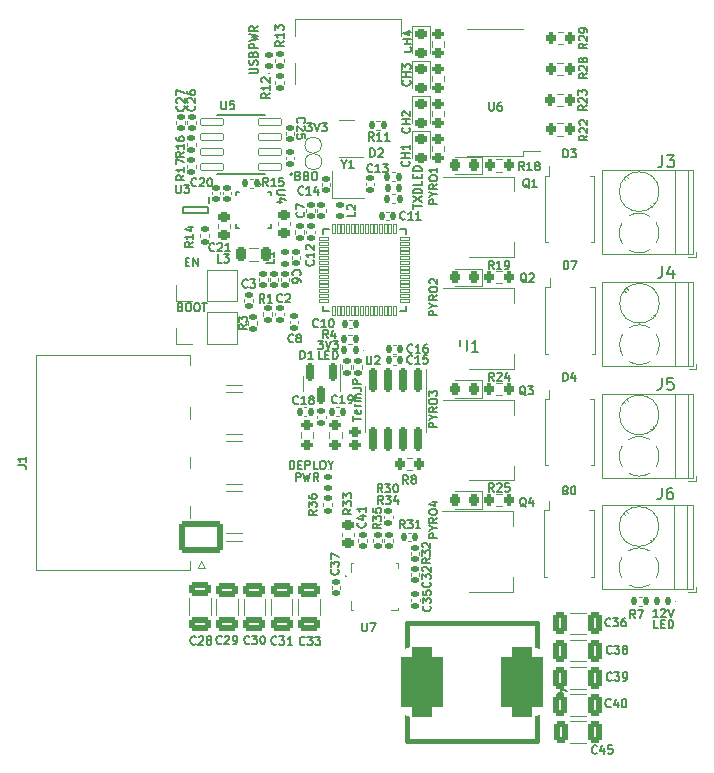
<source format=gto>
%TF.GenerationSoftware,KiCad,Pcbnew,(7.0.0)*%
%TF.CreationDate,2023-03-30T04:11:49+01:00*%
%TF.ProjectId,flintandsteel,666c696e-7461-46e6-9473-7465656c2e6b,rev?*%
%TF.SameCoordinates,Original*%
%TF.FileFunction,Legend,Top*%
%TF.FilePolarity,Positive*%
%FSLAX46Y46*%
G04 Gerber Fmt 4.6, Leading zero omitted, Abs format (unit mm)*
G04 Created by KiCad (PCBNEW (7.0.0)) date 2023-03-30 04:11:49*
%MOMM*%
%LPD*%
G01*
G04 APERTURE LIST*
G04 Aperture macros list*
%AMRoundRect*
0 Rectangle with rounded corners*
0 $1 Rounding radius*
0 $2 $3 $4 $5 $6 $7 $8 $9 X,Y pos of 4 corners*
0 Add a 4 corners polygon primitive as box body*
4,1,4,$2,$3,$4,$5,$6,$7,$8,$9,$2,$3,0*
0 Add four circle primitives for the rounded corners*
1,1,$1+$1,$2,$3*
1,1,$1+$1,$4,$5*
1,1,$1+$1,$6,$7*
1,1,$1+$1,$8,$9*
0 Add four rect primitives between the rounded corners*
20,1,$1+$1,$2,$3,$4,$5,0*
20,1,$1+$1,$4,$5,$6,$7,0*
20,1,$1+$1,$6,$7,$8,$9,0*
20,1,$1+$1,$8,$9,$2,$3,0*%
G04 Aperture macros list end*
%ADD10C,0.152400*%
%ADD11C,0.150000*%
%ADD12C,0.120000*%
%ADD13C,0.100000*%
%ADD14C,0.127000*%
%ADD15C,0.200000*%
%ADD16C,0.400000*%
%ADD17C,0.010000*%
%ADD18O,0.900000X1.700000*%
%ADD19O,0.900000X2.000000*%
%ADD20R,0.600000X1.160000*%
%ADD21R,0.300000X1.160000*%
%ADD22C,0.600000*%
%ADD23RoundRect,0.250001X1.599999X-1.099999X1.599999X1.099999X-1.599999X1.099999X-1.599999X-1.099999X0*%
%ADD24O,3.700000X2.700000*%
%ADD25RoundRect,0.135000X0.185000X-0.135000X0.185000X0.135000X-0.185000X0.135000X-0.185000X-0.135000X0*%
%ADD26RoundRect,0.135000X-0.185000X0.135000X-0.185000X-0.135000X0.185000X-0.135000X0.185000X0.135000X0*%
%ADD27RoundRect,0.147500X0.172500X-0.147500X0.172500X0.147500X-0.172500X0.147500X-0.172500X-0.147500X0*%
%ADD28RoundRect,0.147500X0.147500X0.172500X-0.147500X0.172500X-0.147500X-0.172500X0.147500X-0.172500X0*%
%ADD29R,0.700000X0.600000*%
%ADD30R,0.700000X1.000000*%
%ADD31C,1.000000*%
%ADD32RoundRect,0.225000X-0.250000X0.225000X-0.250000X-0.225000X0.250000X-0.225000X0.250000X0.225000X0*%
%ADD33O,1.700000X1.700000*%
%ADD34R,1.700000X1.700000*%
%ADD35RoundRect,0.140000X0.170000X-0.140000X0.170000X0.140000X-0.170000X0.140000X-0.170000X-0.140000X0*%
%ADD36RoundRect,0.218750X-0.256250X0.218750X-0.256250X-0.218750X0.256250X-0.218750X0.256250X0.218750X0*%
%ADD37R,3.200000X4.900000*%
%ADD38R,0.950000X1.000000*%
%ADD39R,2.400000X2.400000*%
%ADD40C,2.400000*%
%ADD41RoundRect,0.140000X-0.170000X0.140000X-0.170000X-0.140000X0.170000X-0.140000X0.170000X0.140000X0*%
%ADD42RoundRect,0.135000X-0.135000X-0.185000X0.135000X-0.185000X0.135000X0.185000X-0.135000X0.185000X0*%
%ADD43RoundRect,0.218750X0.218750X0.256250X-0.218750X0.256250X-0.218750X-0.256250X0.218750X-0.256250X0*%
%ADD44RoundRect,0.135000X0.135000X0.185000X-0.135000X0.185000X-0.135000X-0.185000X0.135000X-0.185000X0*%
%ADD45RoundRect,0.250000X-0.650000X0.325000X-0.650000X-0.325000X0.650000X-0.325000X0.650000X0.325000X0*%
%ADD46RoundRect,0.140000X-0.140000X-0.170000X0.140000X-0.170000X0.140000X0.170000X-0.140000X0.170000X0*%
%ADD47RoundRect,0.140000X0.140000X0.170000X-0.140000X0.170000X-0.140000X-0.170000X0.140000X-0.170000X0*%
%ADD48R,0.900000X0.800000*%
%ADD49R,2.000000X3.800000*%
%ADD50R,2.000000X1.500000*%
%ADD51RoundRect,0.200000X-0.200000X-0.275000X0.200000X-0.275000X0.200000X0.275000X-0.200000X0.275000X0*%
%ADD52C,5.600000*%
%ADD53RoundRect,0.200000X-0.275000X0.200000X-0.275000X-0.200000X0.275000X-0.200000X0.275000X0.200000X0*%
%ADD54RoundRect,0.218750X-0.218750X-0.381250X0.218750X-0.381250X0.218750X0.381250X-0.218750X0.381250X0*%
%ADD55RoundRect,0.006600X-0.398400X-0.103400X0.398400X-0.103400X0.398400X0.103400X-0.398400X0.103400X0*%
%ADD56RoundRect,0.022000X-0.088000X-0.383000X0.088000X-0.383000X0.088000X0.383000X-0.088000X0.383000X0*%
%ADD57R,4.000000X4.000000*%
%ADD58RoundRect,0.200000X0.275000X-0.200000X0.275000X0.200000X-0.275000X0.200000X-0.275000X-0.200000X0*%
%ADD59RoundRect,0.250000X-0.325000X-0.650000X0.325000X-0.650000X0.325000X0.650000X-0.325000X0.650000X0*%
%ADD60R,0.550000X0.300000*%
%ADD61R,0.300000X0.450000*%
%ADD62R,0.300000X0.725000*%
%ADD63R,0.725000X0.300000*%
%ADD64R,1.575000X1.050000*%
%ADD65R,1.150000X1.050000*%
%ADD66R,2.175000X1.200000*%
%ADD67R,0.580000X0.380000*%
%ADD68R,0.650000X0.455000*%
%ADD69R,2.350000X0.275000*%
%ADD70RoundRect,0.200000X0.200000X0.275000X-0.200000X0.275000X-0.200000X-0.275000X0.200000X-0.275000X0*%
%ADD71R,1.300000X0.800000*%
%ADD72R,2.150000X2.150000*%
%ADD73RoundRect,0.042000X0.943000X0.258000X-0.943000X0.258000X-0.943000X-0.258000X0.943000X-0.258000X0*%
%ADD74RoundRect,0.147500X-0.172500X0.147500X-0.172500X-0.147500X0.172500X-0.147500X0.172500X0.147500X0*%
%ADD75RoundRect,0.150000X-0.150000X0.587500X-0.150000X-0.587500X0.150000X-0.587500X0.150000X0.587500X0*%
%ADD76RoundRect,0.150000X-0.150000X0.825000X-0.150000X-0.825000X0.150000X-0.825000X0.150000X0.825000X0*%
%ADD77R,0.300000X0.475000*%
%ADD78RoundRect,0.878175X-0.878175X2.121825X-0.878175X-2.121825X0.878175X-2.121825X0.878175X2.121825X0*%
%ADD79RoundRect,0.875000X-0.875000X2.125000X-0.875000X-2.125000X0.875000X-2.125000X0.875000X2.125000X0*%
%ADD80RoundRect,0.225000X0.250000X-0.225000X0.250000X0.225000X-0.250000X0.225000X-0.250000X-0.225000X0*%
G04 APERTURE END LIST*
D10*
%TO.C,J1*%
X29211266Y-105033332D02*
X29711266Y-105033332D01*
X29711266Y-105033332D02*
X29811266Y-105066665D01*
X29811266Y-105066665D02*
X29877933Y-105133332D01*
X29877933Y-105133332D02*
X29911266Y-105233332D01*
X29911266Y-105233332D02*
X29911266Y-105299999D01*
X29911266Y-104333332D02*
X29911266Y-104733332D01*
X29911266Y-104533332D02*
X29211266Y-104533332D01*
X29211266Y-104533332D02*
X29311266Y-104599999D01*
X29311266Y-104599999D02*
X29377933Y-104666666D01*
X29377933Y-104666666D02*
X29411266Y-104733332D01*
%TO.C,USBLED1*%
X48797166Y-71833333D02*
X49363833Y-71833333D01*
X49363833Y-71833333D02*
X49430500Y-71800000D01*
X49430500Y-71800000D02*
X49463833Y-71766666D01*
X49463833Y-71766666D02*
X49497166Y-71700000D01*
X49497166Y-71700000D02*
X49497166Y-71566666D01*
X49497166Y-71566666D02*
X49463833Y-71500000D01*
X49463833Y-71500000D02*
X49430500Y-71466666D01*
X49430500Y-71466666D02*
X49363833Y-71433333D01*
X49363833Y-71433333D02*
X48797166Y-71433333D01*
X49463833Y-71133333D02*
X49497166Y-71033333D01*
X49497166Y-71033333D02*
X49497166Y-70866667D01*
X49497166Y-70866667D02*
X49463833Y-70800000D01*
X49463833Y-70800000D02*
X49430500Y-70766667D01*
X49430500Y-70766667D02*
X49363833Y-70733333D01*
X49363833Y-70733333D02*
X49297166Y-70733333D01*
X49297166Y-70733333D02*
X49230500Y-70766667D01*
X49230500Y-70766667D02*
X49197166Y-70800000D01*
X49197166Y-70800000D02*
X49163833Y-70866667D01*
X49163833Y-70866667D02*
X49130500Y-71000000D01*
X49130500Y-71000000D02*
X49097166Y-71066667D01*
X49097166Y-71066667D02*
X49063833Y-71100000D01*
X49063833Y-71100000D02*
X48997166Y-71133333D01*
X48997166Y-71133333D02*
X48930500Y-71133333D01*
X48930500Y-71133333D02*
X48863833Y-71100000D01*
X48863833Y-71100000D02*
X48830500Y-71066667D01*
X48830500Y-71066667D02*
X48797166Y-71000000D01*
X48797166Y-71000000D02*
X48797166Y-70833333D01*
X48797166Y-70833333D02*
X48830500Y-70733333D01*
X49130500Y-70200000D02*
X49163833Y-70100000D01*
X49163833Y-70100000D02*
X49197166Y-70066666D01*
X49197166Y-70066666D02*
X49263833Y-70033333D01*
X49263833Y-70033333D02*
X49363833Y-70033333D01*
X49363833Y-70033333D02*
X49430500Y-70066666D01*
X49430500Y-70066666D02*
X49463833Y-70100000D01*
X49463833Y-70100000D02*
X49497166Y-70166666D01*
X49497166Y-70166666D02*
X49497166Y-70433333D01*
X49497166Y-70433333D02*
X48797166Y-70433333D01*
X48797166Y-70433333D02*
X48797166Y-70200000D01*
X48797166Y-70200000D02*
X48830500Y-70133333D01*
X48830500Y-70133333D02*
X48863833Y-70100000D01*
X48863833Y-70100000D02*
X48930500Y-70066666D01*
X48930500Y-70066666D02*
X48997166Y-70066666D01*
X48997166Y-70066666D02*
X49063833Y-70100000D01*
X49063833Y-70100000D02*
X49097166Y-70133333D01*
X49097166Y-70133333D02*
X49130500Y-70200000D01*
X49130500Y-70200000D02*
X49130500Y-70433333D01*
X49497166Y-69733333D02*
X48797166Y-69733333D01*
X48797166Y-69733333D02*
X48797166Y-69466666D01*
X48797166Y-69466666D02*
X48830500Y-69400000D01*
X48830500Y-69400000D02*
X48863833Y-69366666D01*
X48863833Y-69366666D02*
X48930500Y-69333333D01*
X48930500Y-69333333D02*
X49030500Y-69333333D01*
X49030500Y-69333333D02*
X49097166Y-69366666D01*
X49097166Y-69366666D02*
X49130500Y-69400000D01*
X49130500Y-69400000D02*
X49163833Y-69466666D01*
X49163833Y-69466666D02*
X49163833Y-69733333D01*
X48797166Y-69100000D02*
X49497166Y-68933333D01*
X49497166Y-68933333D02*
X48997166Y-68800000D01*
X48997166Y-68800000D02*
X49497166Y-68666666D01*
X49497166Y-68666666D02*
X48797166Y-68500000D01*
X49497166Y-67833333D02*
X49163833Y-68066666D01*
X49497166Y-68233333D02*
X48797166Y-68233333D01*
X48797166Y-68233333D02*
X48797166Y-67966666D01*
X48797166Y-67966666D02*
X48830500Y-67900000D01*
X48830500Y-67900000D02*
X48863833Y-67866666D01*
X48863833Y-67866666D02*
X48930500Y-67833333D01*
X48930500Y-67833333D02*
X49030500Y-67833333D01*
X49030500Y-67833333D02*
X49097166Y-67866666D01*
X49097166Y-67866666D02*
X49130500Y-67900000D01*
X49130500Y-67900000D02*
X49163833Y-67966666D01*
X49163833Y-67966666D02*
X49163833Y-68233333D01*
%TO.C,TXLED1*%
X62687166Y-83293333D02*
X62687166Y-82893333D01*
X63387166Y-83093333D02*
X62687166Y-83093333D01*
X62687166Y-82726667D02*
X63387166Y-82260000D01*
X62687166Y-82260000D02*
X63387166Y-82726667D01*
X63387166Y-81993333D02*
X62687166Y-81993333D01*
X62687166Y-81993333D02*
X62687166Y-81826666D01*
X62687166Y-81826666D02*
X62720500Y-81726666D01*
X62720500Y-81726666D02*
X62787166Y-81660000D01*
X62787166Y-81660000D02*
X62853833Y-81626666D01*
X62853833Y-81626666D02*
X62987166Y-81593333D01*
X62987166Y-81593333D02*
X63087166Y-81593333D01*
X63087166Y-81593333D02*
X63220500Y-81626666D01*
X63220500Y-81626666D02*
X63287166Y-81660000D01*
X63287166Y-81660000D02*
X63353833Y-81726666D01*
X63353833Y-81726666D02*
X63387166Y-81826666D01*
X63387166Y-81826666D02*
X63387166Y-81993333D01*
X63387166Y-80960000D02*
X63387166Y-81293333D01*
X63387166Y-81293333D02*
X62687166Y-81293333D01*
X63020500Y-80726666D02*
X63020500Y-80493333D01*
X63387166Y-80393333D02*
X63387166Y-80726666D01*
X63387166Y-80726666D02*
X62687166Y-80726666D01*
X62687166Y-80726666D02*
X62687166Y-80393333D01*
X63387166Y-80093333D02*
X62687166Y-80093333D01*
X62687166Y-80093333D02*
X62687166Y-79926666D01*
X62687166Y-79926666D02*
X62720500Y-79826666D01*
X62720500Y-79826666D02*
X62787166Y-79760000D01*
X62787166Y-79760000D02*
X62853833Y-79726666D01*
X62853833Y-79726666D02*
X62987166Y-79693333D01*
X62987166Y-79693333D02*
X63087166Y-79693333D01*
X63087166Y-79693333D02*
X63220500Y-79726666D01*
X63220500Y-79726666D02*
X63287166Y-79760000D01*
X63287166Y-79760000D02*
X63353833Y-79826666D01*
X63353833Y-79826666D02*
X63387166Y-79926666D01*
X63387166Y-79926666D02*
X63387166Y-80093333D01*
%TO.C,D2*%
X59055401Y-78892166D02*
X59055401Y-78192166D01*
X59055401Y-78192166D02*
X59222068Y-78192166D01*
X59222068Y-78192166D02*
X59322068Y-78225500D01*
X59322068Y-78225500D02*
X59388735Y-78292166D01*
X59388735Y-78292166D02*
X59422068Y-78358833D01*
X59422068Y-78358833D02*
X59455401Y-78492166D01*
X59455401Y-78492166D02*
X59455401Y-78592166D01*
X59455401Y-78592166D02*
X59422068Y-78725500D01*
X59422068Y-78725500D02*
X59388735Y-78792166D01*
X59388735Y-78792166D02*
X59322068Y-78858833D01*
X59322068Y-78858833D02*
X59222068Y-78892166D01*
X59222068Y-78892166D02*
X59055401Y-78892166D01*
X59722068Y-78258833D02*
X59755401Y-78225500D01*
X59755401Y-78225500D02*
X59822068Y-78192166D01*
X59822068Y-78192166D02*
X59988735Y-78192166D01*
X59988735Y-78192166D02*
X60055401Y-78225500D01*
X60055401Y-78225500D02*
X60088735Y-78258833D01*
X60088735Y-78258833D02*
X60122068Y-78325500D01*
X60122068Y-78325500D02*
X60122068Y-78392166D01*
X60122068Y-78392166D02*
X60088735Y-78492166D01*
X60088735Y-78492166D02*
X59688735Y-78892166D01*
X59688735Y-78892166D02*
X60122068Y-78892166D01*
%TO.C,TP8*%
X52946334Y-80498500D02*
X53046334Y-80531833D01*
X53046334Y-80531833D02*
X53079667Y-80565166D01*
X53079667Y-80565166D02*
X53113000Y-80631833D01*
X53113000Y-80631833D02*
X53113000Y-80731833D01*
X53113000Y-80731833D02*
X53079667Y-80798500D01*
X53079667Y-80798500D02*
X53046334Y-80831833D01*
X53046334Y-80831833D02*
X52979667Y-80865166D01*
X52979667Y-80865166D02*
X52713000Y-80865166D01*
X52713000Y-80865166D02*
X52713000Y-80165166D01*
X52713000Y-80165166D02*
X52946334Y-80165166D01*
X52946334Y-80165166D02*
X53013000Y-80198500D01*
X53013000Y-80198500D02*
X53046334Y-80231833D01*
X53046334Y-80231833D02*
X53079667Y-80298500D01*
X53079667Y-80298500D02*
X53079667Y-80365166D01*
X53079667Y-80365166D02*
X53046334Y-80431833D01*
X53046334Y-80431833D02*
X53013000Y-80465166D01*
X53013000Y-80465166D02*
X52946334Y-80498500D01*
X52946334Y-80498500D02*
X52713000Y-80498500D01*
X53646334Y-80498500D02*
X53746334Y-80531833D01*
X53746334Y-80531833D02*
X53779667Y-80565166D01*
X53779667Y-80565166D02*
X53813000Y-80631833D01*
X53813000Y-80631833D02*
X53813000Y-80731833D01*
X53813000Y-80731833D02*
X53779667Y-80798500D01*
X53779667Y-80798500D02*
X53746334Y-80831833D01*
X53746334Y-80831833D02*
X53679667Y-80865166D01*
X53679667Y-80865166D02*
X53413000Y-80865166D01*
X53413000Y-80865166D02*
X53413000Y-80165166D01*
X53413000Y-80165166D02*
X53646334Y-80165166D01*
X53646334Y-80165166D02*
X53713000Y-80198500D01*
X53713000Y-80198500D02*
X53746334Y-80231833D01*
X53746334Y-80231833D02*
X53779667Y-80298500D01*
X53779667Y-80298500D02*
X53779667Y-80365166D01*
X53779667Y-80365166D02*
X53746334Y-80431833D01*
X53746334Y-80431833D02*
X53713000Y-80465166D01*
X53713000Y-80465166D02*
X53646334Y-80498500D01*
X53646334Y-80498500D02*
X53413000Y-80498500D01*
X54246334Y-80165166D02*
X54379667Y-80165166D01*
X54379667Y-80165166D02*
X54446334Y-80198500D01*
X54446334Y-80198500D02*
X54513000Y-80265166D01*
X54513000Y-80265166D02*
X54546334Y-80398500D01*
X54546334Y-80398500D02*
X54546334Y-80631833D01*
X54546334Y-80631833D02*
X54513000Y-80765166D01*
X54513000Y-80765166D02*
X54446334Y-80831833D01*
X54446334Y-80831833D02*
X54379667Y-80865166D01*
X54379667Y-80865166D02*
X54246334Y-80865166D01*
X54246334Y-80865166D02*
X54179667Y-80831833D01*
X54179667Y-80831833D02*
X54113000Y-80765166D01*
X54113000Y-80765166D02*
X54079667Y-80631833D01*
X54079667Y-80631833D02*
X54079667Y-80398500D01*
X54079667Y-80398500D02*
X54113000Y-80265166D01*
X54113000Y-80265166D02*
X54179667Y-80198500D01*
X54179667Y-80198500D02*
X54246334Y-80165166D01*
%TO.C,TP6*%
X53663333Y-76047166D02*
X54096666Y-76047166D01*
X54096666Y-76047166D02*
X53863333Y-76313833D01*
X53863333Y-76313833D02*
X53963333Y-76313833D01*
X53963333Y-76313833D02*
X54029999Y-76347166D01*
X54029999Y-76347166D02*
X54063333Y-76380500D01*
X54063333Y-76380500D02*
X54096666Y-76447166D01*
X54096666Y-76447166D02*
X54096666Y-76613833D01*
X54096666Y-76613833D02*
X54063333Y-76680500D01*
X54063333Y-76680500D02*
X54029999Y-76713833D01*
X54029999Y-76713833D02*
X53963333Y-76747166D01*
X53963333Y-76747166D02*
X53763333Y-76747166D01*
X53763333Y-76747166D02*
X53696666Y-76713833D01*
X53696666Y-76713833D02*
X53663333Y-76680500D01*
X54296666Y-76047166D02*
X54530000Y-76747166D01*
X54530000Y-76747166D02*
X54763333Y-76047166D01*
X54930000Y-76047166D02*
X55363333Y-76047166D01*
X55363333Y-76047166D02*
X55130000Y-76313833D01*
X55130000Y-76313833D02*
X55230000Y-76313833D01*
X55230000Y-76313833D02*
X55296666Y-76347166D01*
X55296666Y-76347166D02*
X55330000Y-76380500D01*
X55330000Y-76380500D02*
X55363333Y-76447166D01*
X55363333Y-76447166D02*
X55363333Y-76613833D01*
X55363333Y-76613833D02*
X55330000Y-76680500D01*
X55330000Y-76680500D02*
X55296666Y-76713833D01*
X55296666Y-76713833D02*
X55230000Y-76747166D01*
X55230000Y-76747166D02*
X55030000Y-76747166D01*
X55030000Y-76747166D02*
X54963333Y-76713833D01*
X54963333Y-76713833D02*
X54930000Y-76680500D01*
%TO.C,C21*%
X45841999Y-86847500D02*
X45808666Y-86880833D01*
X45808666Y-86880833D02*
X45708666Y-86914166D01*
X45708666Y-86914166D02*
X45641999Y-86914166D01*
X45641999Y-86914166D02*
X45541999Y-86880833D01*
X45541999Y-86880833D02*
X45475333Y-86814166D01*
X45475333Y-86814166D02*
X45441999Y-86747500D01*
X45441999Y-86747500D02*
X45408666Y-86614166D01*
X45408666Y-86614166D02*
X45408666Y-86514166D01*
X45408666Y-86514166D02*
X45441999Y-86380833D01*
X45441999Y-86380833D02*
X45475333Y-86314166D01*
X45475333Y-86314166D02*
X45541999Y-86247500D01*
X45541999Y-86247500D02*
X45641999Y-86214166D01*
X45641999Y-86214166D02*
X45708666Y-86214166D01*
X45708666Y-86214166D02*
X45808666Y-86247500D01*
X45808666Y-86247500D02*
X45841999Y-86280833D01*
X46108666Y-86280833D02*
X46141999Y-86247500D01*
X46141999Y-86247500D02*
X46208666Y-86214166D01*
X46208666Y-86214166D02*
X46375333Y-86214166D01*
X46375333Y-86214166D02*
X46441999Y-86247500D01*
X46441999Y-86247500D02*
X46475333Y-86280833D01*
X46475333Y-86280833D02*
X46508666Y-86347500D01*
X46508666Y-86347500D02*
X46508666Y-86414166D01*
X46508666Y-86414166D02*
X46475333Y-86514166D01*
X46475333Y-86514166D02*
X46075333Y-86914166D01*
X46075333Y-86914166D02*
X46508666Y-86914166D01*
X47175333Y-86914166D02*
X46775333Y-86914166D01*
X46975333Y-86914166D02*
X46975333Y-86214166D01*
X46975333Y-86214166D02*
X46908666Y-86314166D01*
X46908666Y-86314166D02*
X46842000Y-86380833D01*
X46842000Y-86380833D02*
X46775333Y-86414166D01*
%TO.C,BOOTJUMPER1*%
X42971001Y-91623500D02*
X43071001Y-91656833D01*
X43071001Y-91656833D02*
X43104334Y-91690166D01*
X43104334Y-91690166D02*
X43137667Y-91756833D01*
X43137667Y-91756833D02*
X43137667Y-91856833D01*
X43137667Y-91856833D02*
X43104334Y-91923500D01*
X43104334Y-91923500D02*
X43071001Y-91956833D01*
X43071001Y-91956833D02*
X43004334Y-91990166D01*
X43004334Y-91990166D02*
X42737667Y-91990166D01*
X42737667Y-91990166D02*
X42737667Y-91290166D01*
X42737667Y-91290166D02*
X42971001Y-91290166D01*
X42971001Y-91290166D02*
X43037667Y-91323500D01*
X43037667Y-91323500D02*
X43071001Y-91356833D01*
X43071001Y-91356833D02*
X43104334Y-91423500D01*
X43104334Y-91423500D02*
X43104334Y-91490166D01*
X43104334Y-91490166D02*
X43071001Y-91556833D01*
X43071001Y-91556833D02*
X43037667Y-91590166D01*
X43037667Y-91590166D02*
X42971001Y-91623500D01*
X42971001Y-91623500D02*
X42737667Y-91623500D01*
X43571001Y-91290166D02*
X43704334Y-91290166D01*
X43704334Y-91290166D02*
X43771001Y-91323500D01*
X43771001Y-91323500D02*
X43837667Y-91390166D01*
X43837667Y-91390166D02*
X43871001Y-91523500D01*
X43871001Y-91523500D02*
X43871001Y-91756833D01*
X43871001Y-91756833D02*
X43837667Y-91890166D01*
X43837667Y-91890166D02*
X43771001Y-91956833D01*
X43771001Y-91956833D02*
X43704334Y-91990166D01*
X43704334Y-91990166D02*
X43571001Y-91990166D01*
X43571001Y-91990166D02*
X43504334Y-91956833D01*
X43504334Y-91956833D02*
X43437667Y-91890166D01*
X43437667Y-91890166D02*
X43404334Y-91756833D01*
X43404334Y-91756833D02*
X43404334Y-91523500D01*
X43404334Y-91523500D02*
X43437667Y-91390166D01*
X43437667Y-91390166D02*
X43504334Y-91323500D01*
X43504334Y-91323500D02*
X43571001Y-91290166D01*
X44304334Y-91290166D02*
X44437667Y-91290166D01*
X44437667Y-91290166D02*
X44504334Y-91323500D01*
X44504334Y-91323500D02*
X44571000Y-91390166D01*
X44571000Y-91390166D02*
X44604334Y-91523500D01*
X44604334Y-91523500D02*
X44604334Y-91756833D01*
X44604334Y-91756833D02*
X44571000Y-91890166D01*
X44571000Y-91890166D02*
X44504334Y-91956833D01*
X44504334Y-91956833D02*
X44437667Y-91990166D01*
X44437667Y-91990166D02*
X44304334Y-91990166D01*
X44304334Y-91990166D02*
X44237667Y-91956833D01*
X44237667Y-91956833D02*
X44171000Y-91890166D01*
X44171000Y-91890166D02*
X44137667Y-91756833D01*
X44137667Y-91756833D02*
X44137667Y-91523500D01*
X44137667Y-91523500D02*
X44171000Y-91390166D01*
X44171000Y-91390166D02*
X44237667Y-91323500D01*
X44237667Y-91323500D02*
X44304334Y-91290166D01*
X44804333Y-91290166D02*
X45204333Y-91290166D01*
X45004333Y-91990166D02*
X45004333Y-91290166D01*
%TO.C,R35*%
X59970188Y-109973009D02*
X59636855Y-110206342D01*
X59970188Y-110373009D02*
X59270188Y-110373009D01*
X59270188Y-110373009D02*
X59270188Y-110106342D01*
X59270188Y-110106342D02*
X59303522Y-110039676D01*
X59303522Y-110039676D02*
X59336855Y-110006342D01*
X59336855Y-110006342D02*
X59403522Y-109973009D01*
X59403522Y-109973009D02*
X59503522Y-109973009D01*
X59503522Y-109973009D02*
X59570188Y-110006342D01*
X59570188Y-110006342D02*
X59603522Y-110039676D01*
X59603522Y-110039676D02*
X59636855Y-110106342D01*
X59636855Y-110106342D02*
X59636855Y-110373009D01*
X59270188Y-109739676D02*
X59270188Y-109306342D01*
X59270188Y-109306342D02*
X59536855Y-109539676D01*
X59536855Y-109539676D02*
X59536855Y-109439676D01*
X59536855Y-109439676D02*
X59570188Y-109373009D01*
X59570188Y-109373009D02*
X59603522Y-109339676D01*
X59603522Y-109339676D02*
X59670188Y-109306342D01*
X59670188Y-109306342D02*
X59836855Y-109306342D01*
X59836855Y-109306342D02*
X59903522Y-109339676D01*
X59903522Y-109339676D02*
X59936855Y-109373009D01*
X59936855Y-109373009D02*
X59970188Y-109439676D01*
X59970188Y-109439676D02*
X59970188Y-109639676D01*
X59970188Y-109639676D02*
X59936855Y-109706342D01*
X59936855Y-109706342D02*
X59903522Y-109739676D01*
X59270188Y-108673009D02*
X59270188Y-109006342D01*
X59270188Y-109006342D02*
X59603522Y-109039675D01*
X59603522Y-109039675D02*
X59570188Y-109006342D01*
X59570188Y-109006342D02*
X59536855Y-108939675D01*
X59536855Y-108939675D02*
X59536855Y-108773009D01*
X59536855Y-108773009D02*
X59570188Y-108706342D01*
X59570188Y-108706342D02*
X59603522Y-108673009D01*
X59603522Y-108673009D02*
X59670188Y-108639675D01*
X59670188Y-108639675D02*
X59836855Y-108639675D01*
X59836855Y-108639675D02*
X59903522Y-108673009D01*
X59903522Y-108673009D02*
X59936855Y-108706342D01*
X59936855Y-108706342D02*
X59970188Y-108773009D01*
X59970188Y-108773009D02*
X59970188Y-108939675D01*
X59970188Y-108939675D02*
X59936855Y-109006342D01*
X59936855Y-109006342D02*
X59903522Y-109039675D01*
%TO.C,D9*%
X62390500Y-72443333D02*
X62423833Y-72476666D01*
X62423833Y-72476666D02*
X62457166Y-72576666D01*
X62457166Y-72576666D02*
X62457166Y-72643333D01*
X62457166Y-72643333D02*
X62423833Y-72743333D01*
X62423833Y-72743333D02*
X62357166Y-72810000D01*
X62357166Y-72810000D02*
X62290500Y-72843333D01*
X62290500Y-72843333D02*
X62157166Y-72876666D01*
X62157166Y-72876666D02*
X62057166Y-72876666D01*
X62057166Y-72876666D02*
X61923833Y-72843333D01*
X61923833Y-72843333D02*
X61857166Y-72810000D01*
X61857166Y-72810000D02*
X61790500Y-72743333D01*
X61790500Y-72743333D02*
X61757166Y-72643333D01*
X61757166Y-72643333D02*
X61757166Y-72576666D01*
X61757166Y-72576666D02*
X61790500Y-72476666D01*
X61790500Y-72476666D02*
X61823833Y-72443333D01*
X62457166Y-72143333D02*
X61757166Y-72143333D01*
X62090500Y-72143333D02*
X62090500Y-71743333D01*
X62457166Y-71743333D02*
X61757166Y-71743333D01*
X61757166Y-71476667D02*
X61757166Y-71043333D01*
X61757166Y-71043333D02*
X62023833Y-71276667D01*
X62023833Y-71276667D02*
X62023833Y-71176667D01*
X62023833Y-71176667D02*
X62057166Y-71110000D01*
X62057166Y-71110000D02*
X62090500Y-71076667D01*
X62090500Y-71076667D02*
X62157166Y-71043333D01*
X62157166Y-71043333D02*
X62323833Y-71043333D01*
X62323833Y-71043333D02*
X62390500Y-71076667D01*
X62390500Y-71076667D02*
X62423833Y-71110000D01*
X62423833Y-71110000D02*
X62457166Y-71176667D01*
X62457166Y-71176667D02*
X62457166Y-71376667D01*
X62457166Y-71376667D02*
X62423833Y-71443333D01*
X62423833Y-71443333D02*
X62390500Y-71476667D01*
%TO.C,R13*%
X51707166Y-69090000D02*
X51373833Y-69323333D01*
X51707166Y-69490000D02*
X51007166Y-69490000D01*
X51007166Y-69490000D02*
X51007166Y-69223333D01*
X51007166Y-69223333D02*
X51040500Y-69156667D01*
X51040500Y-69156667D02*
X51073833Y-69123333D01*
X51073833Y-69123333D02*
X51140500Y-69090000D01*
X51140500Y-69090000D02*
X51240500Y-69090000D01*
X51240500Y-69090000D02*
X51307166Y-69123333D01*
X51307166Y-69123333D02*
X51340500Y-69156667D01*
X51340500Y-69156667D02*
X51373833Y-69223333D01*
X51373833Y-69223333D02*
X51373833Y-69490000D01*
X51707166Y-68423333D02*
X51707166Y-68823333D01*
X51707166Y-68623333D02*
X51007166Y-68623333D01*
X51007166Y-68623333D02*
X51107166Y-68690000D01*
X51107166Y-68690000D02*
X51173833Y-68756667D01*
X51173833Y-68756667D02*
X51207166Y-68823333D01*
X51007166Y-68190000D02*
X51007166Y-67756666D01*
X51007166Y-67756666D02*
X51273833Y-67990000D01*
X51273833Y-67990000D02*
X51273833Y-67890000D01*
X51273833Y-67890000D02*
X51307166Y-67823333D01*
X51307166Y-67823333D02*
X51340500Y-67790000D01*
X51340500Y-67790000D02*
X51407166Y-67756666D01*
X51407166Y-67756666D02*
X51573833Y-67756666D01*
X51573833Y-67756666D02*
X51640500Y-67790000D01*
X51640500Y-67790000D02*
X51673833Y-67823333D01*
X51673833Y-67823333D02*
X51707166Y-67890000D01*
X51707166Y-67890000D02*
X51707166Y-68090000D01*
X51707166Y-68090000D02*
X51673833Y-68156666D01*
X51673833Y-68156666D02*
X51640500Y-68190000D01*
%TO.C,D7*%
X75421333Y-88421166D02*
X75421333Y-87721166D01*
X75421333Y-87721166D02*
X75588000Y-87721166D01*
X75588000Y-87721166D02*
X75688000Y-87754500D01*
X75688000Y-87754500D02*
X75754667Y-87821166D01*
X75754667Y-87821166D02*
X75788000Y-87887833D01*
X75788000Y-87887833D02*
X75821333Y-88021166D01*
X75821333Y-88021166D02*
X75821333Y-88121166D01*
X75821333Y-88121166D02*
X75788000Y-88254500D01*
X75788000Y-88254500D02*
X75754667Y-88321166D01*
X75754667Y-88321166D02*
X75688000Y-88387833D01*
X75688000Y-88387833D02*
X75588000Y-88421166D01*
X75588000Y-88421166D02*
X75421333Y-88421166D01*
X76054667Y-87721166D02*
X76521333Y-87721166D01*
X76521333Y-87721166D02*
X76221333Y-88421166D01*
%TO.C,C7*%
X53403500Y-83578666D02*
X53436833Y-83611999D01*
X53436833Y-83611999D02*
X53470166Y-83711999D01*
X53470166Y-83711999D02*
X53470166Y-83778666D01*
X53470166Y-83778666D02*
X53436833Y-83878666D01*
X53436833Y-83878666D02*
X53370166Y-83945333D01*
X53370166Y-83945333D02*
X53303500Y-83978666D01*
X53303500Y-83978666D02*
X53170166Y-84011999D01*
X53170166Y-84011999D02*
X53070166Y-84011999D01*
X53070166Y-84011999D02*
X52936833Y-83978666D01*
X52936833Y-83978666D02*
X52870166Y-83945333D01*
X52870166Y-83945333D02*
X52803500Y-83878666D01*
X52803500Y-83878666D02*
X52770166Y-83778666D01*
X52770166Y-83778666D02*
X52770166Y-83711999D01*
X52770166Y-83711999D02*
X52803500Y-83611999D01*
X52803500Y-83611999D02*
X52836833Y-83578666D01*
X52770166Y-83345333D02*
X52770166Y-82878666D01*
X52770166Y-82878666D02*
X53470166Y-83178666D01*
D11*
%TO.C,J5*%
X83729965Y-97634739D02*
X83729965Y-98349025D01*
X83729965Y-98349025D02*
X83682346Y-98491882D01*
X83682346Y-98491882D02*
X83587108Y-98587120D01*
X83587108Y-98587120D02*
X83444251Y-98634739D01*
X83444251Y-98634739D02*
X83349013Y-98634739D01*
X84682346Y-97634739D02*
X84206156Y-97634739D01*
X84206156Y-97634739D02*
X84158537Y-98110930D01*
X84158537Y-98110930D02*
X84206156Y-98063311D01*
X84206156Y-98063311D02*
X84301394Y-98015692D01*
X84301394Y-98015692D02*
X84539489Y-98015692D01*
X84539489Y-98015692D02*
X84634727Y-98063311D01*
X84634727Y-98063311D02*
X84682346Y-98110930D01*
X84682346Y-98110930D02*
X84729965Y-98206168D01*
X84729965Y-98206168D02*
X84729965Y-98444263D01*
X84729965Y-98444263D02*
X84682346Y-98539501D01*
X84682346Y-98539501D02*
X84634727Y-98587120D01*
X84634727Y-98587120D02*
X84539489Y-98634739D01*
X84539489Y-98634739D02*
X84301394Y-98634739D01*
X84301394Y-98634739D02*
X84206156Y-98587120D01*
X84206156Y-98587120D02*
X84158537Y-98539501D01*
D10*
%TO.C,R4*%
X55483333Y-94277166D02*
X55250000Y-93943833D01*
X55083333Y-94277166D02*
X55083333Y-93577166D01*
X55083333Y-93577166D02*
X55350000Y-93577166D01*
X55350000Y-93577166D02*
X55416667Y-93610500D01*
X55416667Y-93610500D02*
X55450000Y-93643833D01*
X55450000Y-93643833D02*
X55483333Y-93710500D01*
X55483333Y-93710500D02*
X55483333Y-93810500D01*
X55483333Y-93810500D02*
X55450000Y-93877166D01*
X55450000Y-93877166D02*
X55416667Y-93910500D01*
X55416667Y-93910500D02*
X55350000Y-93943833D01*
X55350000Y-93943833D02*
X55083333Y-93943833D01*
X56083333Y-93810500D02*
X56083333Y-94277166D01*
X55916667Y-93543833D02*
X55750000Y-94043833D01*
X55750000Y-94043833D02*
X56183333Y-94043833D01*
%TO.C,R14*%
X44059166Y-86127000D02*
X43725833Y-86360333D01*
X44059166Y-86527000D02*
X43359166Y-86527000D01*
X43359166Y-86527000D02*
X43359166Y-86260333D01*
X43359166Y-86260333D02*
X43392500Y-86193667D01*
X43392500Y-86193667D02*
X43425833Y-86160333D01*
X43425833Y-86160333D02*
X43492500Y-86127000D01*
X43492500Y-86127000D02*
X43592500Y-86127000D01*
X43592500Y-86127000D02*
X43659166Y-86160333D01*
X43659166Y-86160333D02*
X43692500Y-86193667D01*
X43692500Y-86193667D02*
X43725833Y-86260333D01*
X43725833Y-86260333D02*
X43725833Y-86527000D01*
X44059166Y-85460333D02*
X44059166Y-85860333D01*
X44059166Y-85660333D02*
X43359166Y-85660333D01*
X43359166Y-85660333D02*
X43459166Y-85727000D01*
X43459166Y-85727000D02*
X43525833Y-85793667D01*
X43525833Y-85793667D02*
X43559166Y-85860333D01*
X43592500Y-84860333D02*
X44059166Y-84860333D01*
X43325833Y-85027000D02*
X43825833Y-85193666D01*
X43825833Y-85193666D02*
X43825833Y-84760333D01*
%TO.C,C31*%
X51103785Y-120156085D02*
X51070452Y-120189418D01*
X51070452Y-120189418D02*
X50970452Y-120222751D01*
X50970452Y-120222751D02*
X50903785Y-120222751D01*
X50903785Y-120222751D02*
X50803785Y-120189418D01*
X50803785Y-120189418D02*
X50737119Y-120122751D01*
X50737119Y-120122751D02*
X50703785Y-120056085D01*
X50703785Y-120056085D02*
X50670452Y-119922751D01*
X50670452Y-119922751D02*
X50670452Y-119822751D01*
X50670452Y-119822751D02*
X50703785Y-119689418D01*
X50703785Y-119689418D02*
X50737119Y-119622751D01*
X50737119Y-119622751D02*
X50803785Y-119556085D01*
X50803785Y-119556085D02*
X50903785Y-119522751D01*
X50903785Y-119522751D02*
X50970452Y-119522751D01*
X50970452Y-119522751D02*
X51070452Y-119556085D01*
X51070452Y-119556085D02*
X51103785Y-119589418D01*
X51337119Y-119522751D02*
X51770452Y-119522751D01*
X51770452Y-119522751D02*
X51537119Y-119789418D01*
X51537119Y-119789418D02*
X51637119Y-119789418D01*
X51637119Y-119789418D02*
X51703785Y-119822751D01*
X51703785Y-119822751D02*
X51737119Y-119856085D01*
X51737119Y-119856085D02*
X51770452Y-119922751D01*
X51770452Y-119922751D02*
X51770452Y-120089418D01*
X51770452Y-120089418D02*
X51737119Y-120156085D01*
X51737119Y-120156085D02*
X51703785Y-120189418D01*
X51703785Y-120189418D02*
X51637119Y-120222751D01*
X51637119Y-120222751D02*
X51437119Y-120222751D01*
X51437119Y-120222751D02*
X51370452Y-120189418D01*
X51370452Y-120189418D02*
X51337119Y-120156085D01*
X52437119Y-120222751D02*
X52037119Y-120222751D01*
X52237119Y-120222751D02*
X52237119Y-119522751D01*
X52237119Y-119522751D02*
X52170452Y-119622751D01*
X52170452Y-119622751D02*
X52103786Y-119689418D01*
X52103786Y-119689418D02*
X52037119Y-119722751D01*
%TO.C,C12*%
X54215500Y-87682000D02*
X54248833Y-87715333D01*
X54248833Y-87715333D02*
X54282166Y-87815333D01*
X54282166Y-87815333D02*
X54282166Y-87882000D01*
X54282166Y-87882000D02*
X54248833Y-87982000D01*
X54248833Y-87982000D02*
X54182166Y-88048667D01*
X54182166Y-88048667D02*
X54115500Y-88082000D01*
X54115500Y-88082000D02*
X53982166Y-88115333D01*
X53982166Y-88115333D02*
X53882166Y-88115333D01*
X53882166Y-88115333D02*
X53748833Y-88082000D01*
X53748833Y-88082000D02*
X53682166Y-88048667D01*
X53682166Y-88048667D02*
X53615500Y-87982000D01*
X53615500Y-87982000D02*
X53582166Y-87882000D01*
X53582166Y-87882000D02*
X53582166Y-87815333D01*
X53582166Y-87815333D02*
X53615500Y-87715333D01*
X53615500Y-87715333D02*
X53648833Y-87682000D01*
X54282166Y-87015333D02*
X54282166Y-87415333D01*
X54282166Y-87215333D02*
X53582166Y-87215333D01*
X53582166Y-87215333D02*
X53682166Y-87282000D01*
X53682166Y-87282000D02*
X53748833Y-87348667D01*
X53748833Y-87348667D02*
X53782166Y-87415333D01*
X53648833Y-86748666D02*
X53615500Y-86715333D01*
X53615500Y-86715333D02*
X53582166Y-86648666D01*
X53582166Y-86648666D02*
X53582166Y-86482000D01*
X53582166Y-86482000D02*
X53615500Y-86415333D01*
X53615500Y-86415333D02*
X53648833Y-86382000D01*
X53648833Y-86382000D02*
X53715500Y-86348666D01*
X53715500Y-86348666D02*
X53782166Y-86348666D01*
X53782166Y-86348666D02*
X53882166Y-86382000D01*
X53882166Y-86382000D02*
X54282166Y-86782000D01*
X54282166Y-86782000D02*
X54282166Y-86348666D01*
%TO.C,R30*%
X60063021Y-107320177D02*
X59829688Y-106986844D01*
X59663021Y-107320177D02*
X59663021Y-106620177D01*
X59663021Y-106620177D02*
X59929688Y-106620177D01*
X59929688Y-106620177D02*
X59996355Y-106653511D01*
X59996355Y-106653511D02*
X60029688Y-106686844D01*
X60029688Y-106686844D02*
X60063021Y-106753511D01*
X60063021Y-106753511D02*
X60063021Y-106853511D01*
X60063021Y-106853511D02*
X60029688Y-106920177D01*
X60029688Y-106920177D02*
X59996355Y-106953511D01*
X59996355Y-106953511D02*
X59929688Y-106986844D01*
X59929688Y-106986844D02*
X59663021Y-106986844D01*
X60296355Y-106620177D02*
X60729688Y-106620177D01*
X60729688Y-106620177D02*
X60496355Y-106886844D01*
X60496355Y-106886844D02*
X60596355Y-106886844D01*
X60596355Y-106886844D02*
X60663021Y-106920177D01*
X60663021Y-106920177D02*
X60696355Y-106953511D01*
X60696355Y-106953511D02*
X60729688Y-107020177D01*
X60729688Y-107020177D02*
X60729688Y-107186844D01*
X60729688Y-107186844D02*
X60696355Y-107253511D01*
X60696355Y-107253511D02*
X60663021Y-107286844D01*
X60663021Y-107286844D02*
X60596355Y-107320177D01*
X60596355Y-107320177D02*
X60396355Y-107320177D01*
X60396355Y-107320177D02*
X60329688Y-107286844D01*
X60329688Y-107286844D02*
X60296355Y-107253511D01*
X61163022Y-106620177D02*
X61229688Y-106620177D01*
X61229688Y-106620177D02*
X61296355Y-106653511D01*
X61296355Y-106653511D02*
X61329688Y-106686844D01*
X61329688Y-106686844D02*
X61363022Y-106753511D01*
X61363022Y-106753511D02*
X61396355Y-106886844D01*
X61396355Y-106886844D02*
X61396355Y-107053511D01*
X61396355Y-107053511D02*
X61363022Y-107186844D01*
X61363022Y-107186844D02*
X61329688Y-107253511D01*
X61329688Y-107253511D02*
X61296355Y-107286844D01*
X61296355Y-107286844D02*
X61229688Y-107320177D01*
X61229688Y-107320177D02*
X61163022Y-107320177D01*
X61163022Y-107320177D02*
X61096355Y-107286844D01*
X61096355Y-107286844D02*
X61063022Y-107253511D01*
X61063022Y-107253511D02*
X61029688Y-107186844D01*
X61029688Y-107186844D02*
X60996355Y-107053511D01*
X60996355Y-107053511D02*
X60996355Y-106886844D01*
X60996355Y-106886844D02*
X61029688Y-106753511D01*
X61029688Y-106753511D02*
X61063022Y-106686844D01*
X61063022Y-106686844D02*
X61096355Y-106653511D01*
X61096355Y-106653511D02*
X61163022Y-106620177D01*
%TO.C,R1*%
X50082333Y-91246166D02*
X49849000Y-90912833D01*
X49682333Y-91246166D02*
X49682333Y-90546166D01*
X49682333Y-90546166D02*
X49949000Y-90546166D01*
X49949000Y-90546166D02*
X50015667Y-90579500D01*
X50015667Y-90579500D02*
X50049000Y-90612833D01*
X50049000Y-90612833D02*
X50082333Y-90679500D01*
X50082333Y-90679500D02*
X50082333Y-90779500D01*
X50082333Y-90779500D02*
X50049000Y-90846166D01*
X50049000Y-90846166D02*
X50015667Y-90879500D01*
X50015667Y-90879500D02*
X49949000Y-90912833D01*
X49949000Y-90912833D02*
X49682333Y-90912833D01*
X50749000Y-91246166D02*
X50349000Y-91246166D01*
X50549000Y-91246166D02*
X50549000Y-90546166D01*
X50549000Y-90546166D02*
X50482333Y-90646166D01*
X50482333Y-90646166D02*
X50415667Y-90712833D01*
X50415667Y-90712833D02*
X50349000Y-90746166D01*
%TO.C,C16*%
X62609840Y-95425712D02*
X62576507Y-95459045D01*
X62576507Y-95459045D02*
X62476507Y-95492378D01*
X62476507Y-95492378D02*
X62409840Y-95492378D01*
X62409840Y-95492378D02*
X62309840Y-95459045D01*
X62309840Y-95459045D02*
X62243174Y-95392378D01*
X62243174Y-95392378D02*
X62209840Y-95325712D01*
X62209840Y-95325712D02*
X62176507Y-95192378D01*
X62176507Y-95192378D02*
X62176507Y-95092378D01*
X62176507Y-95092378D02*
X62209840Y-94959045D01*
X62209840Y-94959045D02*
X62243174Y-94892378D01*
X62243174Y-94892378D02*
X62309840Y-94825712D01*
X62309840Y-94825712D02*
X62409840Y-94792378D01*
X62409840Y-94792378D02*
X62476507Y-94792378D01*
X62476507Y-94792378D02*
X62576507Y-94825712D01*
X62576507Y-94825712D02*
X62609840Y-94859045D01*
X63276507Y-95492378D02*
X62876507Y-95492378D01*
X63076507Y-95492378D02*
X63076507Y-94792378D01*
X63076507Y-94792378D02*
X63009840Y-94892378D01*
X63009840Y-94892378D02*
X62943174Y-94959045D01*
X62943174Y-94959045D02*
X62876507Y-94992378D01*
X63876507Y-94792378D02*
X63743174Y-94792378D01*
X63743174Y-94792378D02*
X63676507Y-94825712D01*
X63676507Y-94825712D02*
X63643174Y-94859045D01*
X63643174Y-94859045D02*
X63576507Y-94959045D01*
X63576507Y-94959045D02*
X63543174Y-95092378D01*
X63543174Y-95092378D02*
X63543174Y-95359045D01*
X63543174Y-95359045D02*
X63576507Y-95425712D01*
X63576507Y-95425712D02*
X63609841Y-95459045D01*
X63609841Y-95459045D02*
X63676507Y-95492378D01*
X63676507Y-95492378D02*
X63809841Y-95492378D01*
X63809841Y-95492378D02*
X63876507Y-95459045D01*
X63876507Y-95459045D02*
X63909841Y-95425712D01*
X63909841Y-95425712D02*
X63943174Y-95359045D01*
X63943174Y-95359045D02*
X63943174Y-95192378D01*
X63943174Y-95192378D02*
X63909841Y-95125712D01*
X63909841Y-95125712D02*
X63876507Y-95092378D01*
X63876507Y-95092378D02*
X63809841Y-95059045D01*
X63809841Y-95059045D02*
X63676507Y-95059045D01*
X63676507Y-95059045D02*
X63609841Y-95092378D01*
X63609841Y-95092378D02*
X63576507Y-95125712D01*
X63576507Y-95125712D02*
X63543174Y-95192378D01*
%TO.C,R31*%
X61963020Y-110370176D02*
X61729687Y-110036843D01*
X61563020Y-110370176D02*
X61563020Y-109670176D01*
X61563020Y-109670176D02*
X61829687Y-109670176D01*
X61829687Y-109670176D02*
X61896354Y-109703510D01*
X61896354Y-109703510D02*
X61929687Y-109736843D01*
X61929687Y-109736843D02*
X61963020Y-109803510D01*
X61963020Y-109803510D02*
X61963020Y-109903510D01*
X61963020Y-109903510D02*
X61929687Y-109970176D01*
X61929687Y-109970176D02*
X61896354Y-110003510D01*
X61896354Y-110003510D02*
X61829687Y-110036843D01*
X61829687Y-110036843D02*
X61563020Y-110036843D01*
X62196354Y-109670176D02*
X62629687Y-109670176D01*
X62629687Y-109670176D02*
X62396354Y-109936843D01*
X62396354Y-109936843D02*
X62496354Y-109936843D01*
X62496354Y-109936843D02*
X62563020Y-109970176D01*
X62563020Y-109970176D02*
X62596354Y-110003510D01*
X62596354Y-110003510D02*
X62629687Y-110070176D01*
X62629687Y-110070176D02*
X62629687Y-110236843D01*
X62629687Y-110236843D02*
X62596354Y-110303510D01*
X62596354Y-110303510D02*
X62563020Y-110336843D01*
X62563020Y-110336843D02*
X62496354Y-110370176D01*
X62496354Y-110370176D02*
X62296354Y-110370176D01*
X62296354Y-110370176D02*
X62229687Y-110336843D01*
X62229687Y-110336843D02*
X62196354Y-110303510D01*
X63296354Y-110370176D02*
X62896354Y-110370176D01*
X63096354Y-110370176D02*
X63096354Y-109670176D01*
X63096354Y-109670176D02*
X63029687Y-109770176D01*
X63029687Y-109770176D02*
X62963021Y-109836843D01*
X62963021Y-109836843D02*
X62896354Y-109870176D01*
%TO.C,Y1*%
X56817667Y-79555833D02*
X56817667Y-79889166D01*
X56584333Y-79189166D02*
X56817667Y-79555833D01*
X56817667Y-79555833D02*
X57051000Y-79189166D01*
X57651000Y-79889166D02*
X57251000Y-79889166D01*
X57451000Y-79889166D02*
X57451000Y-79189166D01*
X57451000Y-79189166D02*
X57384333Y-79289166D01*
X57384333Y-79289166D02*
X57317667Y-79355833D01*
X57317667Y-79355833D02*
X57251000Y-79389166D01*
%TO.C,C33*%
X53493637Y-120173920D02*
X53460304Y-120207253D01*
X53460304Y-120207253D02*
X53360304Y-120240586D01*
X53360304Y-120240586D02*
X53293637Y-120240586D01*
X53293637Y-120240586D02*
X53193637Y-120207253D01*
X53193637Y-120207253D02*
X53126971Y-120140586D01*
X53126971Y-120140586D02*
X53093637Y-120073920D01*
X53093637Y-120073920D02*
X53060304Y-119940586D01*
X53060304Y-119940586D02*
X53060304Y-119840586D01*
X53060304Y-119840586D02*
X53093637Y-119707253D01*
X53093637Y-119707253D02*
X53126971Y-119640586D01*
X53126971Y-119640586D02*
X53193637Y-119573920D01*
X53193637Y-119573920D02*
X53293637Y-119540586D01*
X53293637Y-119540586D02*
X53360304Y-119540586D01*
X53360304Y-119540586D02*
X53460304Y-119573920D01*
X53460304Y-119573920D02*
X53493637Y-119607253D01*
X53726971Y-119540586D02*
X54160304Y-119540586D01*
X54160304Y-119540586D02*
X53926971Y-119807253D01*
X53926971Y-119807253D02*
X54026971Y-119807253D01*
X54026971Y-119807253D02*
X54093637Y-119840586D01*
X54093637Y-119840586D02*
X54126971Y-119873920D01*
X54126971Y-119873920D02*
X54160304Y-119940586D01*
X54160304Y-119940586D02*
X54160304Y-120107253D01*
X54160304Y-120107253D02*
X54126971Y-120173920D01*
X54126971Y-120173920D02*
X54093637Y-120207253D01*
X54093637Y-120207253D02*
X54026971Y-120240586D01*
X54026971Y-120240586D02*
X53826971Y-120240586D01*
X53826971Y-120240586D02*
X53760304Y-120207253D01*
X53760304Y-120207253D02*
X53726971Y-120173920D01*
X54393638Y-119540586D02*
X54826971Y-119540586D01*
X54826971Y-119540586D02*
X54593638Y-119807253D01*
X54593638Y-119807253D02*
X54693638Y-119807253D01*
X54693638Y-119807253D02*
X54760304Y-119840586D01*
X54760304Y-119840586D02*
X54793638Y-119873920D01*
X54793638Y-119873920D02*
X54826971Y-119940586D01*
X54826971Y-119940586D02*
X54826971Y-120107253D01*
X54826971Y-120107253D02*
X54793638Y-120173920D01*
X54793638Y-120173920D02*
X54760304Y-120207253D01*
X54760304Y-120207253D02*
X54693638Y-120240586D01*
X54693638Y-120240586D02*
X54493638Y-120240586D01*
X54493638Y-120240586D02*
X54426971Y-120207253D01*
X54426971Y-120207253D02*
X54393638Y-120173920D01*
%TO.C,C29*%
X46454099Y-120090499D02*
X46420766Y-120123832D01*
X46420766Y-120123832D02*
X46320766Y-120157165D01*
X46320766Y-120157165D02*
X46254099Y-120157165D01*
X46254099Y-120157165D02*
X46154099Y-120123832D01*
X46154099Y-120123832D02*
X46087433Y-120057165D01*
X46087433Y-120057165D02*
X46054099Y-119990499D01*
X46054099Y-119990499D02*
X46020766Y-119857165D01*
X46020766Y-119857165D02*
X46020766Y-119757165D01*
X46020766Y-119757165D02*
X46054099Y-119623832D01*
X46054099Y-119623832D02*
X46087433Y-119557165D01*
X46087433Y-119557165D02*
X46154099Y-119490499D01*
X46154099Y-119490499D02*
X46254099Y-119457165D01*
X46254099Y-119457165D02*
X46320766Y-119457165D01*
X46320766Y-119457165D02*
X46420766Y-119490499D01*
X46420766Y-119490499D02*
X46454099Y-119523832D01*
X46720766Y-119523832D02*
X46754099Y-119490499D01*
X46754099Y-119490499D02*
X46820766Y-119457165D01*
X46820766Y-119457165D02*
X46987433Y-119457165D01*
X46987433Y-119457165D02*
X47054099Y-119490499D01*
X47054099Y-119490499D02*
X47087433Y-119523832D01*
X47087433Y-119523832D02*
X47120766Y-119590499D01*
X47120766Y-119590499D02*
X47120766Y-119657165D01*
X47120766Y-119657165D02*
X47087433Y-119757165D01*
X47087433Y-119757165D02*
X46687433Y-120157165D01*
X46687433Y-120157165D02*
X47120766Y-120157165D01*
X47454100Y-120157165D02*
X47587433Y-120157165D01*
X47587433Y-120157165D02*
X47654100Y-120123832D01*
X47654100Y-120123832D02*
X47687433Y-120090499D01*
X47687433Y-120090499D02*
X47754100Y-119990499D01*
X47754100Y-119990499D02*
X47787433Y-119857165D01*
X47787433Y-119857165D02*
X47787433Y-119590499D01*
X47787433Y-119590499D02*
X47754100Y-119523832D01*
X47754100Y-119523832D02*
X47720766Y-119490499D01*
X47720766Y-119490499D02*
X47654100Y-119457165D01*
X47654100Y-119457165D02*
X47520766Y-119457165D01*
X47520766Y-119457165D02*
X47454100Y-119490499D01*
X47454100Y-119490499D02*
X47420766Y-119523832D01*
X47420766Y-119523832D02*
X47387433Y-119590499D01*
X47387433Y-119590499D02*
X47387433Y-119757165D01*
X47387433Y-119757165D02*
X47420766Y-119823832D01*
X47420766Y-119823832D02*
X47454100Y-119857165D01*
X47454100Y-119857165D02*
X47520766Y-119890499D01*
X47520766Y-119890499D02*
X47654100Y-119890499D01*
X47654100Y-119890499D02*
X47720766Y-119857165D01*
X47720766Y-119857165D02*
X47754100Y-119823832D01*
X47754100Y-119823832D02*
X47787433Y-119757165D01*
D11*
%TO.C,J4*%
X83756365Y-88180518D02*
X83756365Y-88894804D01*
X83756365Y-88894804D02*
X83708746Y-89037661D01*
X83708746Y-89037661D02*
X83613508Y-89132899D01*
X83613508Y-89132899D02*
X83470651Y-89180518D01*
X83470651Y-89180518D02*
X83375413Y-89180518D01*
X84661127Y-88513852D02*
X84661127Y-89180518D01*
X84423032Y-88132899D02*
X84184937Y-88847185D01*
X84184937Y-88847185D02*
X84803984Y-88847185D01*
D10*
%TO.C,Q3*%
X72194939Y-99092919D02*
X72128272Y-99059586D01*
X72128272Y-99059586D02*
X72061606Y-98992919D01*
X72061606Y-98992919D02*
X71961606Y-98892919D01*
X71961606Y-98892919D02*
X71894939Y-98859586D01*
X71894939Y-98859586D02*
X71828272Y-98859586D01*
X71861606Y-99026252D02*
X71794939Y-98992919D01*
X71794939Y-98992919D02*
X71728272Y-98926252D01*
X71728272Y-98926252D02*
X71694939Y-98792919D01*
X71694939Y-98792919D02*
X71694939Y-98559586D01*
X71694939Y-98559586D02*
X71728272Y-98426252D01*
X71728272Y-98426252D02*
X71794939Y-98359586D01*
X71794939Y-98359586D02*
X71861606Y-98326252D01*
X71861606Y-98326252D02*
X71994939Y-98326252D01*
X71994939Y-98326252D02*
X72061606Y-98359586D01*
X72061606Y-98359586D02*
X72128272Y-98426252D01*
X72128272Y-98426252D02*
X72161606Y-98559586D01*
X72161606Y-98559586D02*
X72161606Y-98792919D01*
X72161606Y-98792919D02*
X72128272Y-98926252D01*
X72128272Y-98926252D02*
X72061606Y-98992919D01*
X72061606Y-98992919D02*
X71994939Y-99026252D01*
X71994939Y-99026252D02*
X71861606Y-99026252D01*
X72394939Y-98326252D02*
X72828272Y-98326252D01*
X72828272Y-98326252D02*
X72594939Y-98592919D01*
X72594939Y-98592919D02*
X72694939Y-98592919D01*
X72694939Y-98592919D02*
X72761605Y-98626252D01*
X72761605Y-98626252D02*
X72794939Y-98659586D01*
X72794939Y-98659586D02*
X72828272Y-98726252D01*
X72828272Y-98726252D02*
X72828272Y-98892919D01*
X72828272Y-98892919D02*
X72794939Y-98959586D01*
X72794939Y-98959586D02*
X72761605Y-98992919D01*
X72761605Y-98992919D02*
X72694939Y-99026252D01*
X72694939Y-99026252D02*
X72494939Y-99026252D01*
X72494939Y-99026252D02*
X72428272Y-98992919D01*
X72428272Y-98992919D02*
X72394939Y-98959586D01*
X64717166Y-101813333D02*
X64017166Y-101813333D01*
X64017166Y-101813333D02*
X64017166Y-101546666D01*
X64017166Y-101546666D02*
X64050500Y-101480000D01*
X64050500Y-101480000D02*
X64083833Y-101446666D01*
X64083833Y-101446666D02*
X64150500Y-101413333D01*
X64150500Y-101413333D02*
X64250500Y-101413333D01*
X64250500Y-101413333D02*
X64317166Y-101446666D01*
X64317166Y-101446666D02*
X64350500Y-101480000D01*
X64350500Y-101480000D02*
X64383833Y-101546666D01*
X64383833Y-101546666D02*
X64383833Y-101813333D01*
X64383833Y-100980000D02*
X64717166Y-100980000D01*
X64017166Y-101213333D02*
X64383833Y-100980000D01*
X64383833Y-100980000D02*
X64017166Y-100746666D01*
X64717166Y-100113333D02*
X64383833Y-100346666D01*
X64717166Y-100513333D02*
X64017166Y-100513333D01*
X64017166Y-100513333D02*
X64017166Y-100246666D01*
X64017166Y-100246666D02*
X64050500Y-100180000D01*
X64050500Y-100180000D02*
X64083833Y-100146666D01*
X64083833Y-100146666D02*
X64150500Y-100113333D01*
X64150500Y-100113333D02*
X64250500Y-100113333D01*
X64250500Y-100113333D02*
X64317166Y-100146666D01*
X64317166Y-100146666D02*
X64350500Y-100180000D01*
X64350500Y-100180000D02*
X64383833Y-100246666D01*
X64383833Y-100246666D02*
X64383833Y-100513333D01*
X64017166Y-99680000D02*
X64017166Y-99546666D01*
X64017166Y-99546666D02*
X64050500Y-99480000D01*
X64050500Y-99480000D02*
X64117166Y-99413333D01*
X64117166Y-99413333D02*
X64250500Y-99380000D01*
X64250500Y-99380000D02*
X64483833Y-99380000D01*
X64483833Y-99380000D02*
X64617166Y-99413333D01*
X64617166Y-99413333D02*
X64683833Y-99480000D01*
X64683833Y-99480000D02*
X64717166Y-99546666D01*
X64717166Y-99546666D02*
X64717166Y-99680000D01*
X64717166Y-99680000D02*
X64683833Y-99746666D01*
X64683833Y-99746666D02*
X64617166Y-99813333D01*
X64617166Y-99813333D02*
X64483833Y-99846666D01*
X64483833Y-99846666D02*
X64250500Y-99846666D01*
X64250500Y-99846666D02*
X64117166Y-99813333D01*
X64117166Y-99813333D02*
X64050500Y-99746666D01*
X64050500Y-99746666D02*
X64017166Y-99680000D01*
X64017166Y-99146667D02*
X64017166Y-98713333D01*
X64017166Y-98713333D02*
X64283833Y-98946667D01*
X64283833Y-98946667D02*
X64283833Y-98846667D01*
X64283833Y-98846667D02*
X64317166Y-98780000D01*
X64317166Y-98780000D02*
X64350500Y-98746667D01*
X64350500Y-98746667D02*
X64417166Y-98713333D01*
X64417166Y-98713333D02*
X64583833Y-98713333D01*
X64583833Y-98713333D02*
X64650500Y-98746667D01*
X64650500Y-98746667D02*
X64683833Y-98780000D01*
X64683833Y-98780000D02*
X64717166Y-98846667D01*
X64717166Y-98846667D02*
X64717166Y-99046667D01*
X64717166Y-99046667D02*
X64683833Y-99113333D01*
X64683833Y-99113333D02*
X64650500Y-99146667D01*
%TO.C,R29*%
X77418939Y-69319580D02*
X77085606Y-69552913D01*
X77418939Y-69719580D02*
X76718939Y-69719580D01*
X76718939Y-69719580D02*
X76718939Y-69452913D01*
X76718939Y-69452913D02*
X76752273Y-69386247D01*
X76752273Y-69386247D02*
X76785606Y-69352913D01*
X76785606Y-69352913D02*
X76852273Y-69319580D01*
X76852273Y-69319580D02*
X76952273Y-69319580D01*
X76952273Y-69319580D02*
X77018939Y-69352913D01*
X77018939Y-69352913D02*
X77052273Y-69386247D01*
X77052273Y-69386247D02*
X77085606Y-69452913D01*
X77085606Y-69452913D02*
X77085606Y-69719580D01*
X76785606Y-69052913D02*
X76752273Y-69019580D01*
X76752273Y-69019580D02*
X76718939Y-68952913D01*
X76718939Y-68952913D02*
X76718939Y-68786247D01*
X76718939Y-68786247D02*
X76752273Y-68719580D01*
X76752273Y-68719580D02*
X76785606Y-68686247D01*
X76785606Y-68686247D02*
X76852273Y-68652913D01*
X76852273Y-68652913D02*
X76918939Y-68652913D01*
X76918939Y-68652913D02*
X77018939Y-68686247D01*
X77018939Y-68686247D02*
X77418939Y-69086247D01*
X77418939Y-69086247D02*
X77418939Y-68652913D01*
X77418939Y-68319580D02*
X77418939Y-68186246D01*
X77418939Y-68186246D02*
X77385606Y-68119580D01*
X77385606Y-68119580D02*
X77352273Y-68086246D01*
X77352273Y-68086246D02*
X77252273Y-68019580D01*
X77252273Y-68019580D02*
X77118939Y-67986246D01*
X77118939Y-67986246D02*
X76852273Y-67986246D01*
X76852273Y-67986246D02*
X76785606Y-68019580D01*
X76785606Y-68019580D02*
X76752273Y-68052913D01*
X76752273Y-68052913D02*
X76718939Y-68119580D01*
X76718939Y-68119580D02*
X76718939Y-68252913D01*
X76718939Y-68252913D02*
X76752273Y-68319580D01*
X76752273Y-68319580D02*
X76785606Y-68352913D01*
X76785606Y-68352913D02*
X76852273Y-68386246D01*
X76852273Y-68386246D02*
X77018939Y-68386246D01*
X77018939Y-68386246D02*
X77085606Y-68352913D01*
X77085606Y-68352913D02*
X77118939Y-68319580D01*
X77118939Y-68319580D02*
X77152273Y-68252913D01*
X77152273Y-68252913D02*
X77152273Y-68119580D01*
X77152273Y-68119580D02*
X77118939Y-68052913D01*
X77118939Y-68052913D02*
X77085606Y-68019580D01*
X77085606Y-68019580D02*
X77018939Y-67986246D01*
%TO.C,R18*%
X72053802Y-80047751D02*
X71820469Y-79714418D01*
X71653802Y-80047751D02*
X71653802Y-79347751D01*
X71653802Y-79347751D02*
X71920469Y-79347751D01*
X71920469Y-79347751D02*
X71987136Y-79381085D01*
X71987136Y-79381085D02*
X72020469Y-79414418D01*
X72020469Y-79414418D02*
X72053802Y-79481085D01*
X72053802Y-79481085D02*
X72053802Y-79581085D01*
X72053802Y-79581085D02*
X72020469Y-79647751D01*
X72020469Y-79647751D02*
X71987136Y-79681085D01*
X71987136Y-79681085D02*
X71920469Y-79714418D01*
X71920469Y-79714418D02*
X71653802Y-79714418D01*
X72720469Y-80047751D02*
X72320469Y-80047751D01*
X72520469Y-80047751D02*
X72520469Y-79347751D01*
X72520469Y-79347751D02*
X72453802Y-79447751D01*
X72453802Y-79447751D02*
X72387136Y-79514418D01*
X72387136Y-79514418D02*
X72320469Y-79547751D01*
X73120469Y-79647751D02*
X73053803Y-79614418D01*
X73053803Y-79614418D02*
X73020469Y-79581085D01*
X73020469Y-79581085D02*
X72987136Y-79514418D01*
X72987136Y-79514418D02*
X72987136Y-79481085D01*
X72987136Y-79481085D02*
X73020469Y-79414418D01*
X73020469Y-79414418D02*
X73053803Y-79381085D01*
X73053803Y-79381085D02*
X73120469Y-79347751D01*
X73120469Y-79347751D02*
X73253803Y-79347751D01*
X73253803Y-79347751D02*
X73320469Y-79381085D01*
X73320469Y-79381085D02*
X73353803Y-79414418D01*
X73353803Y-79414418D02*
X73387136Y-79481085D01*
X73387136Y-79481085D02*
X73387136Y-79514418D01*
X73387136Y-79514418D02*
X73353803Y-79581085D01*
X73353803Y-79581085D02*
X73320469Y-79614418D01*
X73320469Y-79614418D02*
X73253803Y-79647751D01*
X73253803Y-79647751D02*
X73120469Y-79647751D01*
X73120469Y-79647751D02*
X73053803Y-79681085D01*
X73053803Y-79681085D02*
X73020469Y-79714418D01*
X73020469Y-79714418D02*
X72987136Y-79781085D01*
X72987136Y-79781085D02*
X72987136Y-79914418D01*
X72987136Y-79914418D02*
X73020469Y-79981085D01*
X73020469Y-79981085D02*
X73053803Y-80014418D01*
X73053803Y-80014418D02*
X73120469Y-80047751D01*
X73120469Y-80047751D02*
X73253803Y-80047751D01*
X73253803Y-80047751D02*
X73320469Y-80014418D01*
X73320469Y-80014418D02*
X73353803Y-79981085D01*
X73353803Y-79981085D02*
X73387136Y-79914418D01*
X73387136Y-79914418D02*
X73387136Y-79781085D01*
X73387136Y-79781085D02*
X73353803Y-79714418D01*
X73353803Y-79714418D02*
X73320469Y-79681085D01*
X73320469Y-79681085D02*
X73253803Y-79647751D01*
%TO.C,R24*%
X69518823Y-97872371D02*
X69285490Y-97539038D01*
X69118823Y-97872371D02*
X69118823Y-97172371D01*
X69118823Y-97172371D02*
X69385490Y-97172371D01*
X69385490Y-97172371D02*
X69452157Y-97205705D01*
X69452157Y-97205705D02*
X69485490Y-97239038D01*
X69485490Y-97239038D02*
X69518823Y-97305705D01*
X69518823Y-97305705D02*
X69518823Y-97405705D01*
X69518823Y-97405705D02*
X69485490Y-97472371D01*
X69485490Y-97472371D02*
X69452157Y-97505705D01*
X69452157Y-97505705D02*
X69385490Y-97539038D01*
X69385490Y-97539038D02*
X69118823Y-97539038D01*
X69785490Y-97239038D02*
X69818823Y-97205705D01*
X69818823Y-97205705D02*
X69885490Y-97172371D01*
X69885490Y-97172371D02*
X70052157Y-97172371D01*
X70052157Y-97172371D02*
X70118823Y-97205705D01*
X70118823Y-97205705D02*
X70152157Y-97239038D01*
X70152157Y-97239038D02*
X70185490Y-97305705D01*
X70185490Y-97305705D02*
X70185490Y-97372371D01*
X70185490Y-97372371D02*
X70152157Y-97472371D01*
X70152157Y-97472371D02*
X69752157Y-97872371D01*
X69752157Y-97872371D02*
X70185490Y-97872371D01*
X70785490Y-97405705D02*
X70785490Y-97872371D01*
X70618824Y-97139038D02*
X70452157Y-97639038D01*
X70452157Y-97639038D02*
X70885490Y-97639038D01*
%TO.C,L1*%
X50922166Y-87575667D02*
X50922166Y-87909000D01*
X50922166Y-87909000D02*
X50222166Y-87909000D01*
X50922166Y-86975666D02*
X50922166Y-87375666D01*
X50922166Y-87175666D02*
X50222166Y-87175666D01*
X50222166Y-87175666D02*
X50322166Y-87242333D01*
X50322166Y-87242333D02*
X50388833Y-87309000D01*
X50388833Y-87309000D02*
X50422166Y-87375666D01*
%TO.C,L3*%
X46462333Y-87864166D02*
X46128999Y-87864166D01*
X46128999Y-87864166D02*
X46128999Y-87164166D01*
X46629000Y-87164166D02*
X47062333Y-87164166D01*
X47062333Y-87164166D02*
X46829000Y-87430833D01*
X46829000Y-87430833D02*
X46929000Y-87430833D01*
X46929000Y-87430833D02*
X46995666Y-87464166D01*
X46995666Y-87464166D02*
X47029000Y-87497500D01*
X47029000Y-87497500D02*
X47062333Y-87564166D01*
X47062333Y-87564166D02*
X47062333Y-87730833D01*
X47062333Y-87730833D02*
X47029000Y-87797500D01*
X47029000Y-87797500D02*
X46995666Y-87830833D01*
X46995666Y-87830833D02*
X46929000Y-87864166D01*
X46929000Y-87864166D02*
X46729000Y-87864166D01*
X46729000Y-87864166D02*
X46662333Y-87830833D01*
X46662333Y-87830833D02*
X46629000Y-87797500D01*
%TO.C,C27*%
X43259500Y-74598000D02*
X43292833Y-74631333D01*
X43292833Y-74631333D02*
X43326166Y-74731333D01*
X43326166Y-74731333D02*
X43326166Y-74798000D01*
X43326166Y-74798000D02*
X43292833Y-74898000D01*
X43292833Y-74898000D02*
X43226166Y-74964667D01*
X43226166Y-74964667D02*
X43159500Y-74998000D01*
X43159500Y-74998000D02*
X43026166Y-75031333D01*
X43026166Y-75031333D02*
X42926166Y-75031333D01*
X42926166Y-75031333D02*
X42792833Y-74998000D01*
X42792833Y-74998000D02*
X42726166Y-74964667D01*
X42726166Y-74964667D02*
X42659500Y-74898000D01*
X42659500Y-74898000D02*
X42626166Y-74798000D01*
X42626166Y-74798000D02*
X42626166Y-74731333D01*
X42626166Y-74731333D02*
X42659500Y-74631333D01*
X42659500Y-74631333D02*
X42692833Y-74598000D01*
X42692833Y-74331333D02*
X42659500Y-74298000D01*
X42659500Y-74298000D02*
X42626166Y-74231333D01*
X42626166Y-74231333D02*
X42626166Y-74064667D01*
X42626166Y-74064667D02*
X42659500Y-73998000D01*
X42659500Y-73998000D02*
X42692833Y-73964667D01*
X42692833Y-73964667D02*
X42759500Y-73931333D01*
X42759500Y-73931333D02*
X42826166Y-73931333D01*
X42826166Y-73931333D02*
X42926166Y-73964667D01*
X42926166Y-73964667D02*
X43326166Y-74364667D01*
X43326166Y-74364667D02*
X43326166Y-73931333D01*
X42626166Y-73698000D02*
X42626166Y-73231333D01*
X42626166Y-73231333D02*
X43326166Y-73531333D01*
%TO.C,D10*%
X62450500Y-69633333D02*
X62483833Y-69666666D01*
X62483833Y-69666666D02*
X62517166Y-69766666D01*
X62517166Y-69766666D02*
X62517166Y-69833333D01*
X62517166Y-69833333D02*
X62483833Y-69933333D01*
X62483833Y-69933333D02*
X62417166Y-70000000D01*
X62417166Y-70000000D02*
X62350500Y-70033333D01*
X62350500Y-70033333D02*
X62217166Y-70066666D01*
X62217166Y-70066666D02*
X62117166Y-70066666D01*
X62117166Y-70066666D02*
X61983833Y-70033333D01*
X61983833Y-70033333D02*
X61917166Y-70000000D01*
X61917166Y-70000000D02*
X61850500Y-69933333D01*
X61850500Y-69933333D02*
X61817166Y-69833333D01*
X61817166Y-69833333D02*
X61817166Y-69766666D01*
X61817166Y-69766666D02*
X61850500Y-69666666D01*
X61850500Y-69666666D02*
X61883833Y-69633333D01*
X62517166Y-69333333D02*
X61817166Y-69333333D01*
X62150500Y-69333333D02*
X62150500Y-68933333D01*
X62517166Y-68933333D02*
X61817166Y-68933333D01*
X62050500Y-68300000D02*
X62517166Y-68300000D01*
X61783833Y-68466667D02*
X62283833Y-68633333D01*
X62283833Y-68633333D02*
X62283833Y-68200000D01*
%TO.C,R16*%
X43290166Y-78499000D02*
X42956833Y-78732333D01*
X43290166Y-78899000D02*
X42590166Y-78899000D01*
X42590166Y-78899000D02*
X42590166Y-78632333D01*
X42590166Y-78632333D02*
X42623500Y-78565667D01*
X42623500Y-78565667D02*
X42656833Y-78532333D01*
X42656833Y-78532333D02*
X42723500Y-78499000D01*
X42723500Y-78499000D02*
X42823500Y-78499000D01*
X42823500Y-78499000D02*
X42890166Y-78532333D01*
X42890166Y-78532333D02*
X42923500Y-78565667D01*
X42923500Y-78565667D02*
X42956833Y-78632333D01*
X42956833Y-78632333D02*
X42956833Y-78899000D01*
X43290166Y-77832333D02*
X43290166Y-78232333D01*
X43290166Y-78032333D02*
X42590166Y-78032333D01*
X42590166Y-78032333D02*
X42690166Y-78099000D01*
X42690166Y-78099000D02*
X42756833Y-78165667D01*
X42756833Y-78165667D02*
X42790166Y-78232333D01*
X42590166Y-77232333D02*
X42590166Y-77365666D01*
X42590166Y-77365666D02*
X42623500Y-77432333D01*
X42623500Y-77432333D02*
X42656833Y-77465666D01*
X42656833Y-77465666D02*
X42756833Y-77532333D01*
X42756833Y-77532333D02*
X42890166Y-77565666D01*
X42890166Y-77565666D02*
X43156833Y-77565666D01*
X43156833Y-77565666D02*
X43223500Y-77532333D01*
X43223500Y-77532333D02*
X43256833Y-77499000D01*
X43256833Y-77499000D02*
X43290166Y-77432333D01*
X43290166Y-77432333D02*
X43290166Y-77299000D01*
X43290166Y-77299000D02*
X43256833Y-77232333D01*
X43256833Y-77232333D02*
X43223500Y-77199000D01*
X43223500Y-77199000D02*
X43156833Y-77165666D01*
X43156833Y-77165666D02*
X42990166Y-77165666D01*
X42990166Y-77165666D02*
X42923500Y-77199000D01*
X42923500Y-77199000D02*
X42890166Y-77232333D01*
X42890166Y-77232333D02*
X42856833Y-77299000D01*
X42856833Y-77299000D02*
X42856833Y-77432333D01*
X42856833Y-77432333D02*
X42890166Y-77499000D01*
X42890166Y-77499000D02*
X42923500Y-77532333D01*
X42923500Y-77532333D02*
X42990166Y-77565666D01*
%TO.C,C41*%
X58588523Y-109893006D02*
X58621856Y-109926339D01*
X58621856Y-109926339D02*
X58655189Y-110026339D01*
X58655189Y-110026339D02*
X58655189Y-110093006D01*
X58655189Y-110093006D02*
X58621856Y-110193006D01*
X58621856Y-110193006D02*
X58555189Y-110259673D01*
X58555189Y-110259673D02*
X58488523Y-110293006D01*
X58488523Y-110293006D02*
X58355189Y-110326339D01*
X58355189Y-110326339D02*
X58255189Y-110326339D01*
X58255189Y-110326339D02*
X58121856Y-110293006D01*
X58121856Y-110293006D02*
X58055189Y-110259673D01*
X58055189Y-110259673D02*
X57988523Y-110193006D01*
X57988523Y-110193006D02*
X57955189Y-110093006D01*
X57955189Y-110093006D02*
X57955189Y-110026339D01*
X57955189Y-110026339D02*
X57988523Y-109926339D01*
X57988523Y-109926339D02*
X58021856Y-109893006D01*
X58188523Y-109293006D02*
X58655189Y-109293006D01*
X57921856Y-109459673D02*
X58421856Y-109626339D01*
X58421856Y-109626339D02*
X58421856Y-109193006D01*
X58655189Y-108559672D02*
X58655189Y-108959672D01*
X58655189Y-108759672D02*
X57955189Y-108759672D01*
X57955189Y-108759672D02*
X58055189Y-108826339D01*
X58055189Y-108826339D02*
X58121856Y-108893006D01*
X58121856Y-108893006D02*
X58155189Y-108959672D01*
%TO.C,D3*%
X75395030Y-78967166D02*
X75395030Y-78267166D01*
X75395030Y-78267166D02*
X75561697Y-78267166D01*
X75561697Y-78267166D02*
X75661697Y-78300500D01*
X75661697Y-78300500D02*
X75728364Y-78367166D01*
X75728364Y-78367166D02*
X75761697Y-78433833D01*
X75761697Y-78433833D02*
X75795030Y-78567166D01*
X75795030Y-78567166D02*
X75795030Y-78667166D01*
X75795030Y-78667166D02*
X75761697Y-78800500D01*
X75761697Y-78800500D02*
X75728364Y-78867166D01*
X75728364Y-78867166D02*
X75661697Y-78933833D01*
X75661697Y-78933833D02*
X75561697Y-78967166D01*
X75561697Y-78967166D02*
X75395030Y-78967166D01*
X76028364Y-78267166D02*
X76461697Y-78267166D01*
X76461697Y-78267166D02*
X76228364Y-78533833D01*
X76228364Y-78533833D02*
X76328364Y-78533833D01*
X76328364Y-78533833D02*
X76395030Y-78567166D01*
X76395030Y-78567166D02*
X76428364Y-78600500D01*
X76428364Y-78600500D02*
X76461697Y-78667166D01*
X76461697Y-78667166D02*
X76461697Y-78833833D01*
X76461697Y-78833833D02*
X76428364Y-78900500D01*
X76428364Y-78900500D02*
X76395030Y-78933833D01*
X76395030Y-78933833D02*
X76328364Y-78967166D01*
X76328364Y-78967166D02*
X76128364Y-78967166D01*
X76128364Y-78967166D02*
X76061697Y-78933833D01*
X76061697Y-78933833D02*
X76028364Y-78900500D01*
D11*
%TO.C,U1*%
X66624095Y-94414380D02*
X66624095Y-95223904D01*
X66624095Y-95223904D02*
X66671714Y-95319142D01*
X66671714Y-95319142D02*
X66719333Y-95366761D01*
X66719333Y-95366761D02*
X66814571Y-95414380D01*
X66814571Y-95414380D02*
X67005047Y-95414380D01*
X67005047Y-95414380D02*
X67100285Y-95366761D01*
X67100285Y-95366761D02*
X67147904Y-95319142D01*
X67147904Y-95319142D02*
X67195523Y-95223904D01*
X67195523Y-95223904D02*
X67195523Y-94414380D01*
X68195523Y-95414380D02*
X67624095Y-95414380D01*
X67909809Y-95414380D02*
X67909809Y-94414380D01*
X67909809Y-94414380D02*
X67814571Y-94557238D01*
X67814571Y-94557238D02*
X67719333Y-94652476D01*
X67719333Y-94652476D02*
X67624095Y-94700095D01*
D10*
%TO.C,C2*%
X51589333Y-91156499D02*
X51556000Y-91189832D01*
X51556000Y-91189832D02*
X51456000Y-91223165D01*
X51456000Y-91223165D02*
X51389333Y-91223165D01*
X51389333Y-91223165D02*
X51289333Y-91189832D01*
X51289333Y-91189832D02*
X51222667Y-91123165D01*
X51222667Y-91123165D02*
X51189333Y-91056499D01*
X51189333Y-91056499D02*
X51156000Y-90923165D01*
X51156000Y-90923165D02*
X51156000Y-90823165D01*
X51156000Y-90823165D02*
X51189333Y-90689832D01*
X51189333Y-90689832D02*
X51222667Y-90623165D01*
X51222667Y-90623165D02*
X51289333Y-90556499D01*
X51289333Y-90556499D02*
X51389333Y-90523165D01*
X51389333Y-90523165D02*
X51456000Y-90523165D01*
X51456000Y-90523165D02*
X51556000Y-90556499D01*
X51556000Y-90556499D02*
X51589333Y-90589832D01*
X51856000Y-90589832D02*
X51889333Y-90556499D01*
X51889333Y-90556499D02*
X51956000Y-90523165D01*
X51956000Y-90523165D02*
X52122667Y-90523165D01*
X52122667Y-90523165D02*
X52189333Y-90556499D01*
X52189333Y-90556499D02*
X52222667Y-90589832D01*
X52222667Y-90589832D02*
X52256000Y-90656499D01*
X52256000Y-90656499D02*
X52256000Y-90723165D01*
X52256000Y-90723165D02*
X52222667Y-90823165D01*
X52222667Y-90823165D02*
X51822667Y-91223165D01*
X51822667Y-91223165D02*
X52256000Y-91223165D01*
%TO.C,C30*%
X48804099Y-120090499D02*
X48770766Y-120123832D01*
X48770766Y-120123832D02*
X48670766Y-120157165D01*
X48670766Y-120157165D02*
X48604099Y-120157165D01*
X48604099Y-120157165D02*
X48504099Y-120123832D01*
X48504099Y-120123832D02*
X48437433Y-120057165D01*
X48437433Y-120057165D02*
X48404099Y-119990499D01*
X48404099Y-119990499D02*
X48370766Y-119857165D01*
X48370766Y-119857165D02*
X48370766Y-119757165D01*
X48370766Y-119757165D02*
X48404099Y-119623832D01*
X48404099Y-119623832D02*
X48437433Y-119557165D01*
X48437433Y-119557165D02*
X48504099Y-119490499D01*
X48504099Y-119490499D02*
X48604099Y-119457165D01*
X48604099Y-119457165D02*
X48670766Y-119457165D01*
X48670766Y-119457165D02*
X48770766Y-119490499D01*
X48770766Y-119490499D02*
X48804099Y-119523832D01*
X49037433Y-119457165D02*
X49470766Y-119457165D01*
X49470766Y-119457165D02*
X49237433Y-119723832D01*
X49237433Y-119723832D02*
X49337433Y-119723832D01*
X49337433Y-119723832D02*
X49404099Y-119757165D01*
X49404099Y-119757165D02*
X49437433Y-119790499D01*
X49437433Y-119790499D02*
X49470766Y-119857165D01*
X49470766Y-119857165D02*
X49470766Y-120023832D01*
X49470766Y-120023832D02*
X49437433Y-120090499D01*
X49437433Y-120090499D02*
X49404099Y-120123832D01*
X49404099Y-120123832D02*
X49337433Y-120157165D01*
X49337433Y-120157165D02*
X49137433Y-120157165D01*
X49137433Y-120157165D02*
X49070766Y-120123832D01*
X49070766Y-120123832D02*
X49037433Y-120090499D01*
X49904100Y-119457165D02*
X49970766Y-119457165D01*
X49970766Y-119457165D02*
X50037433Y-119490499D01*
X50037433Y-119490499D02*
X50070766Y-119523832D01*
X50070766Y-119523832D02*
X50104100Y-119590499D01*
X50104100Y-119590499D02*
X50137433Y-119723832D01*
X50137433Y-119723832D02*
X50137433Y-119890499D01*
X50137433Y-119890499D02*
X50104100Y-120023832D01*
X50104100Y-120023832D02*
X50070766Y-120090499D01*
X50070766Y-120090499D02*
X50037433Y-120123832D01*
X50037433Y-120123832D02*
X49970766Y-120157165D01*
X49970766Y-120157165D02*
X49904100Y-120157165D01*
X49904100Y-120157165D02*
X49837433Y-120123832D01*
X49837433Y-120123832D02*
X49804100Y-120090499D01*
X49804100Y-120090499D02*
X49770766Y-120023832D01*
X49770766Y-120023832D02*
X49737433Y-119890499D01*
X49737433Y-119890499D02*
X49737433Y-119723832D01*
X49737433Y-119723832D02*
X49770766Y-119590499D01*
X49770766Y-119590499D02*
X49804100Y-119523832D01*
X49804100Y-119523832D02*
X49837433Y-119490499D01*
X49837433Y-119490499D02*
X49904100Y-119457165D01*
%TO.C,C3*%
X48651333Y-89920500D02*
X48618000Y-89953833D01*
X48618000Y-89953833D02*
X48518000Y-89987166D01*
X48518000Y-89987166D02*
X48451333Y-89987166D01*
X48451333Y-89987166D02*
X48351333Y-89953833D01*
X48351333Y-89953833D02*
X48284667Y-89887166D01*
X48284667Y-89887166D02*
X48251333Y-89820500D01*
X48251333Y-89820500D02*
X48218000Y-89687166D01*
X48218000Y-89687166D02*
X48218000Y-89587166D01*
X48218000Y-89587166D02*
X48251333Y-89453833D01*
X48251333Y-89453833D02*
X48284667Y-89387166D01*
X48284667Y-89387166D02*
X48351333Y-89320500D01*
X48351333Y-89320500D02*
X48451333Y-89287166D01*
X48451333Y-89287166D02*
X48518000Y-89287166D01*
X48518000Y-89287166D02*
X48618000Y-89320500D01*
X48618000Y-89320500D02*
X48651333Y-89353833D01*
X48884667Y-89287166D02*
X49318000Y-89287166D01*
X49318000Y-89287166D02*
X49084667Y-89553833D01*
X49084667Y-89553833D02*
X49184667Y-89553833D01*
X49184667Y-89553833D02*
X49251333Y-89587166D01*
X49251333Y-89587166D02*
X49284667Y-89620500D01*
X49284667Y-89620500D02*
X49318000Y-89687166D01*
X49318000Y-89687166D02*
X49318000Y-89853833D01*
X49318000Y-89853833D02*
X49284667Y-89920500D01*
X49284667Y-89920500D02*
X49251333Y-89953833D01*
X49251333Y-89953833D02*
X49184667Y-89987166D01*
X49184667Y-89987166D02*
X48984667Y-89987166D01*
X48984667Y-89987166D02*
X48918000Y-89953833D01*
X48918000Y-89953833D02*
X48884667Y-89920500D01*
%TO.C,C35*%
X64110500Y-116940000D02*
X64143833Y-116973333D01*
X64143833Y-116973333D02*
X64177166Y-117073333D01*
X64177166Y-117073333D02*
X64177166Y-117140000D01*
X64177166Y-117140000D02*
X64143833Y-117240000D01*
X64143833Y-117240000D02*
X64077166Y-117306667D01*
X64077166Y-117306667D02*
X64010500Y-117340000D01*
X64010500Y-117340000D02*
X63877166Y-117373333D01*
X63877166Y-117373333D02*
X63777166Y-117373333D01*
X63777166Y-117373333D02*
X63643833Y-117340000D01*
X63643833Y-117340000D02*
X63577166Y-117306667D01*
X63577166Y-117306667D02*
X63510500Y-117240000D01*
X63510500Y-117240000D02*
X63477166Y-117140000D01*
X63477166Y-117140000D02*
X63477166Y-117073333D01*
X63477166Y-117073333D02*
X63510500Y-116973333D01*
X63510500Y-116973333D02*
X63543833Y-116940000D01*
X63477166Y-116706667D02*
X63477166Y-116273333D01*
X63477166Y-116273333D02*
X63743833Y-116506667D01*
X63743833Y-116506667D02*
X63743833Y-116406667D01*
X63743833Y-116406667D02*
X63777166Y-116340000D01*
X63777166Y-116340000D02*
X63810500Y-116306667D01*
X63810500Y-116306667D02*
X63877166Y-116273333D01*
X63877166Y-116273333D02*
X64043833Y-116273333D01*
X64043833Y-116273333D02*
X64110500Y-116306667D01*
X64110500Y-116306667D02*
X64143833Y-116340000D01*
X64143833Y-116340000D02*
X64177166Y-116406667D01*
X64177166Y-116406667D02*
X64177166Y-116606667D01*
X64177166Y-116606667D02*
X64143833Y-116673333D01*
X64143833Y-116673333D02*
X64110500Y-116706667D01*
X63477166Y-115640000D02*
X63477166Y-115973333D01*
X63477166Y-115973333D02*
X63810500Y-116006666D01*
X63810500Y-116006666D02*
X63777166Y-115973333D01*
X63777166Y-115973333D02*
X63743833Y-115906666D01*
X63743833Y-115906666D02*
X63743833Y-115740000D01*
X63743833Y-115740000D02*
X63777166Y-115673333D01*
X63777166Y-115673333D02*
X63810500Y-115640000D01*
X63810500Y-115640000D02*
X63877166Y-115606666D01*
X63877166Y-115606666D02*
X64043833Y-115606666D01*
X64043833Y-115606666D02*
X64110500Y-115640000D01*
X64110500Y-115640000D02*
X64143833Y-115673333D01*
X64143833Y-115673333D02*
X64177166Y-115740000D01*
X64177166Y-115740000D02*
X64177166Y-115906666D01*
X64177166Y-115906666D02*
X64143833Y-115973333D01*
X64143833Y-115973333D02*
X64110500Y-116006666D01*
%TO.C,R23*%
X77374939Y-74563580D02*
X77041606Y-74796913D01*
X77374939Y-74963580D02*
X76674939Y-74963580D01*
X76674939Y-74963580D02*
X76674939Y-74696913D01*
X76674939Y-74696913D02*
X76708273Y-74630247D01*
X76708273Y-74630247D02*
X76741606Y-74596913D01*
X76741606Y-74596913D02*
X76808273Y-74563580D01*
X76808273Y-74563580D02*
X76908273Y-74563580D01*
X76908273Y-74563580D02*
X76974939Y-74596913D01*
X76974939Y-74596913D02*
X77008273Y-74630247D01*
X77008273Y-74630247D02*
X77041606Y-74696913D01*
X77041606Y-74696913D02*
X77041606Y-74963580D01*
X76741606Y-74296913D02*
X76708273Y-74263580D01*
X76708273Y-74263580D02*
X76674939Y-74196913D01*
X76674939Y-74196913D02*
X76674939Y-74030247D01*
X76674939Y-74030247D02*
X76708273Y-73963580D01*
X76708273Y-73963580D02*
X76741606Y-73930247D01*
X76741606Y-73930247D02*
X76808273Y-73896913D01*
X76808273Y-73896913D02*
X76874939Y-73896913D01*
X76874939Y-73896913D02*
X76974939Y-73930247D01*
X76974939Y-73930247D02*
X77374939Y-74330247D01*
X77374939Y-74330247D02*
X77374939Y-73896913D01*
X76674939Y-73663580D02*
X76674939Y-73230246D01*
X76674939Y-73230246D02*
X76941606Y-73463580D01*
X76941606Y-73463580D02*
X76941606Y-73363580D01*
X76941606Y-73363580D02*
X76974939Y-73296913D01*
X76974939Y-73296913D02*
X77008273Y-73263580D01*
X77008273Y-73263580D02*
X77074939Y-73230246D01*
X77074939Y-73230246D02*
X77241606Y-73230246D01*
X77241606Y-73230246D02*
X77308273Y-73263580D01*
X77308273Y-73263580D02*
X77341606Y-73296913D01*
X77341606Y-73296913D02*
X77374939Y-73363580D01*
X77374939Y-73363580D02*
X77374939Y-73563580D01*
X77374939Y-73563580D02*
X77341606Y-73630246D01*
X77341606Y-73630246D02*
X77308273Y-73663580D01*
%TO.C,L2*%
X57776166Y-83566668D02*
X57776166Y-83900001D01*
X57776166Y-83900001D02*
X57076166Y-83900001D01*
X57142833Y-83366667D02*
X57109500Y-83333334D01*
X57109500Y-83333334D02*
X57076166Y-83266667D01*
X57076166Y-83266667D02*
X57076166Y-83100001D01*
X57076166Y-83100001D02*
X57109500Y-83033334D01*
X57109500Y-83033334D02*
X57142833Y-83000001D01*
X57142833Y-83000001D02*
X57209500Y-82966667D01*
X57209500Y-82966667D02*
X57276166Y-82966667D01*
X57276166Y-82966667D02*
X57376166Y-83000001D01*
X57376166Y-83000001D02*
X57776166Y-83400001D01*
X57776166Y-83400001D02*
X57776166Y-82966667D01*
%TO.C,R11*%
X59339999Y-77537166D02*
X59106666Y-77203833D01*
X58939999Y-77537166D02*
X58939999Y-76837166D01*
X58939999Y-76837166D02*
X59206666Y-76837166D01*
X59206666Y-76837166D02*
X59273333Y-76870500D01*
X59273333Y-76870500D02*
X59306666Y-76903833D01*
X59306666Y-76903833D02*
X59339999Y-76970500D01*
X59339999Y-76970500D02*
X59339999Y-77070500D01*
X59339999Y-77070500D02*
X59306666Y-77137166D01*
X59306666Y-77137166D02*
X59273333Y-77170500D01*
X59273333Y-77170500D02*
X59206666Y-77203833D01*
X59206666Y-77203833D02*
X58939999Y-77203833D01*
X60006666Y-77537166D02*
X59606666Y-77537166D01*
X59806666Y-77537166D02*
X59806666Y-76837166D01*
X59806666Y-76837166D02*
X59739999Y-76937166D01*
X59739999Y-76937166D02*
X59673333Y-77003833D01*
X59673333Y-77003833D02*
X59606666Y-77037166D01*
X60673333Y-77537166D02*
X60273333Y-77537166D01*
X60473333Y-77537166D02*
X60473333Y-76837166D01*
X60473333Y-76837166D02*
X60406666Y-76937166D01*
X60406666Y-76937166D02*
X60340000Y-77003833D01*
X60340000Y-77003833D02*
X60273333Y-77037166D01*
%TO.C,R15*%
X50389999Y-81377166D02*
X50156666Y-81043833D01*
X49989999Y-81377166D02*
X49989999Y-80677166D01*
X49989999Y-80677166D02*
X50256666Y-80677166D01*
X50256666Y-80677166D02*
X50323333Y-80710500D01*
X50323333Y-80710500D02*
X50356666Y-80743833D01*
X50356666Y-80743833D02*
X50389999Y-80810500D01*
X50389999Y-80810500D02*
X50389999Y-80910500D01*
X50389999Y-80910500D02*
X50356666Y-80977166D01*
X50356666Y-80977166D02*
X50323333Y-81010500D01*
X50323333Y-81010500D02*
X50256666Y-81043833D01*
X50256666Y-81043833D02*
X49989999Y-81043833D01*
X51056666Y-81377166D02*
X50656666Y-81377166D01*
X50856666Y-81377166D02*
X50856666Y-80677166D01*
X50856666Y-80677166D02*
X50789999Y-80777166D01*
X50789999Y-80777166D02*
X50723333Y-80843833D01*
X50723333Y-80843833D02*
X50656666Y-80877166D01*
X51690000Y-80677166D02*
X51356666Y-80677166D01*
X51356666Y-80677166D02*
X51323333Y-81010500D01*
X51323333Y-81010500D02*
X51356666Y-80977166D01*
X51356666Y-80977166D02*
X51423333Y-80943833D01*
X51423333Y-80943833D02*
X51590000Y-80943833D01*
X51590000Y-80943833D02*
X51656666Y-80977166D01*
X51656666Y-80977166D02*
X51690000Y-81010500D01*
X51690000Y-81010500D02*
X51723333Y-81077166D01*
X51723333Y-81077166D02*
X51723333Y-81243833D01*
X51723333Y-81243833D02*
X51690000Y-81310500D01*
X51690000Y-81310500D02*
X51656666Y-81343833D01*
X51656666Y-81343833D02*
X51590000Y-81377166D01*
X51590000Y-81377166D02*
X51423333Y-81377166D01*
X51423333Y-81377166D02*
X51356666Y-81343833D01*
X51356666Y-81343833D02*
X51323333Y-81310500D01*
%TO.C,R36*%
X54518791Y-108798399D02*
X54185458Y-109031732D01*
X54518791Y-109198399D02*
X53818791Y-109198399D01*
X53818791Y-109198399D02*
X53818791Y-108931732D01*
X53818791Y-108931732D02*
X53852125Y-108865066D01*
X53852125Y-108865066D02*
X53885458Y-108831732D01*
X53885458Y-108831732D02*
X53952125Y-108798399D01*
X53952125Y-108798399D02*
X54052125Y-108798399D01*
X54052125Y-108798399D02*
X54118791Y-108831732D01*
X54118791Y-108831732D02*
X54152125Y-108865066D01*
X54152125Y-108865066D02*
X54185458Y-108931732D01*
X54185458Y-108931732D02*
X54185458Y-109198399D01*
X53818791Y-108565066D02*
X53818791Y-108131732D01*
X53818791Y-108131732D02*
X54085458Y-108365066D01*
X54085458Y-108365066D02*
X54085458Y-108265066D01*
X54085458Y-108265066D02*
X54118791Y-108198399D01*
X54118791Y-108198399D02*
X54152125Y-108165066D01*
X54152125Y-108165066D02*
X54218791Y-108131732D01*
X54218791Y-108131732D02*
X54385458Y-108131732D01*
X54385458Y-108131732D02*
X54452125Y-108165066D01*
X54452125Y-108165066D02*
X54485458Y-108198399D01*
X54485458Y-108198399D02*
X54518791Y-108265066D01*
X54518791Y-108265066D02*
X54518791Y-108465066D01*
X54518791Y-108465066D02*
X54485458Y-108531732D01*
X54485458Y-108531732D02*
X54452125Y-108565066D01*
X53818791Y-107531732D02*
X53818791Y-107665065D01*
X53818791Y-107665065D02*
X53852125Y-107731732D01*
X53852125Y-107731732D02*
X53885458Y-107765065D01*
X53885458Y-107765065D02*
X53985458Y-107831732D01*
X53985458Y-107831732D02*
X54118791Y-107865065D01*
X54118791Y-107865065D02*
X54385458Y-107865065D01*
X54385458Y-107865065D02*
X54452125Y-107831732D01*
X54452125Y-107831732D02*
X54485458Y-107798399D01*
X54485458Y-107798399D02*
X54518791Y-107731732D01*
X54518791Y-107731732D02*
X54518791Y-107598399D01*
X54518791Y-107598399D02*
X54485458Y-107531732D01*
X54485458Y-107531732D02*
X54452125Y-107498399D01*
X54452125Y-107498399D02*
X54385458Y-107465065D01*
X54385458Y-107465065D02*
X54218791Y-107465065D01*
X54218791Y-107465065D02*
X54152125Y-107498399D01*
X54152125Y-107498399D02*
X54118791Y-107531732D01*
X54118791Y-107531732D02*
X54085458Y-107598399D01*
X54085458Y-107598399D02*
X54085458Y-107731732D01*
X54085458Y-107731732D02*
X54118791Y-107798399D01*
X54118791Y-107798399D02*
X54152125Y-107831732D01*
X54152125Y-107831732D02*
X54218791Y-107865065D01*
%TO.C,R28*%
X77413939Y-71854580D02*
X77080606Y-72087913D01*
X77413939Y-72254580D02*
X76713939Y-72254580D01*
X76713939Y-72254580D02*
X76713939Y-71987913D01*
X76713939Y-71987913D02*
X76747273Y-71921247D01*
X76747273Y-71921247D02*
X76780606Y-71887913D01*
X76780606Y-71887913D02*
X76847273Y-71854580D01*
X76847273Y-71854580D02*
X76947273Y-71854580D01*
X76947273Y-71854580D02*
X77013939Y-71887913D01*
X77013939Y-71887913D02*
X77047273Y-71921247D01*
X77047273Y-71921247D02*
X77080606Y-71987913D01*
X77080606Y-71987913D02*
X77080606Y-72254580D01*
X76780606Y-71587913D02*
X76747273Y-71554580D01*
X76747273Y-71554580D02*
X76713939Y-71487913D01*
X76713939Y-71487913D02*
X76713939Y-71321247D01*
X76713939Y-71321247D02*
X76747273Y-71254580D01*
X76747273Y-71254580D02*
X76780606Y-71221247D01*
X76780606Y-71221247D02*
X76847273Y-71187913D01*
X76847273Y-71187913D02*
X76913939Y-71187913D01*
X76913939Y-71187913D02*
X77013939Y-71221247D01*
X77013939Y-71221247D02*
X77413939Y-71621247D01*
X77413939Y-71621247D02*
X77413939Y-71187913D01*
X77013939Y-70787913D02*
X76980606Y-70854580D01*
X76980606Y-70854580D02*
X76947273Y-70887913D01*
X76947273Y-70887913D02*
X76880606Y-70921246D01*
X76880606Y-70921246D02*
X76847273Y-70921246D01*
X76847273Y-70921246D02*
X76780606Y-70887913D01*
X76780606Y-70887913D02*
X76747273Y-70854580D01*
X76747273Y-70854580D02*
X76713939Y-70787913D01*
X76713939Y-70787913D02*
X76713939Y-70654580D01*
X76713939Y-70654580D02*
X76747273Y-70587913D01*
X76747273Y-70587913D02*
X76780606Y-70554580D01*
X76780606Y-70554580D02*
X76847273Y-70521246D01*
X76847273Y-70521246D02*
X76880606Y-70521246D01*
X76880606Y-70521246D02*
X76947273Y-70554580D01*
X76947273Y-70554580D02*
X76980606Y-70587913D01*
X76980606Y-70587913D02*
X77013939Y-70654580D01*
X77013939Y-70654580D02*
X77013939Y-70787913D01*
X77013939Y-70787913D02*
X77047273Y-70854580D01*
X77047273Y-70854580D02*
X77080606Y-70887913D01*
X77080606Y-70887913D02*
X77147273Y-70921246D01*
X77147273Y-70921246D02*
X77280606Y-70921246D01*
X77280606Y-70921246D02*
X77347273Y-70887913D01*
X77347273Y-70887913D02*
X77380606Y-70854580D01*
X77380606Y-70854580D02*
X77413939Y-70787913D01*
X77413939Y-70787913D02*
X77413939Y-70654580D01*
X77413939Y-70654580D02*
X77380606Y-70587913D01*
X77380606Y-70587913D02*
X77347273Y-70554580D01*
X77347273Y-70554580D02*
X77280606Y-70521246D01*
X77280606Y-70521246D02*
X77147273Y-70521246D01*
X77147273Y-70521246D02*
X77080606Y-70554580D01*
X77080606Y-70554580D02*
X77047273Y-70587913D01*
X77047273Y-70587913D02*
X77013939Y-70654580D01*
%TO.C,JP1*%
X57551166Y-101271999D02*
X57551166Y-100871999D01*
X58251166Y-101071999D02*
X57551166Y-101071999D01*
X58217833Y-100371999D02*
X58251166Y-100438666D01*
X58251166Y-100438666D02*
X58251166Y-100571999D01*
X58251166Y-100571999D02*
X58217833Y-100638666D01*
X58217833Y-100638666D02*
X58151166Y-100671999D01*
X58151166Y-100671999D02*
X57884500Y-100671999D01*
X57884500Y-100671999D02*
X57817833Y-100638666D01*
X57817833Y-100638666D02*
X57784500Y-100571999D01*
X57784500Y-100571999D02*
X57784500Y-100438666D01*
X57784500Y-100438666D02*
X57817833Y-100371999D01*
X57817833Y-100371999D02*
X57884500Y-100338666D01*
X57884500Y-100338666D02*
X57951166Y-100338666D01*
X57951166Y-100338666D02*
X58017833Y-100671999D01*
X58251166Y-100038666D02*
X57784500Y-100038666D01*
X57917833Y-100038666D02*
X57851166Y-100005333D01*
X57851166Y-100005333D02*
X57817833Y-99971999D01*
X57817833Y-99971999D02*
X57784500Y-99905333D01*
X57784500Y-99905333D02*
X57784500Y-99838666D01*
X58251166Y-99605333D02*
X57784500Y-99605333D01*
X57851166Y-99605333D02*
X57817833Y-99572000D01*
X57817833Y-99572000D02*
X57784500Y-99505333D01*
X57784500Y-99505333D02*
X57784500Y-99405333D01*
X57784500Y-99405333D02*
X57817833Y-99338666D01*
X57817833Y-99338666D02*
X57884500Y-99305333D01*
X57884500Y-99305333D02*
X58251166Y-99305333D01*
X57884500Y-99305333D02*
X57817833Y-99272000D01*
X57817833Y-99272000D02*
X57784500Y-99205333D01*
X57784500Y-99205333D02*
X57784500Y-99105333D01*
X57784500Y-99105333D02*
X57817833Y-99038666D01*
X57817833Y-99038666D02*
X57884500Y-99005333D01*
X57884500Y-99005333D02*
X58251166Y-99005333D01*
X57551166Y-98472000D02*
X58051166Y-98472000D01*
X58051166Y-98472000D02*
X58151166Y-98505333D01*
X58151166Y-98505333D02*
X58217833Y-98572000D01*
X58217833Y-98572000D02*
X58251166Y-98672000D01*
X58251166Y-98672000D02*
X58251166Y-98738667D01*
X58251166Y-98138667D02*
X57551166Y-98138667D01*
X57551166Y-98138667D02*
X57551166Y-97872000D01*
X57551166Y-97872000D02*
X57584500Y-97805334D01*
X57584500Y-97805334D02*
X57617833Y-97772000D01*
X57617833Y-97772000D02*
X57684500Y-97738667D01*
X57684500Y-97738667D02*
X57784500Y-97738667D01*
X57784500Y-97738667D02*
X57851166Y-97772000D01*
X57851166Y-97772000D02*
X57884500Y-97805334D01*
X57884500Y-97805334D02*
X57917833Y-97872000D01*
X57917833Y-97872000D02*
X57917833Y-98138667D01*
%TO.C,C45*%
X78234999Y-129377500D02*
X78201666Y-129410833D01*
X78201666Y-129410833D02*
X78101666Y-129444166D01*
X78101666Y-129444166D02*
X78034999Y-129444166D01*
X78034999Y-129444166D02*
X77934999Y-129410833D01*
X77934999Y-129410833D02*
X77868333Y-129344166D01*
X77868333Y-129344166D02*
X77834999Y-129277500D01*
X77834999Y-129277500D02*
X77801666Y-129144166D01*
X77801666Y-129144166D02*
X77801666Y-129044166D01*
X77801666Y-129044166D02*
X77834999Y-128910833D01*
X77834999Y-128910833D02*
X77868333Y-128844166D01*
X77868333Y-128844166D02*
X77934999Y-128777500D01*
X77934999Y-128777500D02*
X78034999Y-128744166D01*
X78034999Y-128744166D02*
X78101666Y-128744166D01*
X78101666Y-128744166D02*
X78201666Y-128777500D01*
X78201666Y-128777500D02*
X78234999Y-128810833D01*
X78834999Y-128977500D02*
X78834999Y-129444166D01*
X78668333Y-128710833D02*
X78501666Y-129210833D01*
X78501666Y-129210833D02*
X78934999Y-129210833D01*
X79535000Y-128744166D02*
X79201666Y-128744166D01*
X79201666Y-128744166D02*
X79168333Y-129077500D01*
X79168333Y-129077500D02*
X79201666Y-129044166D01*
X79201666Y-129044166D02*
X79268333Y-129010833D01*
X79268333Y-129010833D02*
X79435000Y-129010833D01*
X79435000Y-129010833D02*
X79501666Y-129044166D01*
X79501666Y-129044166D02*
X79535000Y-129077500D01*
X79535000Y-129077500D02*
X79568333Y-129144166D01*
X79568333Y-129144166D02*
X79568333Y-129310833D01*
X79568333Y-129310833D02*
X79535000Y-129377500D01*
X79535000Y-129377500D02*
X79501666Y-129410833D01*
X79501666Y-129410833D02*
X79435000Y-129444166D01*
X79435000Y-129444166D02*
X79268333Y-129444166D01*
X79268333Y-129444166D02*
X79201666Y-129410833D01*
X79201666Y-129410833D02*
X79168333Y-129377500D01*
%TO.C,R19*%
X69481202Y-88416092D02*
X69247869Y-88082759D01*
X69081202Y-88416092D02*
X69081202Y-87716092D01*
X69081202Y-87716092D02*
X69347869Y-87716092D01*
X69347869Y-87716092D02*
X69414536Y-87749426D01*
X69414536Y-87749426D02*
X69447869Y-87782759D01*
X69447869Y-87782759D02*
X69481202Y-87849426D01*
X69481202Y-87849426D02*
X69481202Y-87949426D01*
X69481202Y-87949426D02*
X69447869Y-88016092D01*
X69447869Y-88016092D02*
X69414536Y-88049426D01*
X69414536Y-88049426D02*
X69347869Y-88082759D01*
X69347869Y-88082759D02*
X69081202Y-88082759D01*
X70147869Y-88416092D02*
X69747869Y-88416092D01*
X69947869Y-88416092D02*
X69947869Y-87716092D01*
X69947869Y-87716092D02*
X69881202Y-87816092D01*
X69881202Y-87816092D02*
X69814536Y-87882759D01*
X69814536Y-87882759D02*
X69747869Y-87916092D01*
X70481203Y-88416092D02*
X70614536Y-88416092D01*
X70614536Y-88416092D02*
X70681203Y-88382759D01*
X70681203Y-88382759D02*
X70714536Y-88349426D01*
X70714536Y-88349426D02*
X70781203Y-88249426D01*
X70781203Y-88249426D02*
X70814536Y-88116092D01*
X70814536Y-88116092D02*
X70814536Y-87849426D01*
X70814536Y-87849426D02*
X70781203Y-87782759D01*
X70781203Y-87782759D02*
X70747869Y-87749426D01*
X70747869Y-87749426D02*
X70681203Y-87716092D01*
X70681203Y-87716092D02*
X70547869Y-87716092D01*
X70547869Y-87716092D02*
X70481203Y-87749426D01*
X70481203Y-87749426D02*
X70447869Y-87782759D01*
X70447869Y-87782759D02*
X70414536Y-87849426D01*
X70414536Y-87849426D02*
X70414536Y-88016092D01*
X70414536Y-88016092D02*
X70447869Y-88082759D01*
X70447869Y-88082759D02*
X70481203Y-88116092D01*
X70481203Y-88116092D02*
X70547869Y-88149426D01*
X70547869Y-88149426D02*
X70681203Y-88149426D01*
X70681203Y-88149426D02*
X70747869Y-88116092D01*
X70747869Y-88116092D02*
X70781203Y-88082759D01*
X70781203Y-88082759D02*
X70814536Y-88016092D01*
%TO.C,R17*%
X43313166Y-80457000D02*
X42979833Y-80690333D01*
X43313166Y-80857000D02*
X42613166Y-80857000D01*
X42613166Y-80857000D02*
X42613166Y-80590333D01*
X42613166Y-80590333D02*
X42646500Y-80523667D01*
X42646500Y-80523667D02*
X42679833Y-80490333D01*
X42679833Y-80490333D02*
X42746500Y-80457000D01*
X42746500Y-80457000D02*
X42846500Y-80457000D01*
X42846500Y-80457000D02*
X42913166Y-80490333D01*
X42913166Y-80490333D02*
X42946500Y-80523667D01*
X42946500Y-80523667D02*
X42979833Y-80590333D01*
X42979833Y-80590333D02*
X42979833Y-80857000D01*
X43313166Y-79790333D02*
X43313166Y-80190333D01*
X43313166Y-79990333D02*
X42613166Y-79990333D01*
X42613166Y-79990333D02*
X42713166Y-80057000D01*
X42713166Y-80057000D02*
X42779833Y-80123667D01*
X42779833Y-80123667D02*
X42813166Y-80190333D01*
X42613166Y-79557000D02*
X42613166Y-79090333D01*
X42613166Y-79090333D02*
X43313166Y-79390333D01*
%TO.C,C28*%
X44254099Y-120140499D02*
X44220766Y-120173832D01*
X44220766Y-120173832D02*
X44120766Y-120207165D01*
X44120766Y-120207165D02*
X44054099Y-120207165D01*
X44054099Y-120207165D02*
X43954099Y-120173832D01*
X43954099Y-120173832D02*
X43887433Y-120107165D01*
X43887433Y-120107165D02*
X43854099Y-120040499D01*
X43854099Y-120040499D02*
X43820766Y-119907165D01*
X43820766Y-119907165D02*
X43820766Y-119807165D01*
X43820766Y-119807165D02*
X43854099Y-119673832D01*
X43854099Y-119673832D02*
X43887433Y-119607165D01*
X43887433Y-119607165D02*
X43954099Y-119540499D01*
X43954099Y-119540499D02*
X44054099Y-119507165D01*
X44054099Y-119507165D02*
X44120766Y-119507165D01*
X44120766Y-119507165D02*
X44220766Y-119540499D01*
X44220766Y-119540499D02*
X44254099Y-119573832D01*
X44520766Y-119573832D02*
X44554099Y-119540499D01*
X44554099Y-119540499D02*
X44620766Y-119507165D01*
X44620766Y-119507165D02*
X44787433Y-119507165D01*
X44787433Y-119507165D02*
X44854099Y-119540499D01*
X44854099Y-119540499D02*
X44887433Y-119573832D01*
X44887433Y-119573832D02*
X44920766Y-119640499D01*
X44920766Y-119640499D02*
X44920766Y-119707165D01*
X44920766Y-119707165D02*
X44887433Y-119807165D01*
X44887433Y-119807165D02*
X44487433Y-120207165D01*
X44487433Y-120207165D02*
X44920766Y-120207165D01*
X45320766Y-119807165D02*
X45254100Y-119773832D01*
X45254100Y-119773832D02*
X45220766Y-119740499D01*
X45220766Y-119740499D02*
X45187433Y-119673832D01*
X45187433Y-119673832D02*
X45187433Y-119640499D01*
X45187433Y-119640499D02*
X45220766Y-119573832D01*
X45220766Y-119573832D02*
X45254100Y-119540499D01*
X45254100Y-119540499D02*
X45320766Y-119507165D01*
X45320766Y-119507165D02*
X45454100Y-119507165D01*
X45454100Y-119507165D02*
X45520766Y-119540499D01*
X45520766Y-119540499D02*
X45554100Y-119573832D01*
X45554100Y-119573832D02*
X45587433Y-119640499D01*
X45587433Y-119640499D02*
X45587433Y-119673832D01*
X45587433Y-119673832D02*
X45554100Y-119740499D01*
X45554100Y-119740499D02*
X45520766Y-119773832D01*
X45520766Y-119773832D02*
X45454100Y-119807165D01*
X45454100Y-119807165D02*
X45320766Y-119807165D01*
X45320766Y-119807165D02*
X45254100Y-119840499D01*
X45254100Y-119840499D02*
X45220766Y-119873832D01*
X45220766Y-119873832D02*
X45187433Y-119940499D01*
X45187433Y-119940499D02*
X45187433Y-120073832D01*
X45187433Y-120073832D02*
X45220766Y-120140499D01*
X45220766Y-120140499D02*
X45254100Y-120173832D01*
X45254100Y-120173832D02*
X45320766Y-120207165D01*
X45320766Y-120207165D02*
X45454100Y-120207165D01*
X45454100Y-120207165D02*
X45520766Y-120173832D01*
X45520766Y-120173832D02*
X45554100Y-120140499D01*
X45554100Y-120140499D02*
X45587433Y-120073832D01*
X45587433Y-120073832D02*
X45587433Y-119940499D01*
X45587433Y-119940499D02*
X45554100Y-119873832D01*
X45554100Y-119873832D02*
X45520766Y-119840499D01*
X45520766Y-119840499D02*
X45454100Y-119807165D01*
%TO.C,R7*%
X81472575Y-117984751D02*
X81239242Y-117651418D01*
X81072575Y-117984751D02*
X81072575Y-117284751D01*
X81072575Y-117284751D02*
X81339242Y-117284751D01*
X81339242Y-117284751D02*
X81405909Y-117318085D01*
X81405909Y-117318085D02*
X81439242Y-117351418D01*
X81439242Y-117351418D02*
X81472575Y-117418085D01*
X81472575Y-117418085D02*
X81472575Y-117518085D01*
X81472575Y-117518085D02*
X81439242Y-117584751D01*
X81439242Y-117584751D02*
X81405909Y-117618085D01*
X81405909Y-117618085D02*
X81339242Y-117651418D01*
X81339242Y-117651418D02*
X81072575Y-117651418D01*
X81705909Y-117284751D02*
X82172575Y-117284751D01*
X82172575Y-117284751D02*
X81872575Y-117984751D01*
%TO.C,C8*%
X52522333Y-94556500D02*
X52489000Y-94589833D01*
X52489000Y-94589833D02*
X52389000Y-94623166D01*
X52389000Y-94623166D02*
X52322333Y-94623166D01*
X52322333Y-94623166D02*
X52222333Y-94589833D01*
X52222333Y-94589833D02*
X52155667Y-94523166D01*
X52155667Y-94523166D02*
X52122333Y-94456500D01*
X52122333Y-94456500D02*
X52089000Y-94323166D01*
X52089000Y-94323166D02*
X52089000Y-94223166D01*
X52089000Y-94223166D02*
X52122333Y-94089833D01*
X52122333Y-94089833D02*
X52155667Y-94023166D01*
X52155667Y-94023166D02*
X52222333Y-93956500D01*
X52222333Y-93956500D02*
X52322333Y-93923166D01*
X52322333Y-93923166D02*
X52389000Y-93923166D01*
X52389000Y-93923166D02*
X52489000Y-93956500D01*
X52489000Y-93956500D02*
X52522333Y-93989833D01*
X52922333Y-94223166D02*
X52855667Y-94189833D01*
X52855667Y-94189833D02*
X52822333Y-94156500D01*
X52822333Y-94156500D02*
X52789000Y-94089833D01*
X52789000Y-94089833D02*
X52789000Y-94056500D01*
X52789000Y-94056500D02*
X52822333Y-93989833D01*
X52822333Y-93989833D02*
X52855667Y-93956500D01*
X52855667Y-93956500D02*
X52922333Y-93923166D01*
X52922333Y-93923166D02*
X53055667Y-93923166D01*
X53055667Y-93923166D02*
X53122333Y-93956500D01*
X53122333Y-93956500D02*
X53155667Y-93989833D01*
X53155667Y-93989833D02*
X53189000Y-94056500D01*
X53189000Y-94056500D02*
X53189000Y-94089833D01*
X53189000Y-94089833D02*
X53155667Y-94156500D01*
X53155667Y-94156500D02*
X53122333Y-94189833D01*
X53122333Y-94189833D02*
X53055667Y-94223166D01*
X53055667Y-94223166D02*
X52922333Y-94223166D01*
X52922333Y-94223166D02*
X52855667Y-94256500D01*
X52855667Y-94256500D02*
X52822333Y-94289833D01*
X52822333Y-94289833D02*
X52789000Y-94356500D01*
X52789000Y-94356500D02*
X52789000Y-94489833D01*
X52789000Y-94489833D02*
X52822333Y-94556500D01*
X52822333Y-94556500D02*
X52855667Y-94589833D01*
X52855667Y-94589833D02*
X52922333Y-94623166D01*
X52922333Y-94623166D02*
X53055667Y-94623166D01*
X53055667Y-94623166D02*
X53122333Y-94589833D01*
X53122333Y-94589833D02*
X53155667Y-94556500D01*
X53155667Y-94556500D02*
X53189000Y-94489833D01*
X53189000Y-94489833D02*
X53189000Y-94356500D01*
X53189000Y-94356500D02*
X53155667Y-94289833D01*
X53155667Y-94289833D02*
X53122333Y-94256500D01*
X53122333Y-94256500D02*
X53055667Y-94223166D01*
%TO.C,D4*%
X75394938Y-97875388D02*
X75394938Y-97175388D01*
X75394938Y-97175388D02*
X75561605Y-97175388D01*
X75561605Y-97175388D02*
X75661605Y-97208722D01*
X75661605Y-97208722D02*
X75728272Y-97275388D01*
X75728272Y-97275388D02*
X75761605Y-97342055D01*
X75761605Y-97342055D02*
X75794938Y-97475388D01*
X75794938Y-97475388D02*
X75794938Y-97575388D01*
X75794938Y-97575388D02*
X75761605Y-97708722D01*
X75761605Y-97708722D02*
X75728272Y-97775388D01*
X75728272Y-97775388D02*
X75661605Y-97842055D01*
X75661605Y-97842055D02*
X75561605Y-97875388D01*
X75561605Y-97875388D02*
X75394938Y-97875388D01*
X76394938Y-97408722D02*
X76394938Y-97875388D01*
X76228272Y-97142055D02*
X76061605Y-97642055D01*
X76061605Y-97642055D02*
X76494938Y-97642055D01*
%TO.C,U7*%
X58386666Y-118372166D02*
X58386666Y-118938833D01*
X58386666Y-118938833D02*
X58420000Y-119005500D01*
X58420000Y-119005500D02*
X58453333Y-119038833D01*
X58453333Y-119038833D02*
X58520000Y-119072166D01*
X58520000Y-119072166D02*
X58653333Y-119072166D01*
X58653333Y-119072166D02*
X58720000Y-119038833D01*
X58720000Y-119038833D02*
X58753333Y-119005500D01*
X58753333Y-119005500D02*
X58786666Y-118938833D01*
X58786666Y-118938833D02*
X58786666Y-118372166D01*
X59053333Y-118372166D02*
X59519999Y-118372166D01*
X59519999Y-118372166D02*
X59219999Y-119072166D01*
%TO.C,C39*%
X79478999Y-123202500D02*
X79445666Y-123235833D01*
X79445666Y-123235833D02*
X79345666Y-123269166D01*
X79345666Y-123269166D02*
X79278999Y-123269166D01*
X79278999Y-123269166D02*
X79178999Y-123235833D01*
X79178999Y-123235833D02*
X79112333Y-123169166D01*
X79112333Y-123169166D02*
X79078999Y-123102500D01*
X79078999Y-123102500D02*
X79045666Y-122969166D01*
X79045666Y-122969166D02*
X79045666Y-122869166D01*
X79045666Y-122869166D02*
X79078999Y-122735833D01*
X79078999Y-122735833D02*
X79112333Y-122669166D01*
X79112333Y-122669166D02*
X79178999Y-122602500D01*
X79178999Y-122602500D02*
X79278999Y-122569166D01*
X79278999Y-122569166D02*
X79345666Y-122569166D01*
X79345666Y-122569166D02*
X79445666Y-122602500D01*
X79445666Y-122602500D02*
X79478999Y-122635833D01*
X79712333Y-122569166D02*
X80145666Y-122569166D01*
X80145666Y-122569166D02*
X79912333Y-122835833D01*
X79912333Y-122835833D02*
X80012333Y-122835833D01*
X80012333Y-122835833D02*
X80078999Y-122869166D01*
X80078999Y-122869166D02*
X80112333Y-122902500D01*
X80112333Y-122902500D02*
X80145666Y-122969166D01*
X80145666Y-122969166D02*
X80145666Y-123135833D01*
X80145666Y-123135833D02*
X80112333Y-123202500D01*
X80112333Y-123202500D02*
X80078999Y-123235833D01*
X80078999Y-123235833D02*
X80012333Y-123269166D01*
X80012333Y-123269166D02*
X79812333Y-123269166D01*
X79812333Y-123269166D02*
X79745666Y-123235833D01*
X79745666Y-123235833D02*
X79712333Y-123202500D01*
X80479000Y-123269166D02*
X80612333Y-123269166D01*
X80612333Y-123269166D02*
X80679000Y-123235833D01*
X80679000Y-123235833D02*
X80712333Y-123202500D01*
X80712333Y-123202500D02*
X80779000Y-123102500D01*
X80779000Y-123102500D02*
X80812333Y-122969166D01*
X80812333Y-122969166D02*
X80812333Y-122702500D01*
X80812333Y-122702500D02*
X80779000Y-122635833D01*
X80779000Y-122635833D02*
X80745666Y-122602500D01*
X80745666Y-122602500D02*
X80679000Y-122569166D01*
X80679000Y-122569166D02*
X80545666Y-122569166D01*
X80545666Y-122569166D02*
X80479000Y-122602500D01*
X80479000Y-122602500D02*
X80445666Y-122635833D01*
X80445666Y-122635833D02*
X80412333Y-122702500D01*
X80412333Y-122702500D02*
X80412333Y-122869166D01*
X80412333Y-122869166D02*
X80445666Y-122935833D01*
X80445666Y-122935833D02*
X80479000Y-122969166D01*
X80479000Y-122969166D02*
X80545666Y-123002500D01*
X80545666Y-123002500D02*
X80679000Y-123002500D01*
X80679000Y-123002500D02*
X80745666Y-122969166D01*
X80745666Y-122969166D02*
X80779000Y-122935833D01*
X80779000Y-122935833D02*
X80812333Y-122869166D01*
%TO.C,C11*%
X61988999Y-84162501D02*
X61955666Y-84195834D01*
X61955666Y-84195834D02*
X61855666Y-84229167D01*
X61855666Y-84229167D02*
X61788999Y-84229167D01*
X61788999Y-84229167D02*
X61688999Y-84195834D01*
X61688999Y-84195834D02*
X61622333Y-84129167D01*
X61622333Y-84129167D02*
X61588999Y-84062501D01*
X61588999Y-84062501D02*
X61555666Y-83929167D01*
X61555666Y-83929167D02*
X61555666Y-83829167D01*
X61555666Y-83829167D02*
X61588999Y-83695834D01*
X61588999Y-83695834D02*
X61622333Y-83629167D01*
X61622333Y-83629167D02*
X61688999Y-83562501D01*
X61688999Y-83562501D02*
X61788999Y-83529167D01*
X61788999Y-83529167D02*
X61855666Y-83529167D01*
X61855666Y-83529167D02*
X61955666Y-83562501D01*
X61955666Y-83562501D02*
X61988999Y-83595834D01*
X62655666Y-84229167D02*
X62255666Y-84229167D01*
X62455666Y-84229167D02*
X62455666Y-83529167D01*
X62455666Y-83529167D02*
X62388999Y-83629167D01*
X62388999Y-83629167D02*
X62322333Y-83695834D01*
X62322333Y-83695834D02*
X62255666Y-83729167D01*
X63322333Y-84229167D02*
X62922333Y-84229167D01*
X63122333Y-84229167D02*
X63122333Y-83529167D01*
X63122333Y-83529167D02*
X63055666Y-83629167D01*
X63055666Y-83629167D02*
X62989000Y-83695834D01*
X62989000Y-83695834D02*
X62922333Y-83729167D01*
%TO.C,R8*%
X62241333Y-106577166D02*
X62008000Y-106243833D01*
X61841333Y-106577166D02*
X61841333Y-105877166D01*
X61841333Y-105877166D02*
X62108000Y-105877166D01*
X62108000Y-105877166D02*
X62174667Y-105910500D01*
X62174667Y-105910500D02*
X62208000Y-105943833D01*
X62208000Y-105943833D02*
X62241333Y-106010500D01*
X62241333Y-106010500D02*
X62241333Y-106110500D01*
X62241333Y-106110500D02*
X62208000Y-106177166D01*
X62208000Y-106177166D02*
X62174667Y-106210500D01*
X62174667Y-106210500D02*
X62108000Y-106243833D01*
X62108000Y-106243833D02*
X61841333Y-106243833D01*
X62641333Y-106177166D02*
X62574667Y-106143833D01*
X62574667Y-106143833D02*
X62541333Y-106110500D01*
X62541333Y-106110500D02*
X62508000Y-106043833D01*
X62508000Y-106043833D02*
X62508000Y-106010500D01*
X62508000Y-106010500D02*
X62541333Y-105943833D01*
X62541333Y-105943833D02*
X62574667Y-105910500D01*
X62574667Y-105910500D02*
X62641333Y-105877166D01*
X62641333Y-105877166D02*
X62774667Y-105877166D01*
X62774667Y-105877166D02*
X62841333Y-105910500D01*
X62841333Y-105910500D02*
X62874667Y-105943833D01*
X62874667Y-105943833D02*
X62908000Y-106010500D01*
X62908000Y-106010500D02*
X62908000Y-106043833D01*
X62908000Y-106043833D02*
X62874667Y-106110500D01*
X62874667Y-106110500D02*
X62841333Y-106143833D01*
X62841333Y-106143833D02*
X62774667Y-106177166D01*
X62774667Y-106177166D02*
X62641333Y-106177166D01*
X62641333Y-106177166D02*
X62574667Y-106210500D01*
X62574667Y-106210500D02*
X62541333Y-106243833D01*
X62541333Y-106243833D02*
X62508000Y-106310500D01*
X62508000Y-106310500D02*
X62508000Y-106443833D01*
X62508000Y-106443833D02*
X62541333Y-106510500D01*
X62541333Y-106510500D02*
X62574667Y-106543833D01*
X62574667Y-106543833D02*
X62641333Y-106577166D01*
X62641333Y-106577166D02*
X62774667Y-106577166D01*
X62774667Y-106577166D02*
X62841333Y-106543833D01*
X62841333Y-106543833D02*
X62874667Y-106510500D01*
X62874667Y-106510500D02*
X62908000Y-106443833D01*
X62908000Y-106443833D02*
X62908000Y-106310500D01*
X62908000Y-106310500D02*
X62874667Y-106243833D01*
X62874667Y-106243833D02*
X62841333Y-106210500D01*
X62841333Y-106210500D02*
X62774667Y-106177166D01*
%TO.C,C38*%
X79478999Y-120920500D02*
X79445666Y-120953833D01*
X79445666Y-120953833D02*
X79345666Y-120987166D01*
X79345666Y-120987166D02*
X79278999Y-120987166D01*
X79278999Y-120987166D02*
X79178999Y-120953833D01*
X79178999Y-120953833D02*
X79112333Y-120887166D01*
X79112333Y-120887166D02*
X79078999Y-120820500D01*
X79078999Y-120820500D02*
X79045666Y-120687166D01*
X79045666Y-120687166D02*
X79045666Y-120587166D01*
X79045666Y-120587166D02*
X79078999Y-120453833D01*
X79078999Y-120453833D02*
X79112333Y-120387166D01*
X79112333Y-120387166D02*
X79178999Y-120320500D01*
X79178999Y-120320500D02*
X79278999Y-120287166D01*
X79278999Y-120287166D02*
X79345666Y-120287166D01*
X79345666Y-120287166D02*
X79445666Y-120320500D01*
X79445666Y-120320500D02*
X79478999Y-120353833D01*
X79712333Y-120287166D02*
X80145666Y-120287166D01*
X80145666Y-120287166D02*
X79912333Y-120553833D01*
X79912333Y-120553833D02*
X80012333Y-120553833D01*
X80012333Y-120553833D02*
X80078999Y-120587166D01*
X80078999Y-120587166D02*
X80112333Y-120620500D01*
X80112333Y-120620500D02*
X80145666Y-120687166D01*
X80145666Y-120687166D02*
X80145666Y-120853833D01*
X80145666Y-120853833D02*
X80112333Y-120920500D01*
X80112333Y-120920500D02*
X80078999Y-120953833D01*
X80078999Y-120953833D02*
X80012333Y-120987166D01*
X80012333Y-120987166D02*
X79812333Y-120987166D01*
X79812333Y-120987166D02*
X79745666Y-120953833D01*
X79745666Y-120953833D02*
X79712333Y-120920500D01*
X80545666Y-120587166D02*
X80479000Y-120553833D01*
X80479000Y-120553833D02*
X80445666Y-120520500D01*
X80445666Y-120520500D02*
X80412333Y-120453833D01*
X80412333Y-120453833D02*
X80412333Y-120420500D01*
X80412333Y-120420500D02*
X80445666Y-120353833D01*
X80445666Y-120353833D02*
X80479000Y-120320500D01*
X80479000Y-120320500D02*
X80545666Y-120287166D01*
X80545666Y-120287166D02*
X80679000Y-120287166D01*
X80679000Y-120287166D02*
X80745666Y-120320500D01*
X80745666Y-120320500D02*
X80779000Y-120353833D01*
X80779000Y-120353833D02*
X80812333Y-120420500D01*
X80812333Y-120420500D02*
X80812333Y-120453833D01*
X80812333Y-120453833D02*
X80779000Y-120520500D01*
X80779000Y-120520500D02*
X80745666Y-120553833D01*
X80745666Y-120553833D02*
X80679000Y-120587166D01*
X80679000Y-120587166D02*
X80545666Y-120587166D01*
X80545666Y-120587166D02*
X80479000Y-120620500D01*
X80479000Y-120620500D02*
X80445666Y-120653833D01*
X80445666Y-120653833D02*
X80412333Y-120720500D01*
X80412333Y-120720500D02*
X80412333Y-120853833D01*
X80412333Y-120853833D02*
X80445666Y-120920500D01*
X80445666Y-120920500D02*
X80479000Y-120953833D01*
X80479000Y-120953833D02*
X80545666Y-120987166D01*
X80545666Y-120987166D02*
X80679000Y-120987166D01*
X80679000Y-120987166D02*
X80745666Y-120953833D01*
X80745666Y-120953833D02*
X80779000Y-120920500D01*
X80779000Y-120920500D02*
X80812333Y-120853833D01*
X80812333Y-120853833D02*
X80812333Y-120720500D01*
X80812333Y-120720500D02*
X80779000Y-120653833D01*
X80779000Y-120653833D02*
X80745666Y-120620500D01*
X80745666Y-120620500D02*
X80679000Y-120587166D01*
%TO.C,D6*%
X62350500Y-76443333D02*
X62383833Y-76476666D01*
X62383833Y-76476666D02*
X62417166Y-76576666D01*
X62417166Y-76576666D02*
X62417166Y-76643333D01*
X62417166Y-76643333D02*
X62383833Y-76743333D01*
X62383833Y-76743333D02*
X62317166Y-76810000D01*
X62317166Y-76810000D02*
X62250500Y-76843333D01*
X62250500Y-76843333D02*
X62117166Y-76876666D01*
X62117166Y-76876666D02*
X62017166Y-76876666D01*
X62017166Y-76876666D02*
X61883833Y-76843333D01*
X61883833Y-76843333D02*
X61817166Y-76810000D01*
X61817166Y-76810000D02*
X61750500Y-76743333D01*
X61750500Y-76743333D02*
X61717166Y-76643333D01*
X61717166Y-76643333D02*
X61717166Y-76576666D01*
X61717166Y-76576666D02*
X61750500Y-76476666D01*
X61750500Y-76476666D02*
X61783833Y-76443333D01*
X62417166Y-76143333D02*
X61717166Y-76143333D01*
X62050500Y-76143333D02*
X62050500Y-75743333D01*
X62417166Y-75743333D02*
X61717166Y-75743333D01*
X61783833Y-75443333D02*
X61750500Y-75410000D01*
X61750500Y-75410000D02*
X61717166Y-75343333D01*
X61717166Y-75343333D02*
X61717166Y-75176667D01*
X61717166Y-75176667D02*
X61750500Y-75110000D01*
X61750500Y-75110000D02*
X61783833Y-75076667D01*
X61783833Y-75076667D02*
X61850500Y-75043333D01*
X61850500Y-75043333D02*
X61917166Y-75043333D01*
X61917166Y-75043333D02*
X62017166Y-75076667D01*
X62017166Y-75076667D02*
X62417166Y-75476667D01*
X62417166Y-75476667D02*
X62417166Y-75043333D01*
%TO.C,R12*%
X50527166Y-73520000D02*
X50193833Y-73753333D01*
X50527166Y-73920000D02*
X49827166Y-73920000D01*
X49827166Y-73920000D02*
X49827166Y-73653333D01*
X49827166Y-73653333D02*
X49860500Y-73586667D01*
X49860500Y-73586667D02*
X49893833Y-73553333D01*
X49893833Y-73553333D02*
X49960500Y-73520000D01*
X49960500Y-73520000D02*
X50060500Y-73520000D01*
X50060500Y-73520000D02*
X50127166Y-73553333D01*
X50127166Y-73553333D02*
X50160500Y-73586667D01*
X50160500Y-73586667D02*
X50193833Y-73653333D01*
X50193833Y-73653333D02*
X50193833Y-73920000D01*
X50527166Y-72853333D02*
X50527166Y-73253333D01*
X50527166Y-73053333D02*
X49827166Y-73053333D01*
X49827166Y-73053333D02*
X49927166Y-73120000D01*
X49927166Y-73120000D02*
X49993833Y-73186667D01*
X49993833Y-73186667D02*
X50027166Y-73253333D01*
X49893833Y-72586666D02*
X49860500Y-72553333D01*
X49860500Y-72553333D02*
X49827166Y-72486666D01*
X49827166Y-72486666D02*
X49827166Y-72320000D01*
X49827166Y-72320000D02*
X49860500Y-72253333D01*
X49860500Y-72253333D02*
X49893833Y-72220000D01*
X49893833Y-72220000D02*
X49960500Y-72186666D01*
X49960500Y-72186666D02*
X50027166Y-72186666D01*
X50027166Y-72186666D02*
X50127166Y-72220000D01*
X50127166Y-72220000D02*
X50527166Y-72620000D01*
X50527166Y-72620000D02*
X50527166Y-72186666D01*
%TO.C,U6*%
X69106666Y-74304516D02*
X69106666Y-74871183D01*
X69106666Y-74871183D02*
X69140000Y-74937850D01*
X69140000Y-74937850D02*
X69173333Y-74971183D01*
X69173333Y-74971183D02*
X69240000Y-75004516D01*
X69240000Y-75004516D02*
X69373333Y-75004516D01*
X69373333Y-75004516D02*
X69440000Y-74971183D01*
X69440000Y-74971183D02*
X69473333Y-74937850D01*
X69473333Y-74937850D02*
X69506666Y-74871183D01*
X69506666Y-74871183D02*
X69506666Y-74304516D01*
X70139999Y-74304516D02*
X70006666Y-74304516D01*
X70006666Y-74304516D02*
X69939999Y-74337850D01*
X69939999Y-74337850D02*
X69906666Y-74371183D01*
X69906666Y-74371183D02*
X69839999Y-74471183D01*
X69839999Y-74471183D02*
X69806666Y-74604516D01*
X69806666Y-74604516D02*
X69806666Y-74871183D01*
X69806666Y-74871183D02*
X69839999Y-74937850D01*
X69839999Y-74937850D02*
X69873333Y-74971183D01*
X69873333Y-74971183D02*
X69939999Y-75004516D01*
X69939999Y-75004516D02*
X70073333Y-75004516D01*
X70073333Y-75004516D02*
X70139999Y-74971183D01*
X70139999Y-74971183D02*
X70173333Y-74937850D01*
X70173333Y-74937850D02*
X70206666Y-74871183D01*
X70206666Y-74871183D02*
X70206666Y-74704516D01*
X70206666Y-74704516D02*
X70173333Y-74637850D01*
X70173333Y-74637850D02*
X70139999Y-74604516D01*
X70139999Y-74604516D02*
X70073333Y-74571183D01*
X70073333Y-74571183D02*
X69939999Y-74571183D01*
X69939999Y-74571183D02*
X69873333Y-74604516D01*
X69873333Y-74604516D02*
X69839999Y-74637850D01*
X69839999Y-74637850D02*
X69806666Y-74704516D01*
%TO.C,C10*%
X54619999Y-93280500D02*
X54586666Y-93313833D01*
X54586666Y-93313833D02*
X54486666Y-93347166D01*
X54486666Y-93347166D02*
X54419999Y-93347166D01*
X54419999Y-93347166D02*
X54319999Y-93313833D01*
X54319999Y-93313833D02*
X54253333Y-93247166D01*
X54253333Y-93247166D02*
X54219999Y-93180500D01*
X54219999Y-93180500D02*
X54186666Y-93047166D01*
X54186666Y-93047166D02*
X54186666Y-92947166D01*
X54186666Y-92947166D02*
X54219999Y-92813833D01*
X54219999Y-92813833D02*
X54253333Y-92747166D01*
X54253333Y-92747166D02*
X54319999Y-92680500D01*
X54319999Y-92680500D02*
X54419999Y-92647166D01*
X54419999Y-92647166D02*
X54486666Y-92647166D01*
X54486666Y-92647166D02*
X54586666Y-92680500D01*
X54586666Y-92680500D02*
X54619999Y-92713833D01*
X55286666Y-93347166D02*
X54886666Y-93347166D01*
X55086666Y-93347166D02*
X55086666Y-92647166D01*
X55086666Y-92647166D02*
X55019999Y-92747166D01*
X55019999Y-92747166D02*
X54953333Y-92813833D01*
X54953333Y-92813833D02*
X54886666Y-92847166D01*
X55720000Y-92647166D02*
X55786666Y-92647166D01*
X55786666Y-92647166D02*
X55853333Y-92680500D01*
X55853333Y-92680500D02*
X55886666Y-92713833D01*
X55886666Y-92713833D02*
X55920000Y-92780500D01*
X55920000Y-92780500D02*
X55953333Y-92913833D01*
X55953333Y-92913833D02*
X55953333Y-93080500D01*
X55953333Y-93080500D02*
X55920000Y-93213833D01*
X55920000Y-93213833D02*
X55886666Y-93280500D01*
X55886666Y-93280500D02*
X55853333Y-93313833D01*
X55853333Y-93313833D02*
X55786666Y-93347166D01*
X55786666Y-93347166D02*
X55720000Y-93347166D01*
X55720000Y-93347166D02*
X55653333Y-93313833D01*
X55653333Y-93313833D02*
X55620000Y-93280500D01*
X55620000Y-93280500D02*
X55586666Y-93213833D01*
X55586666Y-93213833D02*
X55553333Y-93080500D01*
X55553333Y-93080500D02*
X55553333Y-92913833D01*
X55553333Y-92913833D02*
X55586666Y-92780500D01*
X55586666Y-92780500D02*
X55620000Y-92713833D01*
X55620000Y-92713833D02*
X55653333Y-92680500D01*
X55653333Y-92680500D02*
X55720000Y-92647166D01*
%TO.C,U5*%
X46436666Y-74197166D02*
X46436666Y-74763833D01*
X46436666Y-74763833D02*
X46470000Y-74830500D01*
X46470000Y-74830500D02*
X46503333Y-74863833D01*
X46503333Y-74863833D02*
X46570000Y-74897166D01*
X46570000Y-74897166D02*
X46703333Y-74897166D01*
X46703333Y-74897166D02*
X46770000Y-74863833D01*
X46770000Y-74863833D02*
X46803333Y-74830500D01*
X46803333Y-74830500D02*
X46836666Y-74763833D01*
X46836666Y-74763833D02*
X46836666Y-74197166D01*
X47503333Y-74197166D02*
X47169999Y-74197166D01*
X47169999Y-74197166D02*
X47136666Y-74530500D01*
X47136666Y-74530500D02*
X47169999Y-74497166D01*
X47169999Y-74497166D02*
X47236666Y-74463833D01*
X47236666Y-74463833D02*
X47403333Y-74463833D01*
X47403333Y-74463833D02*
X47469999Y-74497166D01*
X47469999Y-74497166D02*
X47503333Y-74530500D01*
X47503333Y-74530500D02*
X47536666Y-74597166D01*
X47536666Y-74597166D02*
X47536666Y-74763833D01*
X47536666Y-74763833D02*
X47503333Y-74830500D01*
X47503333Y-74830500D02*
X47469999Y-74863833D01*
X47469999Y-74863833D02*
X47403333Y-74897166D01*
X47403333Y-74897166D02*
X47236666Y-74897166D01*
X47236666Y-74897166D02*
X47169999Y-74863833D01*
X47169999Y-74863833D02*
X47136666Y-74830500D01*
%TO.C,16VLED1*%
X52743667Y-106391166D02*
X52743667Y-105691166D01*
X52743667Y-105691166D02*
X53010334Y-105691166D01*
X53010334Y-105691166D02*
X53077001Y-105724500D01*
X53077001Y-105724500D02*
X53110334Y-105757833D01*
X53110334Y-105757833D02*
X53143667Y-105824500D01*
X53143667Y-105824500D02*
X53143667Y-105924500D01*
X53143667Y-105924500D02*
X53110334Y-105991166D01*
X53110334Y-105991166D02*
X53077001Y-106024500D01*
X53077001Y-106024500D02*
X53010334Y-106057833D01*
X53010334Y-106057833D02*
X52743667Y-106057833D01*
X53377001Y-105691166D02*
X53543667Y-106391166D01*
X53543667Y-106391166D02*
X53677001Y-105891166D01*
X53677001Y-105891166D02*
X53810334Y-106391166D01*
X53810334Y-106391166D02*
X53977001Y-105691166D01*
X54643667Y-106391166D02*
X54410334Y-106057833D01*
X54243667Y-106391166D02*
X54243667Y-105691166D01*
X54243667Y-105691166D02*
X54510334Y-105691166D01*
X54510334Y-105691166D02*
X54577001Y-105724500D01*
X54577001Y-105724500D02*
X54610334Y-105757833D01*
X54610334Y-105757833D02*
X54643667Y-105824500D01*
X54643667Y-105824500D02*
X54643667Y-105924500D01*
X54643667Y-105924500D02*
X54610334Y-105991166D01*
X54610334Y-105991166D02*
X54577001Y-106024500D01*
X54577001Y-106024500D02*
X54510334Y-106057833D01*
X54510334Y-106057833D02*
X54243667Y-106057833D01*
X52227000Y-105341166D02*
X52227000Y-104641166D01*
X52227000Y-104641166D02*
X52393667Y-104641166D01*
X52393667Y-104641166D02*
X52493667Y-104674500D01*
X52493667Y-104674500D02*
X52560334Y-104741166D01*
X52560334Y-104741166D02*
X52593667Y-104807833D01*
X52593667Y-104807833D02*
X52627000Y-104941166D01*
X52627000Y-104941166D02*
X52627000Y-105041166D01*
X52627000Y-105041166D02*
X52593667Y-105174500D01*
X52593667Y-105174500D02*
X52560334Y-105241166D01*
X52560334Y-105241166D02*
X52493667Y-105307833D01*
X52493667Y-105307833D02*
X52393667Y-105341166D01*
X52393667Y-105341166D02*
X52227000Y-105341166D01*
X52927000Y-104974500D02*
X53160334Y-104974500D01*
X53260334Y-105341166D02*
X52927000Y-105341166D01*
X52927000Y-105341166D02*
X52927000Y-104641166D01*
X52927000Y-104641166D02*
X53260334Y-104641166D01*
X53560333Y-105341166D02*
X53560333Y-104641166D01*
X53560333Y-104641166D02*
X53827000Y-104641166D01*
X53827000Y-104641166D02*
X53893667Y-104674500D01*
X53893667Y-104674500D02*
X53927000Y-104707833D01*
X53927000Y-104707833D02*
X53960333Y-104774500D01*
X53960333Y-104774500D02*
X53960333Y-104874500D01*
X53960333Y-104874500D02*
X53927000Y-104941166D01*
X53927000Y-104941166D02*
X53893667Y-104974500D01*
X53893667Y-104974500D02*
X53827000Y-105007833D01*
X53827000Y-105007833D02*
X53560333Y-105007833D01*
X54593667Y-105341166D02*
X54260333Y-105341166D01*
X54260333Y-105341166D02*
X54260333Y-104641166D01*
X54960334Y-104641166D02*
X55093667Y-104641166D01*
X55093667Y-104641166D02*
X55160334Y-104674500D01*
X55160334Y-104674500D02*
X55227000Y-104741166D01*
X55227000Y-104741166D02*
X55260334Y-104874500D01*
X55260334Y-104874500D02*
X55260334Y-105107833D01*
X55260334Y-105107833D02*
X55227000Y-105241166D01*
X55227000Y-105241166D02*
X55160334Y-105307833D01*
X55160334Y-105307833D02*
X55093667Y-105341166D01*
X55093667Y-105341166D02*
X54960334Y-105341166D01*
X54960334Y-105341166D02*
X54893667Y-105307833D01*
X54893667Y-105307833D02*
X54827000Y-105241166D01*
X54827000Y-105241166D02*
X54793667Y-105107833D01*
X54793667Y-105107833D02*
X54793667Y-104874500D01*
X54793667Y-104874500D02*
X54827000Y-104741166D01*
X54827000Y-104741166D02*
X54893667Y-104674500D01*
X54893667Y-104674500D02*
X54960334Y-104641166D01*
X55693667Y-105007833D02*
X55693667Y-105341166D01*
X55460333Y-104641166D02*
X55693667Y-105007833D01*
X55693667Y-105007833D02*
X55927000Y-104641166D01*
%TO.C,D1*%
X53133333Y-96017166D02*
X53133333Y-95317166D01*
X53133333Y-95317166D02*
X53300000Y-95317166D01*
X53300000Y-95317166D02*
X53400000Y-95350500D01*
X53400000Y-95350500D02*
X53466667Y-95417166D01*
X53466667Y-95417166D02*
X53500000Y-95483833D01*
X53500000Y-95483833D02*
X53533333Y-95617166D01*
X53533333Y-95617166D02*
X53533333Y-95717166D01*
X53533333Y-95717166D02*
X53500000Y-95850500D01*
X53500000Y-95850500D02*
X53466667Y-95917166D01*
X53466667Y-95917166D02*
X53400000Y-95983833D01*
X53400000Y-95983833D02*
X53300000Y-96017166D01*
X53300000Y-96017166D02*
X53133333Y-96017166D01*
X54200000Y-96017166D02*
X53800000Y-96017166D01*
X54000000Y-96017166D02*
X54000000Y-95317166D01*
X54000000Y-95317166D02*
X53933333Y-95417166D01*
X53933333Y-95417166D02*
X53866667Y-95483833D01*
X53866667Y-95483833D02*
X53800000Y-95517166D01*
%TO.C,C13*%
X59219999Y-80150500D02*
X59186666Y-80183833D01*
X59186666Y-80183833D02*
X59086666Y-80217166D01*
X59086666Y-80217166D02*
X59019999Y-80217166D01*
X59019999Y-80217166D02*
X58919999Y-80183833D01*
X58919999Y-80183833D02*
X58853333Y-80117166D01*
X58853333Y-80117166D02*
X58819999Y-80050500D01*
X58819999Y-80050500D02*
X58786666Y-79917166D01*
X58786666Y-79917166D02*
X58786666Y-79817166D01*
X58786666Y-79817166D02*
X58819999Y-79683833D01*
X58819999Y-79683833D02*
X58853333Y-79617166D01*
X58853333Y-79617166D02*
X58919999Y-79550500D01*
X58919999Y-79550500D02*
X59019999Y-79517166D01*
X59019999Y-79517166D02*
X59086666Y-79517166D01*
X59086666Y-79517166D02*
X59186666Y-79550500D01*
X59186666Y-79550500D02*
X59219999Y-79583833D01*
X59886666Y-80217166D02*
X59486666Y-80217166D01*
X59686666Y-80217166D02*
X59686666Y-79517166D01*
X59686666Y-79517166D02*
X59619999Y-79617166D01*
X59619999Y-79617166D02*
X59553333Y-79683833D01*
X59553333Y-79683833D02*
X59486666Y-79717166D01*
X60120000Y-79517166D02*
X60553333Y-79517166D01*
X60553333Y-79517166D02*
X60320000Y-79783833D01*
X60320000Y-79783833D02*
X60420000Y-79783833D01*
X60420000Y-79783833D02*
X60486666Y-79817166D01*
X60486666Y-79817166D02*
X60520000Y-79850500D01*
X60520000Y-79850500D02*
X60553333Y-79917166D01*
X60553333Y-79917166D02*
X60553333Y-80083833D01*
X60553333Y-80083833D02*
X60520000Y-80150500D01*
X60520000Y-80150500D02*
X60486666Y-80183833D01*
X60486666Y-80183833D02*
X60420000Y-80217166D01*
X60420000Y-80217166D02*
X60220000Y-80217166D01*
X60220000Y-80217166D02*
X60153333Y-80183833D01*
X60153333Y-80183833D02*
X60120000Y-80150500D01*
%TO.C,C6*%
X52525500Y-88932333D02*
X52492166Y-88899000D01*
X52492166Y-88899000D02*
X52458833Y-88799000D01*
X52458833Y-88799000D02*
X52458833Y-88732333D01*
X52458833Y-88732333D02*
X52492166Y-88632333D01*
X52492166Y-88632333D02*
X52558833Y-88565667D01*
X52558833Y-88565667D02*
X52625500Y-88532333D01*
X52625500Y-88532333D02*
X52758833Y-88499000D01*
X52758833Y-88499000D02*
X52858833Y-88499000D01*
X52858833Y-88499000D02*
X52992166Y-88532333D01*
X52992166Y-88532333D02*
X53058833Y-88565667D01*
X53058833Y-88565667D02*
X53125500Y-88632333D01*
X53125500Y-88632333D02*
X53158833Y-88732333D01*
X53158833Y-88732333D02*
X53158833Y-88799000D01*
X53158833Y-88799000D02*
X53125500Y-88899000D01*
X53125500Y-88899000D02*
X53092166Y-88932333D01*
X53158833Y-89532333D02*
X53158833Y-89399000D01*
X53158833Y-89399000D02*
X53125500Y-89332333D01*
X53125500Y-89332333D02*
X53092166Y-89299000D01*
X53092166Y-89299000D02*
X52992166Y-89232333D01*
X52992166Y-89232333D02*
X52858833Y-89199000D01*
X52858833Y-89199000D02*
X52592166Y-89199000D01*
X52592166Y-89199000D02*
X52525500Y-89232333D01*
X52525500Y-89232333D02*
X52492166Y-89265667D01*
X52492166Y-89265667D02*
X52458833Y-89332333D01*
X52458833Y-89332333D02*
X52458833Y-89465667D01*
X52458833Y-89465667D02*
X52492166Y-89532333D01*
X52492166Y-89532333D02*
X52525500Y-89565667D01*
X52525500Y-89565667D02*
X52592166Y-89599000D01*
X52592166Y-89599000D02*
X52758833Y-89599000D01*
X52758833Y-89599000D02*
X52825500Y-89565667D01*
X52825500Y-89565667D02*
X52858833Y-89532333D01*
X52858833Y-89532333D02*
X52892166Y-89465667D01*
X52892166Y-89465667D02*
X52892166Y-89332333D01*
X52892166Y-89332333D02*
X52858833Y-89265667D01*
X52858833Y-89265667D02*
X52825500Y-89232333D01*
X52825500Y-89232333D02*
X52758833Y-89199000D01*
%TO.C,C14*%
X53369999Y-82035500D02*
X53336666Y-82068833D01*
X53336666Y-82068833D02*
X53236666Y-82102166D01*
X53236666Y-82102166D02*
X53169999Y-82102166D01*
X53169999Y-82102166D02*
X53069999Y-82068833D01*
X53069999Y-82068833D02*
X53003333Y-82002166D01*
X53003333Y-82002166D02*
X52969999Y-81935500D01*
X52969999Y-81935500D02*
X52936666Y-81802166D01*
X52936666Y-81802166D02*
X52936666Y-81702166D01*
X52936666Y-81702166D02*
X52969999Y-81568833D01*
X52969999Y-81568833D02*
X53003333Y-81502166D01*
X53003333Y-81502166D02*
X53069999Y-81435500D01*
X53069999Y-81435500D02*
X53169999Y-81402166D01*
X53169999Y-81402166D02*
X53236666Y-81402166D01*
X53236666Y-81402166D02*
X53336666Y-81435500D01*
X53336666Y-81435500D02*
X53369999Y-81468833D01*
X54036666Y-82102166D02*
X53636666Y-82102166D01*
X53836666Y-82102166D02*
X53836666Y-81402166D01*
X53836666Y-81402166D02*
X53769999Y-81502166D01*
X53769999Y-81502166D02*
X53703333Y-81568833D01*
X53703333Y-81568833D02*
X53636666Y-81602166D01*
X54636666Y-81635500D02*
X54636666Y-82102166D01*
X54470000Y-81368833D02*
X54303333Y-81868833D01*
X54303333Y-81868833D02*
X54736666Y-81868833D01*
%TO.C,U2*%
X58736666Y-95777166D02*
X58736666Y-96343833D01*
X58736666Y-96343833D02*
X58770000Y-96410500D01*
X58770000Y-96410500D02*
X58803333Y-96443833D01*
X58803333Y-96443833D02*
X58870000Y-96477166D01*
X58870000Y-96477166D02*
X59003333Y-96477166D01*
X59003333Y-96477166D02*
X59070000Y-96443833D01*
X59070000Y-96443833D02*
X59103333Y-96410500D01*
X59103333Y-96410500D02*
X59136666Y-96343833D01*
X59136666Y-96343833D02*
X59136666Y-95777166D01*
X59436666Y-95843833D02*
X59469999Y-95810500D01*
X59469999Y-95810500D02*
X59536666Y-95777166D01*
X59536666Y-95777166D02*
X59703333Y-95777166D01*
X59703333Y-95777166D02*
X59769999Y-95810500D01*
X59769999Y-95810500D02*
X59803333Y-95843833D01*
X59803333Y-95843833D02*
X59836666Y-95910500D01*
X59836666Y-95910500D02*
X59836666Y-95977166D01*
X59836666Y-95977166D02*
X59803333Y-96077166D01*
X59803333Y-96077166D02*
X59403333Y-96477166D01*
X59403333Y-96477166D02*
X59836666Y-96477166D01*
%TO.C,R22*%
X77432939Y-77112580D02*
X77099606Y-77345913D01*
X77432939Y-77512580D02*
X76732939Y-77512580D01*
X76732939Y-77512580D02*
X76732939Y-77245913D01*
X76732939Y-77245913D02*
X76766273Y-77179247D01*
X76766273Y-77179247D02*
X76799606Y-77145913D01*
X76799606Y-77145913D02*
X76866273Y-77112580D01*
X76866273Y-77112580D02*
X76966273Y-77112580D01*
X76966273Y-77112580D02*
X77032939Y-77145913D01*
X77032939Y-77145913D02*
X77066273Y-77179247D01*
X77066273Y-77179247D02*
X77099606Y-77245913D01*
X77099606Y-77245913D02*
X77099606Y-77512580D01*
X76799606Y-76845913D02*
X76766273Y-76812580D01*
X76766273Y-76812580D02*
X76732939Y-76745913D01*
X76732939Y-76745913D02*
X76732939Y-76579247D01*
X76732939Y-76579247D02*
X76766273Y-76512580D01*
X76766273Y-76512580D02*
X76799606Y-76479247D01*
X76799606Y-76479247D02*
X76866273Y-76445913D01*
X76866273Y-76445913D02*
X76932939Y-76445913D01*
X76932939Y-76445913D02*
X77032939Y-76479247D01*
X77032939Y-76479247D02*
X77432939Y-76879247D01*
X77432939Y-76879247D02*
X77432939Y-76445913D01*
X76799606Y-76179246D02*
X76766273Y-76145913D01*
X76766273Y-76145913D02*
X76732939Y-76079246D01*
X76732939Y-76079246D02*
X76732939Y-75912580D01*
X76732939Y-75912580D02*
X76766273Y-75845913D01*
X76766273Y-75845913D02*
X76799606Y-75812580D01*
X76799606Y-75812580D02*
X76866273Y-75779246D01*
X76866273Y-75779246D02*
X76932939Y-75779246D01*
X76932939Y-75779246D02*
X77032939Y-75812580D01*
X77032939Y-75812580D02*
X77432939Y-76212580D01*
X77432939Y-76212580D02*
X77432939Y-75779246D01*
%TO.C,U3*%
X42616666Y-81287166D02*
X42616666Y-81853833D01*
X42616666Y-81853833D02*
X42650000Y-81920500D01*
X42650000Y-81920500D02*
X42683333Y-81953833D01*
X42683333Y-81953833D02*
X42750000Y-81987166D01*
X42750000Y-81987166D02*
X42883333Y-81987166D01*
X42883333Y-81987166D02*
X42950000Y-81953833D01*
X42950000Y-81953833D02*
X42983333Y-81920500D01*
X42983333Y-81920500D02*
X43016666Y-81853833D01*
X43016666Y-81853833D02*
X43016666Y-81287166D01*
X43283333Y-81287166D02*
X43716666Y-81287166D01*
X43716666Y-81287166D02*
X43483333Y-81553833D01*
X43483333Y-81553833D02*
X43583333Y-81553833D01*
X43583333Y-81553833D02*
X43649999Y-81587166D01*
X43649999Y-81587166D02*
X43683333Y-81620500D01*
X43683333Y-81620500D02*
X43716666Y-81687166D01*
X43716666Y-81687166D02*
X43716666Y-81853833D01*
X43716666Y-81853833D02*
X43683333Y-81920500D01*
X43683333Y-81920500D02*
X43649999Y-81953833D01*
X43649999Y-81953833D02*
X43583333Y-81987166D01*
X43583333Y-81987166D02*
X43383333Y-81987166D01*
X43383333Y-81987166D02*
X43316666Y-81953833D01*
X43316666Y-81953833D02*
X43283333Y-81920500D01*
%TO.C,C26*%
X44163500Y-74584000D02*
X44196833Y-74617333D01*
X44196833Y-74617333D02*
X44230166Y-74717333D01*
X44230166Y-74717333D02*
X44230166Y-74784000D01*
X44230166Y-74784000D02*
X44196833Y-74884000D01*
X44196833Y-74884000D02*
X44130166Y-74950667D01*
X44130166Y-74950667D02*
X44063500Y-74984000D01*
X44063500Y-74984000D02*
X43930166Y-75017333D01*
X43930166Y-75017333D02*
X43830166Y-75017333D01*
X43830166Y-75017333D02*
X43696833Y-74984000D01*
X43696833Y-74984000D02*
X43630166Y-74950667D01*
X43630166Y-74950667D02*
X43563500Y-74884000D01*
X43563500Y-74884000D02*
X43530166Y-74784000D01*
X43530166Y-74784000D02*
X43530166Y-74717333D01*
X43530166Y-74717333D02*
X43563500Y-74617333D01*
X43563500Y-74617333D02*
X43596833Y-74584000D01*
X43596833Y-74317333D02*
X43563500Y-74284000D01*
X43563500Y-74284000D02*
X43530166Y-74217333D01*
X43530166Y-74217333D02*
X43530166Y-74050667D01*
X43530166Y-74050667D02*
X43563500Y-73984000D01*
X43563500Y-73984000D02*
X43596833Y-73950667D01*
X43596833Y-73950667D02*
X43663500Y-73917333D01*
X43663500Y-73917333D02*
X43730166Y-73917333D01*
X43730166Y-73917333D02*
X43830166Y-73950667D01*
X43830166Y-73950667D02*
X44230166Y-74350667D01*
X44230166Y-74350667D02*
X44230166Y-73917333D01*
X43530166Y-73317333D02*
X43530166Y-73450666D01*
X43530166Y-73450666D02*
X43563500Y-73517333D01*
X43563500Y-73517333D02*
X43596833Y-73550666D01*
X43596833Y-73550666D02*
X43696833Y-73617333D01*
X43696833Y-73617333D02*
X43830166Y-73650666D01*
X43830166Y-73650666D02*
X44096833Y-73650666D01*
X44096833Y-73650666D02*
X44163500Y-73617333D01*
X44163500Y-73617333D02*
X44196833Y-73584000D01*
X44196833Y-73584000D02*
X44230166Y-73517333D01*
X44230166Y-73517333D02*
X44230166Y-73384000D01*
X44230166Y-73384000D02*
X44196833Y-73317333D01*
X44196833Y-73317333D02*
X44163500Y-73284000D01*
X44163500Y-73284000D02*
X44096833Y-73250666D01*
X44096833Y-73250666D02*
X43930166Y-73250666D01*
X43930166Y-73250666D02*
X43863500Y-73284000D01*
X43863500Y-73284000D02*
X43830166Y-73317333D01*
X43830166Y-73317333D02*
X43796833Y-73384000D01*
X43796833Y-73384000D02*
X43796833Y-73517333D01*
X43796833Y-73517333D02*
X43830166Y-73584000D01*
X43830166Y-73584000D02*
X43863500Y-73617333D01*
X43863500Y-73617333D02*
X43930166Y-73650666D01*
%TO.C,Q1*%
X72513335Y-81556419D02*
X72446668Y-81523086D01*
X72446668Y-81523086D02*
X72380002Y-81456419D01*
X72380002Y-81456419D02*
X72280002Y-81356419D01*
X72280002Y-81356419D02*
X72213335Y-81323086D01*
X72213335Y-81323086D02*
X72146668Y-81323086D01*
X72180002Y-81489752D02*
X72113335Y-81456419D01*
X72113335Y-81456419D02*
X72046668Y-81389752D01*
X72046668Y-81389752D02*
X72013335Y-81256419D01*
X72013335Y-81256419D02*
X72013335Y-81023086D01*
X72013335Y-81023086D02*
X72046668Y-80889752D01*
X72046668Y-80889752D02*
X72113335Y-80823086D01*
X72113335Y-80823086D02*
X72180002Y-80789752D01*
X72180002Y-80789752D02*
X72313335Y-80789752D01*
X72313335Y-80789752D02*
X72380002Y-80823086D01*
X72380002Y-80823086D02*
X72446668Y-80889752D01*
X72446668Y-80889752D02*
X72480002Y-81023086D01*
X72480002Y-81023086D02*
X72480002Y-81256419D01*
X72480002Y-81256419D02*
X72446668Y-81389752D01*
X72446668Y-81389752D02*
X72380002Y-81456419D01*
X72380002Y-81456419D02*
X72313335Y-81489752D01*
X72313335Y-81489752D02*
X72180002Y-81489752D01*
X73146668Y-81489752D02*
X72746668Y-81489752D01*
X72946668Y-81489752D02*
X72946668Y-80789752D01*
X72946668Y-80789752D02*
X72880001Y-80889752D01*
X72880001Y-80889752D02*
X72813335Y-80956419D01*
X72813335Y-80956419D02*
X72746668Y-80989752D01*
X64727166Y-82923333D02*
X64027166Y-82923333D01*
X64027166Y-82923333D02*
X64027166Y-82656666D01*
X64027166Y-82656666D02*
X64060500Y-82590000D01*
X64060500Y-82590000D02*
X64093833Y-82556666D01*
X64093833Y-82556666D02*
X64160500Y-82523333D01*
X64160500Y-82523333D02*
X64260500Y-82523333D01*
X64260500Y-82523333D02*
X64327166Y-82556666D01*
X64327166Y-82556666D02*
X64360500Y-82590000D01*
X64360500Y-82590000D02*
X64393833Y-82656666D01*
X64393833Y-82656666D02*
X64393833Y-82923333D01*
X64393833Y-82090000D02*
X64727166Y-82090000D01*
X64027166Y-82323333D02*
X64393833Y-82090000D01*
X64393833Y-82090000D02*
X64027166Y-81856666D01*
X64727166Y-81223333D02*
X64393833Y-81456666D01*
X64727166Y-81623333D02*
X64027166Y-81623333D01*
X64027166Y-81623333D02*
X64027166Y-81356666D01*
X64027166Y-81356666D02*
X64060500Y-81290000D01*
X64060500Y-81290000D02*
X64093833Y-81256666D01*
X64093833Y-81256666D02*
X64160500Y-81223333D01*
X64160500Y-81223333D02*
X64260500Y-81223333D01*
X64260500Y-81223333D02*
X64327166Y-81256666D01*
X64327166Y-81256666D02*
X64360500Y-81290000D01*
X64360500Y-81290000D02*
X64393833Y-81356666D01*
X64393833Y-81356666D02*
X64393833Y-81623333D01*
X64027166Y-80790000D02*
X64027166Y-80656666D01*
X64027166Y-80656666D02*
X64060500Y-80590000D01*
X64060500Y-80590000D02*
X64127166Y-80523333D01*
X64127166Y-80523333D02*
X64260500Y-80490000D01*
X64260500Y-80490000D02*
X64493833Y-80490000D01*
X64493833Y-80490000D02*
X64627166Y-80523333D01*
X64627166Y-80523333D02*
X64693833Y-80590000D01*
X64693833Y-80590000D02*
X64727166Y-80656666D01*
X64727166Y-80656666D02*
X64727166Y-80790000D01*
X64727166Y-80790000D02*
X64693833Y-80856666D01*
X64693833Y-80856666D02*
X64627166Y-80923333D01*
X64627166Y-80923333D02*
X64493833Y-80956666D01*
X64493833Y-80956666D02*
X64260500Y-80956666D01*
X64260500Y-80956666D02*
X64127166Y-80923333D01*
X64127166Y-80923333D02*
X64060500Y-80856666D01*
X64060500Y-80856666D02*
X64027166Y-80790000D01*
X64727166Y-79823333D02*
X64727166Y-80223333D01*
X64727166Y-80023333D02*
X64027166Y-80023333D01*
X64027166Y-80023333D02*
X64127166Y-80090000D01*
X64127166Y-80090000D02*
X64193833Y-80156667D01*
X64193833Y-80156667D02*
X64227166Y-80223333D01*
%TO.C,R34*%
X60123020Y-108310177D02*
X59889687Y-107976844D01*
X59723020Y-108310177D02*
X59723020Y-107610177D01*
X59723020Y-107610177D02*
X59989687Y-107610177D01*
X59989687Y-107610177D02*
X60056354Y-107643511D01*
X60056354Y-107643511D02*
X60089687Y-107676844D01*
X60089687Y-107676844D02*
X60123020Y-107743511D01*
X60123020Y-107743511D02*
X60123020Y-107843511D01*
X60123020Y-107843511D02*
X60089687Y-107910177D01*
X60089687Y-107910177D02*
X60056354Y-107943511D01*
X60056354Y-107943511D02*
X59989687Y-107976844D01*
X59989687Y-107976844D02*
X59723020Y-107976844D01*
X60356354Y-107610177D02*
X60789687Y-107610177D01*
X60789687Y-107610177D02*
X60556354Y-107876844D01*
X60556354Y-107876844D02*
X60656354Y-107876844D01*
X60656354Y-107876844D02*
X60723020Y-107910177D01*
X60723020Y-107910177D02*
X60756354Y-107943511D01*
X60756354Y-107943511D02*
X60789687Y-108010177D01*
X60789687Y-108010177D02*
X60789687Y-108176844D01*
X60789687Y-108176844D02*
X60756354Y-108243511D01*
X60756354Y-108243511D02*
X60723020Y-108276844D01*
X60723020Y-108276844D02*
X60656354Y-108310177D01*
X60656354Y-108310177D02*
X60456354Y-108310177D01*
X60456354Y-108310177D02*
X60389687Y-108276844D01*
X60389687Y-108276844D02*
X60356354Y-108243511D01*
X61389687Y-107843511D02*
X61389687Y-108310177D01*
X61223021Y-107576844D02*
X61056354Y-108076844D01*
X61056354Y-108076844D02*
X61489687Y-108076844D01*
%TO.C,C36*%
X79372999Y-118602500D02*
X79339666Y-118635833D01*
X79339666Y-118635833D02*
X79239666Y-118669166D01*
X79239666Y-118669166D02*
X79172999Y-118669166D01*
X79172999Y-118669166D02*
X79072999Y-118635833D01*
X79072999Y-118635833D02*
X79006333Y-118569166D01*
X79006333Y-118569166D02*
X78972999Y-118502500D01*
X78972999Y-118502500D02*
X78939666Y-118369166D01*
X78939666Y-118369166D02*
X78939666Y-118269166D01*
X78939666Y-118269166D02*
X78972999Y-118135833D01*
X78972999Y-118135833D02*
X79006333Y-118069166D01*
X79006333Y-118069166D02*
X79072999Y-118002500D01*
X79072999Y-118002500D02*
X79172999Y-117969166D01*
X79172999Y-117969166D02*
X79239666Y-117969166D01*
X79239666Y-117969166D02*
X79339666Y-118002500D01*
X79339666Y-118002500D02*
X79372999Y-118035833D01*
X79606333Y-117969166D02*
X80039666Y-117969166D01*
X80039666Y-117969166D02*
X79806333Y-118235833D01*
X79806333Y-118235833D02*
X79906333Y-118235833D01*
X79906333Y-118235833D02*
X79972999Y-118269166D01*
X79972999Y-118269166D02*
X80006333Y-118302500D01*
X80006333Y-118302500D02*
X80039666Y-118369166D01*
X80039666Y-118369166D02*
X80039666Y-118535833D01*
X80039666Y-118535833D02*
X80006333Y-118602500D01*
X80006333Y-118602500D02*
X79972999Y-118635833D01*
X79972999Y-118635833D02*
X79906333Y-118669166D01*
X79906333Y-118669166D02*
X79706333Y-118669166D01*
X79706333Y-118669166D02*
X79639666Y-118635833D01*
X79639666Y-118635833D02*
X79606333Y-118602500D01*
X80639666Y-117969166D02*
X80506333Y-117969166D01*
X80506333Y-117969166D02*
X80439666Y-118002500D01*
X80439666Y-118002500D02*
X80406333Y-118035833D01*
X80406333Y-118035833D02*
X80339666Y-118135833D01*
X80339666Y-118135833D02*
X80306333Y-118269166D01*
X80306333Y-118269166D02*
X80306333Y-118535833D01*
X80306333Y-118535833D02*
X80339666Y-118602500D01*
X80339666Y-118602500D02*
X80373000Y-118635833D01*
X80373000Y-118635833D02*
X80439666Y-118669166D01*
X80439666Y-118669166D02*
X80573000Y-118669166D01*
X80573000Y-118669166D02*
X80639666Y-118635833D01*
X80639666Y-118635833D02*
X80673000Y-118602500D01*
X80673000Y-118602500D02*
X80706333Y-118535833D01*
X80706333Y-118535833D02*
X80706333Y-118369166D01*
X80706333Y-118369166D02*
X80673000Y-118302500D01*
X80673000Y-118302500D02*
X80639666Y-118269166D01*
X80639666Y-118269166D02*
X80573000Y-118235833D01*
X80573000Y-118235833D02*
X80439666Y-118235833D01*
X80439666Y-118235833D02*
X80373000Y-118269166D01*
X80373000Y-118269166D02*
X80339666Y-118302500D01*
X80339666Y-118302500D02*
X80306333Y-118369166D01*
%TO.C,D5*%
X62320500Y-79273333D02*
X62353833Y-79306666D01*
X62353833Y-79306666D02*
X62387166Y-79406666D01*
X62387166Y-79406666D02*
X62387166Y-79473333D01*
X62387166Y-79473333D02*
X62353833Y-79573333D01*
X62353833Y-79573333D02*
X62287166Y-79640000D01*
X62287166Y-79640000D02*
X62220500Y-79673333D01*
X62220500Y-79673333D02*
X62087166Y-79706666D01*
X62087166Y-79706666D02*
X61987166Y-79706666D01*
X61987166Y-79706666D02*
X61853833Y-79673333D01*
X61853833Y-79673333D02*
X61787166Y-79640000D01*
X61787166Y-79640000D02*
X61720500Y-79573333D01*
X61720500Y-79573333D02*
X61687166Y-79473333D01*
X61687166Y-79473333D02*
X61687166Y-79406666D01*
X61687166Y-79406666D02*
X61720500Y-79306666D01*
X61720500Y-79306666D02*
X61753833Y-79273333D01*
X62387166Y-78973333D02*
X61687166Y-78973333D01*
X62020500Y-78973333D02*
X62020500Y-78573333D01*
X62387166Y-78573333D02*
X61687166Y-78573333D01*
X62387166Y-77873333D02*
X62387166Y-78273333D01*
X62387166Y-78073333D02*
X61687166Y-78073333D01*
X61687166Y-78073333D02*
X61787166Y-78140000D01*
X61787166Y-78140000D02*
X61853833Y-78206667D01*
X61853833Y-78206667D02*
X61887166Y-78273333D01*
%TO.C,C18*%
X52934999Y-99782500D02*
X52901666Y-99815833D01*
X52901666Y-99815833D02*
X52801666Y-99849166D01*
X52801666Y-99849166D02*
X52734999Y-99849166D01*
X52734999Y-99849166D02*
X52634999Y-99815833D01*
X52634999Y-99815833D02*
X52568333Y-99749166D01*
X52568333Y-99749166D02*
X52534999Y-99682500D01*
X52534999Y-99682500D02*
X52501666Y-99549166D01*
X52501666Y-99549166D02*
X52501666Y-99449166D01*
X52501666Y-99449166D02*
X52534999Y-99315833D01*
X52534999Y-99315833D02*
X52568333Y-99249166D01*
X52568333Y-99249166D02*
X52634999Y-99182500D01*
X52634999Y-99182500D02*
X52734999Y-99149166D01*
X52734999Y-99149166D02*
X52801666Y-99149166D01*
X52801666Y-99149166D02*
X52901666Y-99182500D01*
X52901666Y-99182500D02*
X52934999Y-99215833D01*
X53601666Y-99849166D02*
X53201666Y-99849166D01*
X53401666Y-99849166D02*
X53401666Y-99149166D01*
X53401666Y-99149166D02*
X53334999Y-99249166D01*
X53334999Y-99249166D02*
X53268333Y-99315833D01*
X53268333Y-99315833D02*
X53201666Y-99349166D01*
X54001666Y-99449166D02*
X53935000Y-99415833D01*
X53935000Y-99415833D02*
X53901666Y-99382500D01*
X53901666Y-99382500D02*
X53868333Y-99315833D01*
X53868333Y-99315833D02*
X53868333Y-99282500D01*
X53868333Y-99282500D02*
X53901666Y-99215833D01*
X53901666Y-99215833D02*
X53935000Y-99182500D01*
X53935000Y-99182500D02*
X54001666Y-99149166D01*
X54001666Y-99149166D02*
X54135000Y-99149166D01*
X54135000Y-99149166D02*
X54201666Y-99182500D01*
X54201666Y-99182500D02*
X54235000Y-99215833D01*
X54235000Y-99215833D02*
X54268333Y-99282500D01*
X54268333Y-99282500D02*
X54268333Y-99315833D01*
X54268333Y-99315833D02*
X54235000Y-99382500D01*
X54235000Y-99382500D02*
X54201666Y-99415833D01*
X54201666Y-99415833D02*
X54135000Y-99449166D01*
X54135000Y-99449166D02*
X54001666Y-99449166D01*
X54001666Y-99449166D02*
X53935000Y-99482500D01*
X53935000Y-99482500D02*
X53901666Y-99515833D01*
X53901666Y-99515833D02*
X53868333Y-99582500D01*
X53868333Y-99582500D02*
X53868333Y-99715833D01*
X53868333Y-99715833D02*
X53901666Y-99782500D01*
X53901666Y-99782500D02*
X53935000Y-99815833D01*
X53935000Y-99815833D02*
X54001666Y-99849166D01*
X54001666Y-99849166D02*
X54135000Y-99849166D01*
X54135000Y-99849166D02*
X54201666Y-99815833D01*
X54201666Y-99815833D02*
X54235000Y-99782500D01*
X54235000Y-99782500D02*
X54268333Y-99715833D01*
X54268333Y-99715833D02*
X54268333Y-99582500D01*
X54268333Y-99582500D02*
X54235000Y-99515833D01*
X54235000Y-99515833D02*
X54201666Y-99482500D01*
X54201666Y-99482500D02*
X54135000Y-99449166D01*
%TO.C,12VLED1*%
X83401668Y-117880752D02*
X83001668Y-117880752D01*
X83201668Y-117880752D02*
X83201668Y-117180752D01*
X83201668Y-117180752D02*
X83135001Y-117280752D01*
X83135001Y-117280752D02*
X83068335Y-117347419D01*
X83068335Y-117347419D02*
X83001668Y-117380752D01*
X83668335Y-117247419D02*
X83701668Y-117214086D01*
X83701668Y-117214086D02*
X83768335Y-117180752D01*
X83768335Y-117180752D02*
X83935002Y-117180752D01*
X83935002Y-117180752D02*
X84001668Y-117214086D01*
X84001668Y-117214086D02*
X84035002Y-117247419D01*
X84035002Y-117247419D02*
X84068335Y-117314086D01*
X84068335Y-117314086D02*
X84068335Y-117380752D01*
X84068335Y-117380752D02*
X84035002Y-117480752D01*
X84035002Y-117480752D02*
X83635002Y-117880752D01*
X83635002Y-117880752D02*
X84068335Y-117880752D01*
X84268335Y-117180752D02*
X84501669Y-117880752D01*
X84501669Y-117880752D02*
X84735002Y-117180752D01*
X83432762Y-118810753D02*
X83099428Y-118810753D01*
X83099428Y-118810753D02*
X83099428Y-118110753D01*
X83666095Y-118444087D02*
X83899429Y-118444087D01*
X83999429Y-118810753D02*
X83666095Y-118810753D01*
X83666095Y-118810753D02*
X83666095Y-118110753D01*
X83666095Y-118110753D02*
X83999429Y-118110753D01*
X84299428Y-118810753D02*
X84299428Y-118110753D01*
X84299428Y-118110753D02*
X84466095Y-118110753D01*
X84466095Y-118110753D02*
X84566095Y-118144087D01*
X84566095Y-118144087D02*
X84632762Y-118210753D01*
X84632762Y-118210753D02*
X84666095Y-118277420D01*
X84666095Y-118277420D02*
X84699428Y-118410753D01*
X84699428Y-118410753D02*
X84699428Y-118510753D01*
X84699428Y-118510753D02*
X84666095Y-118644087D01*
X84666095Y-118644087D02*
X84632762Y-118710753D01*
X84632762Y-118710753D02*
X84566095Y-118777420D01*
X84566095Y-118777420D02*
X84466095Y-118810753D01*
X84466095Y-118810753D02*
X84299428Y-118810753D01*
%TO.C,L4*%
X74925831Y-123733331D02*
X74925831Y-123399997D01*
X74925831Y-123399997D02*
X75625831Y-123399997D01*
X75392498Y-124266664D02*
X74925831Y-124266664D01*
X75659164Y-124099998D02*
X75159164Y-123933331D01*
X75159164Y-123933331D02*
X75159164Y-124366664D01*
%TO.C,3V3LED1*%
X54623333Y-94487166D02*
X55056666Y-94487166D01*
X55056666Y-94487166D02*
X54823333Y-94753833D01*
X54823333Y-94753833D02*
X54923333Y-94753833D01*
X54923333Y-94753833D02*
X54989999Y-94787166D01*
X54989999Y-94787166D02*
X55023333Y-94820500D01*
X55023333Y-94820500D02*
X55056666Y-94887166D01*
X55056666Y-94887166D02*
X55056666Y-95053833D01*
X55056666Y-95053833D02*
X55023333Y-95120500D01*
X55023333Y-95120500D02*
X54989999Y-95153833D01*
X54989999Y-95153833D02*
X54923333Y-95187166D01*
X54923333Y-95187166D02*
X54723333Y-95187166D01*
X54723333Y-95187166D02*
X54656666Y-95153833D01*
X54656666Y-95153833D02*
X54623333Y-95120500D01*
X55256666Y-94487166D02*
X55490000Y-95187166D01*
X55490000Y-95187166D02*
X55723333Y-94487166D01*
X55890000Y-94487166D02*
X56323333Y-94487166D01*
X56323333Y-94487166D02*
X56090000Y-94753833D01*
X56090000Y-94753833D02*
X56190000Y-94753833D01*
X56190000Y-94753833D02*
X56256666Y-94787166D01*
X56256666Y-94787166D02*
X56290000Y-94820500D01*
X56290000Y-94820500D02*
X56323333Y-94887166D01*
X56323333Y-94887166D02*
X56323333Y-95053833D01*
X56323333Y-95053833D02*
X56290000Y-95120500D01*
X56290000Y-95120500D02*
X56256666Y-95153833D01*
X56256666Y-95153833D02*
X56190000Y-95187166D01*
X56190000Y-95187166D02*
X55990000Y-95187166D01*
X55990000Y-95187166D02*
X55923333Y-95153833D01*
X55923333Y-95153833D02*
X55890000Y-95120500D01*
X55010000Y-96057166D02*
X54676666Y-96057166D01*
X54676666Y-96057166D02*
X54676666Y-95357166D01*
X55243333Y-95690500D02*
X55476667Y-95690500D01*
X55576667Y-96057166D02*
X55243333Y-96057166D01*
X55243333Y-96057166D02*
X55243333Y-95357166D01*
X55243333Y-95357166D02*
X55576667Y-95357166D01*
X55876666Y-96057166D02*
X55876666Y-95357166D01*
X55876666Y-95357166D02*
X56043333Y-95357166D01*
X56043333Y-95357166D02*
X56143333Y-95390500D01*
X56143333Y-95390500D02*
X56210000Y-95457166D01*
X56210000Y-95457166D02*
X56243333Y-95523833D01*
X56243333Y-95523833D02*
X56276666Y-95657166D01*
X56276666Y-95657166D02*
X56276666Y-95757166D01*
X56276666Y-95757166D02*
X56243333Y-95890500D01*
X56243333Y-95890500D02*
X56210000Y-95957166D01*
X56210000Y-95957166D02*
X56143333Y-96023833D01*
X56143333Y-96023833D02*
X56043333Y-96057166D01*
X56043333Y-96057166D02*
X55876666Y-96057166D01*
%TO.C,R3*%
X48591166Y-93106666D02*
X48257833Y-93339999D01*
X48591166Y-93506666D02*
X47891166Y-93506666D01*
X47891166Y-93506666D02*
X47891166Y-93239999D01*
X47891166Y-93239999D02*
X47924500Y-93173333D01*
X47924500Y-93173333D02*
X47957833Y-93139999D01*
X47957833Y-93139999D02*
X48024500Y-93106666D01*
X48024500Y-93106666D02*
X48124500Y-93106666D01*
X48124500Y-93106666D02*
X48191166Y-93139999D01*
X48191166Y-93139999D02*
X48224500Y-93173333D01*
X48224500Y-93173333D02*
X48257833Y-93239999D01*
X48257833Y-93239999D02*
X48257833Y-93506666D01*
X47891166Y-92873333D02*
X47891166Y-92439999D01*
X47891166Y-92439999D02*
X48157833Y-92673333D01*
X48157833Y-92673333D02*
X48157833Y-92573333D01*
X48157833Y-92573333D02*
X48191166Y-92506666D01*
X48191166Y-92506666D02*
X48224500Y-92473333D01*
X48224500Y-92473333D02*
X48291166Y-92439999D01*
X48291166Y-92439999D02*
X48457833Y-92439999D01*
X48457833Y-92439999D02*
X48524500Y-92473333D01*
X48524500Y-92473333D02*
X48557833Y-92506666D01*
X48557833Y-92506666D02*
X48591166Y-92573333D01*
X48591166Y-92573333D02*
X48591166Y-92773333D01*
X48591166Y-92773333D02*
X48557833Y-92839999D01*
X48557833Y-92839999D02*
X48524500Y-92873333D01*
%TO.C,C19*%
X56216999Y-99718500D02*
X56183666Y-99751833D01*
X56183666Y-99751833D02*
X56083666Y-99785166D01*
X56083666Y-99785166D02*
X56016999Y-99785166D01*
X56016999Y-99785166D02*
X55916999Y-99751833D01*
X55916999Y-99751833D02*
X55850333Y-99685166D01*
X55850333Y-99685166D02*
X55816999Y-99618500D01*
X55816999Y-99618500D02*
X55783666Y-99485166D01*
X55783666Y-99485166D02*
X55783666Y-99385166D01*
X55783666Y-99385166D02*
X55816999Y-99251833D01*
X55816999Y-99251833D02*
X55850333Y-99185166D01*
X55850333Y-99185166D02*
X55916999Y-99118500D01*
X55916999Y-99118500D02*
X56016999Y-99085166D01*
X56016999Y-99085166D02*
X56083666Y-99085166D01*
X56083666Y-99085166D02*
X56183666Y-99118500D01*
X56183666Y-99118500D02*
X56216999Y-99151833D01*
X56883666Y-99785166D02*
X56483666Y-99785166D01*
X56683666Y-99785166D02*
X56683666Y-99085166D01*
X56683666Y-99085166D02*
X56616999Y-99185166D01*
X56616999Y-99185166D02*
X56550333Y-99251833D01*
X56550333Y-99251833D02*
X56483666Y-99285166D01*
X57217000Y-99785166D02*
X57350333Y-99785166D01*
X57350333Y-99785166D02*
X57417000Y-99751833D01*
X57417000Y-99751833D02*
X57450333Y-99718500D01*
X57450333Y-99718500D02*
X57517000Y-99618500D01*
X57517000Y-99618500D02*
X57550333Y-99485166D01*
X57550333Y-99485166D02*
X57550333Y-99218500D01*
X57550333Y-99218500D02*
X57517000Y-99151833D01*
X57517000Y-99151833D02*
X57483666Y-99118500D01*
X57483666Y-99118500D02*
X57417000Y-99085166D01*
X57417000Y-99085166D02*
X57283666Y-99085166D01*
X57283666Y-99085166D02*
X57217000Y-99118500D01*
X57217000Y-99118500D02*
X57183666Y-99151833D01*
X57183666Y-99151833D02*
X57150333Y-99218500D01*
X57150333Y-99218500D02*
X57150333Y-99385166D01*
X57150333Y-99385166D02*
X57183666Y-99451833D01*
X57183666Y-99451833D02*
X57217000Y-99485166D01*
X57217000Y-99485166D02*
X57283666Y-99518500D01*
X57283666Y-99518500D02*
X57417000Y-99518500D01*
X57417000Y-99518500D02*
X57483666Y-99485166D01*
X57483666Y-99485166D02*
X57517000Y-99451833D01*
X57517000Y-99451833D02*
X57550333Y-99385166D01*
%TO.C,R32*%
X64137166Y-112900000D02*
X63803833Y-113133333D01*
X64137166Y-113300000D02*
X63437166Y-113300000D01*
X63437166Y-113300000D02*
X63437166Y-113033333D01*
X63437166Y-113033333D02*
X63470500Y-112966667D01*
X63470500Y-112966667D02*
X63503833Y-112933333D01*
X63503833Y-112933333D02*
X63570500Y-112900000D01*
X63570500Y-112900000D02*
X63670500Y-112900000D01*
X63670500Y-112900000D02*
X63737166Y-112933333D01*
X63737166Y-112933333D02*
X63770500Y-112966667D01*
X63770500Y-112966667D02*
X63803833Y-113033333D01*
X63803833Y-113033333D02*
X63803833Y-113300000D01*
X63437166Y-112666667D02*
X63437166Y-112233333D01*
X63437166Y-112233333D02*
X63703833Y-112466667D01*
X63703833Y-112466667D02*
X63703833Y-112366667D01*
X63703833Y-112366667D02*
X63737166Y-112300000D01*
X63737166Y-112300000D02*
X63770500Y-112266667D01*
X63770500Y-112266667D02*
X63837166Y-112233333D01*
X63837166Y-112233333D02*
X64003833Y-112233333D01*
X64003833Y-112233333D02*
X64070500Y-112266667D01*
X64070500Y-112266667D02*
X64103833Y-112300000D01*
X64103833Y-112300000D02*
X64137166Y-112366667D01*
X64137166Y-112366667D02*
X64137166Y-112566667D01*
X64137166Y-112566667D02*
X64103833Y-112633333D01*
X64103833Y-112633333D02*
X64070500Y-112666667D01*
X63503833Y-111966666D02*
X63470500Y-111933333D01*
X63470500Y-111933333D02*
X63437166Y-111866666D01*
X63437166Y-111866666D02*
X63437166Y-111700000D01*
X63437166Y-111700000D02*
X63470500Y-111633333D01*
X63470500Y-111633333D02*
X63503833Y-111600000D01*
X63503833Y-111600000D02*
X63570500Y-111566666D01*
X63570500Y-111566666D02*
X63637166Y-111566666D01*
X63637166Y-111566666D02*
X63737166Y-111600000D01*
X63737166Y-111600000D02*
X64137166Y-112000000D01*
X64137166Y-112000000D02*
X64137166Y-111566666D01*
%TO.C,R33*%
X57455187Y-108718008D02*
X57121854Y-108951341D01*
X57455187Y-109118008D02*
X56755187Y-109118008D01*
X56755187Y-109118008D02*
X56755187Y-108851341D01*
X56755187Y-108851341D02*
X56788521Y-108784675D01*
X56788521Y-108784675D02*
X56821854Y-108751341D01*
X56821854Y-108751341D02*
X56888521Y-108718008D01*
X56888521Y-108718008D02*
X56988521Y-108718008D01*
X56988521Y-108718008D02*
X57055187Y-108751341D01*
X57055187Y-108751341D02*
X57088521Y-108784675D01*
X57088521Y-108784675D02*
X57121854Y-108851341D01*
X57121854Y-108851341D02*
X57121854Y-109118008D01*
X56755187Y-108484675D02*
X56755187Y-108051341D01*
X56755187Y-108051341D02*
X57021854Y-108284675D01*
X57021854Y-108284675D02*
X57021854Y-108184675D01*
X57021854Y-108184675D02*
X57055187Y-108118008D01*
X57055187Y-108118008D02*
X57088521Y-108084675D01*
X57088521Y-108084675D02*
X57155187Y-108051341D01*
X57155187Y-108051341D02*
X57321854Y-108051341D01*
X57321854Y-108051341D02*
X57388521Y-108084675D01*
X57388521Y-108084675D02*
X57421854Y-108118008D01*
X57421854Y-108118008D02*
X57455187Y-108184675D01*
X57455187Y-108184675D02*
X57455187Y-108384675D01*
X57455187Y-108384675D02*
X57421854Y-108451341D01*
X57421854Y-108451341D02*
X57388521Y-108484675D01*
X56755187Y-107818008D02*
X56755187Y-107384674D01*
X56755187Y-107384674D02*
X57021854Y-107618008D01*
X57021854Y-107618008D02*
X57021854Y-107518008D01*
X57021854Y-107518008D02*
X57055187Y-107451341D01*
X57055187Y-107451341D02*
X57088521Y-107418008D01*
X57088521Y-107418008D02*
X57155187Y-107384674D01*
X57155187Y-107384674D02*
X57321854Y-107384674D01*
X57321854Y-107384674D02*
X57388521Y-107418008D01*
X57388521Y-107418008D02*
X57421854Y-107451341D01*
X57421854Y-107451341D02*
X57455187Y-107518008D01*
X57455187Y-107518008D02*
X57455187Y-107718008D01*
X57455187Y-107718008D02*
X57421854Y-107784674D01*
X57421854Y-107784674D02*
X57388521Y-107818008D01*
D11*
%TO.C,J6*%
X83715548Y-106923215D02*
X83715548Y-107637501D01*
X83715548Y-107637501D02*
X83667929Y-107780358D01*
X83667929Y-107780358D02*
X83572691Y-107875596D01*
X83572691Y-107875596D02*
X83429834Y-107923215D01*
X83429834Y-107923215D02*
X83334596Y-107923215D01*
X84620310Y-106923215D02*
X84429834Y-106923215D01*
X84429834Y-106923215D02*
X84334596Y-106970835D01*
X84334596Y-106970835D02*
X84286977Y-107018454D01*
X84286977Y-107018454D02*
X84191739Y-107161311D01*
X84191739Y-107161311D02*
X84144120Y-107351787D01*
X84144120Y-107351787D02*
X84144120Y-107732739D01*
X84144120Y-107732739D02*
X84191739Y-107827977D01*
X84191739Y-107827977D02*
X84239358Y-107875596D01*
X84239358Y-107875596D02*
X84334596Y-107923215D01*
X84334596Y-107923215D02*
X84525072Y-107923215D01*
X84525072Y-107923215D02*
X84620310Y-107875596D01*
X84620310Y-107875596D02*
X84667929Y-107827977D01*
X84667929Y-107827977D02*
X84715548Y-107732739D01*
X84715548Y-107732739D02*
X84715548Y-107494644D01*
X84715548Y-107494644D02*
X84667929Y-107399406D01*
X84667929Y-107399406D02*
X84620310Y-107351787D01*
X84620310Y-107351787D02*
X84525072Y-107304168D01*
X84525072Y-107304168D02*
X84334596Y-107304168D01*
X84334596Y-107304168D02*
X84239358Y-107351787D01*
X84239358Y-107351787D02*
X84191739Y-107399406D01*
X84191739Y-107399406D02*
X84144120Y-107494644D01*
D10*
%TO.C,C32*%
X64090500Y-114930000D02*
X64123833Y-114963333D01*
X64123833Y-114963333D02*
X64157166Y-115063333D01*
X64157166Y-115063333D02*
X64157166Y-115130000D01*
X64157166Y-115130000D02*
X64123833Y-115230000D01*
X64123833Y-115230000D02*
X64057166Y-115296667D01*
X64057166Y-115296667D02*
X63990500Y-115330000D01*
X63990500Y-115330000D02*
X63857166Y-115363333D01*
X63857166Y-115363333D02*
X63757166Y-115363333D01*
X63757166Y-115363333D02*
X63623833Y-115330000D01*
X63623833Y-115330000D02*
X63557166Y-115296667D01*
X63557166Y-115296667D02*
X63490500Y-115230000D01*
X63490500Y-115230000D02*
X63457166Y-115130000D01*
X63457166Y-115130000D02*
X63457166Y-115063333D01*
X63457166Y-115063333D02*
X63490500Y-114963333D01*
X63490500Y-114963333D02*
X63523833Y-114930000D01*
X63457166Y-114696667D02*
X63457166Y-114263333D01*
X63457166Y-114263333D02*
X63723833Y-114496667D01*
X63723833Y-114496667D02*
X63723833Y-114396667D01*
X63723833Y-114396667D02*
X63757166Y-114330000D01*
X63757166Y-114330000D02*
X63790500Y-114296667D01*
X63790500Y-114296667D02*
X63857166Y-114263333D01*
X63857166Y-114263333D02*
X64023833Y-114263333D01*
X64023833Y-114263333D02*
X64090500Y-114296667D01*
X64090500Y-114296667D02*
X64123833Y-114330000D01*
X64123833Y-114330000D02*
X64157166Y-114396667D01*
X64157166Y-114396667D02*
X64157166Y-114596667D01*
X64157166Y-114596667D02*
X64123833Y-114663333D01*
X64123833Y-114663333D02*
X64090500Y-114696667D01*
X63523833Y-113996666D02*
X63490500Y-113963333D01*
X63490500Y-113963333D02*
X63457166Y-113896666D01*
X63457166Y-113896666D02*
X63457166Y-113730000D01*
X63457166Y-113730000D02*
X63490500Y-113663333D01*
X63490500Y-113663333D02*
X63523833Y-113630000D01*
X63523833Y-113630000D02*
X63590500Y-113596666D01*
X63590500Y-113596666D02*
X63657166Y-113596666D01*
X63657166Y-113596666D02*
X63757166Y-113630000D01*
X63757166Y-113630000D02*
X64157166Y-114030000D01*
X64157166Y-114030000D02*
X64157166Y-113596666D01*
%TO.C,Q4*%
X72245032Y-108533834D02*
X72178365Y-108500501D01*
X72178365Y-108500501D02*
X72111699Y-108433834D01*
X72111699Y-108433834D02*
X72011699Y-108333834D01*
X72011699Y-108333834D02*
X71945032Y-108300501D01*
X71945032Y-108300501D02*
X71878365Y-108300501D01*
X71911699Y-108467167D02*
X71845032Y-108433834D01*
X71845032Y-108433834D02*
X71778365Y-108367167D01*
X71778365Y-108367167D02*
X71745032Y-108233834D01*
X71745032Y-108233834D02*
X71745032Y-108000501D01*
X71745032Y-108000501D02*
X71778365Y-107867167D01*
X71778365Y-107867167D02*
X71845032Y-107800501D01*
X71845032Y-107800501D02*
X71911699Y-107767167D01*
X71911699Y-107767167D02*
X72045032Y-107767167D01*
X72045032Y-107767167D02*
X72111699Y-107800501D01*
X72111699Y-107800501D02*
X72178365Y-107867167D01*
X72178365Y-107867167D02*
X72211699Y-108000501D01*
X72211699Y-108000501D02*
X72211699Y-108233834D01*
X72211699Y-108233834D02*
X72178365Y-108367167D01*
X72178365Y-108367167D02*
X72111699Y-108433834D01*
X72111699Y-108433834D02*
X72045032Y-108467167D01*
X72045032Y-108467167D02*
X71911699Y-108467167D01*
X72811698Y-108000501D02*
X72811698Y-108467167D01*
X72645032Y-107733834D02*
X72478365Y-108233834D01*
X72478365Y-108233834D02*
X72911698Y-108233834D01*
X64717166Y-111173333D02*
X64017166Y-111173333D01*
X64017166Y-111173333D02*
X64017166Y-110906666D01*
X64017166Y-110906666D02*
X64050500Y-110840000D01*
X64050500Y-110840000D02*
X64083833Y-110806666D01*
X64083833Y-110806666D02*
X64150500Y-110773333D01*
X64150500Y-110773333D02*
X64250500Y-110773333D01*
X64250500Y-110773333D02*
X64317166Y-110806666D01*
X64317166Y-110806666D02*
X64350500Y-110840000D01*
X64350500Y-110840000D02*
X64383833Y-110906666D01*
X64383833Y-110906666D02*
X64383833Y-111173333D01*
X64383833Y-110340000D02*
X64717166Y-110340000D01*
X64017166Y-110573333D02*
X64383833Y-110340000D01*
X64383833Y-110340000D02*
X64017166Y-110106666D01*
X64717166Y-109473333D02*
X64383833Y-109706666D01*
X64717166Y-109873333D02*
X64017166Y-109873333D01*
X64017166Y-109873333D02*
X64017166Y-109606666D01*
X64017166Y-109606666D02*
X64050500Y-109540000D01*
X64050500Y-109540000D02*
X64083833Y-109506666D01*
X64083833Y-109506666D02*
X64150500Y-109473333D01*
X64150500Y-109473333D02*
X64250500Y-109473333D01*
X64250500Y-109473333D02*
X64317166Y-109506666D01*
X64317166Y-109506666D02*
X64350500Y-109540000D01*
X64350500Y-109540000D02*
X64383833Y-109606666D01*
X64383833Y-109606666D02*
X64383833Y-109873333D01*
X64017166Y-109040000D02*
X64017166Y-108906666D01*
X64017166Y-108906666D02*
X64050500Y-108840000D01*
X64050500Y-108840000D02*
X64117166Y-108773333D01*
X64117166Y-108773333D02*
X64250500Y-108740000D01*
X64250500Y-108740000D02*
X64483833Y-108740000D01*
X64483833Y-108740000D02*
X64617166Y-108773333D01*
X64617166Y-108773333D02*
X64683833Y-108840000D01*
X64683833Y-108840000D02*
X64717166Y-108906666D01*
X64717166Y-108906666D02*
X64717166Y-109040000D01*
X64717166Y-109040000D02*
X64683833Y-109106666D01*
X64683833Y-109106666D02*
X64617166Y-109173333D01*
X64617166Y-109173333D02*
X64483833Y-109206666D01*
X64483833Y-109206666D02*
X64250500Y-109206666D01*
X64250500Y-109206666D02*
X64117166Y-109173333D01*
X64117166Y-109173333D02*
X64050500Y-109106666D01*
X64050500Y-109106666D02*
X64017166Y-109040000D01*
X64250500Y-108140000D02*
X64717166Y-108140000D01*
X63983833Y-108306667D02*
X64483833Y-108473333D01*
X64483833Y-108473333D02*
X64483833Y-108040000D01*
%TO.C,C25*%
X52890500Y-76028999D02*
X52857166Y-75995666D01*
X52857166Y-75995666D02*
X52823833Y-75895666D01*
X52823833Y-75895666D02*
X52823833Y-75828999D01*
X52823833Y-75828999D02*
X52857166Y-75728999D01*
X52857166Y-75728999D02*
X52923833Y-75662333D01*
X52923833Y-75662333D02*
X52990500Y-75628999D01*
X52990500Y-75628999D02*
X53123833Y-75595666D01*
X53123833Y-75595666D02*
X53223833Y-75595666D01*
X53223833Y-75595666D02*
X53357166Y-75628999D01*
X53357166Y-75628999D02*
X53423833Y-75662333D01*
X53423833Y-75662333D02*
X53490500Y-75728999D01*
X53490500Y-75728999D02*
X53523833Y-75828999D01*
X53523833Y-75828999D02*
X53523833Y-75895666D01*
X53523833Y-75895666D02*
X53490500Y-75995666D01*
X53490500Y-75995666D02*
X53457166Y-76028999D01*
X53457166Y-76295666D02*
X53490500Y-76328999D01*
X53490500Y-76328999D02*
X53523833Y-76395666D01*
X53523833Y-76395666D02*
X53523833Y-76562333D01*
X53523833Y-76562333D02*
X53490500Y-76628999D01*
X53490500Y-76628999D02*
X53457166Y-76662333D01*
X53457166Y-76662333D02*
X53390500Y-76695666D01*
X53390500Y-76695666D02*
X53323833Y-76695666D01*
X53323833Y-76695666D02*
X53223833Y-76662333D01*
X53223833Y-76662333D02*
X52823833Y-76262333D01*
X52823833Y-76262333D02*
X52823833Y-76695666D01*
X53523833Y-77329000D02*
X53523833Y-76995666D01*
X53523833Y-76995666D02*
X53190500Y-76962333D01*
X53190500Y-76962333D02*
X53223833Y-76995666D01*
X53223833Y-76995666D02*
X53257166Y-77062333D01*
X53257166Y-77062333D02*
X53257166Y-77229000D01*
X53257166Y-77229000D02*
X53223833Y-77295666D01*
X53223833Y-77295666D02*
X53190500Y-77329000D01*
X53190500Y-77329000D02*
X53123833Y-77362333D01*
X53123833Y-77362333D02*
X52957166Y-77362333D01*
X52957166Y-77362333D02*
X52890500Y-77329000D01*
X52890500Y-77329000D02*
X52857166Y-77295666D01*
X52857166Y-77295666D02*
X52823833Y-77229000D01*
X52823833Y-77229000D02*
X52823833Y-77062333D01*
X52823833Y-77062333D02*
X52857166Y-76995666D01*
X52857166Y-76995666D02*
X52890500Y-76962333D01*
%TO.C,D8*%
X76413854Y-106796922D02*
X76413854Y-107496922D01*
X76413854Y-107496922D02*
X76247187Y-107496922D01*
X76247187Y-107496922D02*
X76147187Y-107463589D01*
X76147187Y-107463589D02*
X76080521Y-107396922D01*
X76080521Y-107396922D02*
X76047187Y-107330255D01*
X76047187Y-107330255D02*
X76013854Y-107196922D01*
X76013854Y-107196922D02*
X76013854Y-107096922D01*
X76013854Y-107096922D02*
X76047187Y-106963589D01*
X76047187Y-106963589D02*
X76080521Y-106896922D01*
X76080521Y-106896922D02*
X76147187Y-106830255D01*
X76147187Y-106830255D02*
X76247187Y-106796922D01*
X76247187Y-106796922D02*
X76413854Y-106796922D01*
X75613854Y-107196922D02*
X75680521Y-107230255D01*
X75680521Y-107230255D02*
X75713854Y-107263589D01*
X75713854Y-107263589D02*
X75747187Y-107330255D01*
X75747187Y-107330255D02*
X75747187Y-107363589D01*
X75747187Y-107363589D02*
X75713854Y-107430255D01*
X75713854Y-107430255D02*
X75680521Y-107463589D01*
X75680521Y-107463589D02*
X75613854Y-107496922D01*
X75613854Y-107496922D02*
X75480521Y-107496922D01*
X75480521Y-107496922D02*
X75413854Y-107463589D01*
X75413854Y-107463589D02*
X75380521Y-107430255D01*
X75380521Y-107430255D02*
X75347187Y-107363589D01*
X75347187Y-107363589D02*
X75347187Y-107330255D01*
X75347187Y-107330255D02*
X75380521Y-107263589D01*
X75380521Y-107263589D02*
X75413854Y-107230255D01*
X75413854Y-107230255D02*
X75480521Y-107196922D01*
X75480521Y-107196922D02*
X75613854Y-107196922D01*
X75613854Y-107196922D02*
X75680521Y-107163589D01*
X75680521Y-107163589D02*
X75713854Y-107130255D01*
X75713854Y-107130255D02*
X75747187Y-107063589D01*
X75747187Y-107063589D02*
X75747187Y-106930255D01*
X75747187Y-106930255D02*
X75713854Y-106863589D01*
X75713854Y-106863589D02*
X75680521Y-106830255D01*
X75680521Y-106830255D02*
X75613854Y-106796922D01*
X75613854Y-106796922D02*
X75480521Y-106796922D01*
X75480521Y-106796922D02*
X75413854Y-106830255D01*
X75413854Y-106830255D02*
X75380521Y-106863589D01*
X75380521Y-106863589D02*
X75347187Y-106930255D01*
X75347187Y-106930255D02*
X75347187Y-107063589D01*
X75347187Y-107063589D02*
X75380521Y-107130255D01*
X75380521Y-107130255D02*
X75413854Y-107163589D01*
X75413854Y-107163589D02*
X75480521Y-107196922D01*
%TO.C,C37*%
X56314030Y-113841678D02*
X56347363Y-113875011D01*
X56347363Y-113875011D02*
X56380696Y-113975011D01*
X56380696Y-113975011D02*
X56380696Y-114041678D01*
X56380696Y-114041678D02*
X56347363Y-114141678D01*
X56347363Y-114141678D02*
X56280696Y-114208345D01*
X56280696Y-114208345D02*
X56214030Y-114241678D01*
X56214030Y-114241678D02*
X56080696Y-114275011D01*
X56080696Y-114275011D02*
X55980696Y-114275011D01*
X55980696Y-114275011D02*
X55847363Y-114241678D01*
X55847363Y-114241678D02*
X55780696Y-114208345D01*
X55780696Y-114208345D02*
X55714030Y-114141678D01*
X55714030Y-114141678D02*
X55680696Y-114041678D01*
X55680696Y-114041678D02*
X55680696Y-113975011D01*
X55680696Y-113975011D02*
X55714030Y-113875011D01*
X55714030Y-113875011D02*
X55747363Y-113841678D01*
X55680696Y-113608345D02*
X55680696Y-113175011D01*
X55680696Y-113175011D02*
X55947363Y-113408345D01*
X55947363Y-113408345D02*
X55947363Y-113308345D01*
X55947363Y-113308345D02*
X55980696Y-113241678D01*
X55980696Y-113241678D02*
X56014030Y-113208345D01*
X56014030Y-113208345D02*
X56080696Y-113175011D01*
X56080696Y-113175011D02*
X56247363Y-113175011D01*
X56247363Y-113175011D02*
X56314030Y-113208345D01*
X56314030Y-113208345D02*
X56347363Y-113241678D01*
X56347363Y-113241678D02*
X56380696Y-113308345D01*
X56380696Y-113308345D02*
X56380696Y-113508345D01*
X56380696Y-113508345D02*
X56347363Y-113575011D01*
X56347363Y-113575011D02*
X56314030Y-113608345D01*
X55680696Y-112941678D02*
X55680696Y-112475011D01*
X55680696Y-112475011D02*
X56380696Y-112775011D01*
%TO.C,ENJUMPER1*%
X43403333Y-87814500D02*
X43636667Y-87814500D01*
X43736667Y-88181166D02*
X43403333Y-88181166D01*
X43403333Y-88181166D02*
X43403333Y-87481166D01*
X43403333Y-87481166D02*
X43736667Y-87481166D01*
X44036666Y-88181166D02*
X44036666Y-87481166D01*
X44036666Y-87481166D02*
X44436666Y-88181166D01*
X44436666Y-88181166D02*
X44436666Y-87481166D01*
%TO.C,R25*%
X69507999Y-107260166D02*
X69274666Y-106926833D01*
X69107999Y-107260166D02*
X69107999Y-106560166D01*
X69107999Y-106560166D02*
X69374666Y-106560166D01*
X69374666Y-106560166D02*
X69441333Y-106593500D01*
X69441333Y-106593500D02*
X69474666Y-106626833D01*
X69474666Y-106626833D02*
X69507999Y-106693500D01*
X69507999Y-106693500D02*
X69507999Y-106793500D01*
X69507999Y-106793500D02*
X69474666Y-106860166D01*
X69474666Y-106860166D02*
X69441333Y-106893500D01*
X69441333Y-106893500D02*
X69374666Y-106926833D01*
X69374666Y-106926833D02*
X69107999Y-106926833D01*
X69774666Y-106626833D02*
X69807999Y-106593500D01*
X69807999Y-106593500D02*
X69874666Y-106560166D01*
X69874666Y-106560166D02*
X70041333Y-106560166D01*
X70041333Y-106560166D02*
X70107999Y-106593500D01*
X70107999Y-106593500D02*
X70141333Y-106626833D01*
X70141333Y-106626833D02*
X70174666Y-106693500D01*
X70174666Y-106693500D02*
X70174666Y-106760166D01*
X70174666Y-106760166D02*
X70141333Y-106860166D01*
X70141333Y-106860166D02*
X69741333Y-107260166D01*
X69741333Y-107260166D02*
X70174666Y-107260166D01*
X70808000Y-106560166D02*
X70474666Y-106560166D01*
X70474666Y-106560166D02*
X70441333Y-106893500D01*
X70441333Y-106893500D02*
X70474666Y-106860166D01*
X70474666Y-106860166D02*
X70541333Y-106826833D01*
X70541333Y-106826833D02*
X70708000Y-106826833D01*
X70708000Y-106826833D02*
X70774666Y-106860166D01*
X70774666Y-106860166D02*
X70808000Y-106893500D01*
X70808000Y-106893500D02*
X70841333Y-106960166D01*
X70841333Y-106960166D02*
X70841333Y-107126833D01*
X70841333Y-107126833D02*
X70808000Y-107193500D01*
X70808000Y-107193500D02*
X70774666Y-107226833D01*
X70774666Y-107226833D02*
X70708000Y-107260166D01*
X70708000Y-107260166D02*
X70541333Y-107260166D01*
X70541333Y-107260166D02*
X70474666Y-107226833D01*
X70474666Y-107226833D02*
X70441333Y-107193500D01*
%TO.C,C15*%
X62588840Y-96350712D02*
X62555507Y-96384045D01*
X62555507Y-96384045D02*
X62455507Y-96417378D01*
X62455507Y-96417378D02*
X62388840Y-96417378D01*
X62388840Y-96417378D02*
X62288840Y-96384045D01*
X62288840Y-96384045D02*
X62222174Y-96317378D01*
X62222174Y-96317378D02*
X62188840Y-96250712D01*
X62188840Y-96250712D02*
X62155507Y-96117378D01*
X62155507Y-96117378D02*
X62155507Y-96017378D01*
X62155507Y-96017378D02*
X62188840Y-95884045D01*
X62188840Y-95884045D02*
X62222174Y-95817378D01*
X62222174Y-95817378D02*
X62288840Y-95750712D01*
X62288840Y-95750712D02*
X62388840Y-95717378D01*
X62388840Y-95717378D02*
X62455507Y-95717378D01*
X62455507Y-95717378D02*
X62555507Y-95750712D01*
X62555507Y-95750712D02*
X62588840Y-95784045D01*
X63255507Y-96417378D02*
X62855507Y-96417378D01*
X63055507Y-96417378D02*
X63055507Y-95717378D01*
X63055507Y-95717378D02*
X62988840Y-95817378D01*
X62988840Y-95817378D02*
X62922174Y-95884045D01*
X62922174Y-95884045D02*
X62855507Y-95917378D01*
X63888841Y-95717378D02*
X63555507Y-95717378D01*
X63555507Y-95717378D02*
X63522174Y-96050712D01*
X63522174Y-96050712D02*
X63555507Y-96017378D01*
X63555507Y-96017378D02*
X63622174Y-95984045D01*
X63622174Y-95984045D02*
X63788841Y-95984045D01*
X63788841Y-95984045D02*
X63855507Y-96017378D01*
X63855507Y-96017378D02*
X63888841Y-96050712D01*
X63888841Y-96050712D02*
X63922174Y-96117378D01*
X63922174Y-96117378D02*
X63922174Y-96284045D01*
X63922174Y-96284045D02*
X63888841Y-96350712D01*
X63888841Y-96350712D02*
X63855507Y-96384045D01*
X63855507Y-96384045D02*
X63788841Y-96417378D01*
X63788841Y-96417378D02*
X63622174Y-96417378D01*
X63622174Y-96417378D02*
X63555507Y-96384045D01*
X63555507Y-96384045D02*
X63522174Y-96350712D01*
%TO.C,U4*%
X51842833Y-81706666D02*
X51276166Y-81706666D01*
X51276166Y-81706666D02*
X51209500Y-81740000D01*
X51209500Y-81740000D02*
X51176166Y-81773333D01*
X51176166Y-81773333D02*
X51142833Y-81840000D01*
X51142833Y-81840000D02*
X51142833Y-81973333D01*
X51142833Y-81973333D02*
X51176166Y-82040000D01*
X51176166Y-82040000D02*
X51209500Y-82073333D01*
X51209500Y-82073333D02*
X51276166Y-82106666D01*
X51276166Y-82106666D02*
X51842833Y-82106666D01*
X51609500Y-82739999D02*
X51142833Y-82739999D01*
X51876166Y-82573333D02*
X51376166Y-82406666D01*
X51376166Y-82406666D02*
X51376166Y-82839999D01*
%TO.C,Q2*%
X72273032Y-89537834D02*
X72206365Y-89504501D01*
X72206365Y-89504501D02*
X72139699Y-89437834D01*
X72139699Y-89437834D02*
X72039699Y-89337834D01*
X72039699Y-89337834D02*
X71973032Y-89304501D01*
X71973032Y-89304501D02*
X71906365Y-89304501D01*
X71939699Y-89471167D02*
X71873032Y-89437834D01*
X71873032Y-89437834D02*
X71806365Y-89371167D01*
X71806365Y-89371167D02*
X71773032Y-89237834D01*
X71773032Y-89237834D02*
X71773032Y-89004501D01*
X71773032Y-89004501D02*
X71806365Y-88871167D01*
X71806365Y-88871167D02*
X71873032Y-88804501D01*
X71873032Y-88804501D02*
X71939699Y-88771167D01*
X71939699Y-88771167D02*
X72073032Y-88771167D01*
X72073032Y-88771167D02*
X72139699Y-88804501D01*
X72139699Y-88804501D02*
X72206365Y-88871167D01*
X72206365Y-88871167D02*
X72239699Y-89004501D01*
X72239699Y-89004501D02*
X72239699Y-89237834D01*
X72239699Y-89237834D02*
X72206365Y-89371167D01*
X72206365Y-89371167D02*
X72139699Y-89437834D01*
X72139699Y-89437834D02*
X72073032Y-89471167D01*
X72073032Y-89471167D02*
X71939699Y-89471167D01*
X72506365Y-88837834D02*
X72539698Y-88804501D01*
X72539698Y-88804501D02*
X72606365Y-88771167D01*
X72606365Y-88771167D02*
X72773032Y-88771167D01*
X72773032Y-88771167D02*
X72839698Y-88804501D01*
X72839698Y-88804501D02*
X72873032Y-88837834D01*
X72873032Y-88837834D02*
X72906365Y-88904501D01*
X72906365Y-88904501D02*
X72906365Y-88971167D01*
X72906365Y-88971167D02*
X72873032Y-89071167D01*
X72873032Y-89071167D02*
X72473032Y-89471167D01*
X72473032Y-89471167D02*
X72906365Y-89471167D01*
X64727166Y-92333333D02*
X64027166Y-92333333D01*
X64027166Y-92333333D02*
X64027166Y-92066666D01*
X64027166Y-92066666D02*
X64060500Y-92000000D01*
X64060500Y-92000000D02*
X64093833Y-91966666D01*
X64093833Y-91966666D02*
X64160500Y-91933333D01*
X64160500Y-91933333D02*
X64260500Y-91933333D01*
X64260500Y-91933333D02*
X64327166Y-91966666D01*
X64327166Y-91966666D02*
X64360500Y-92000000D01*
X64360500Y-92000000D02*
X64393833Y-92066666D01*
X64393833Y-92066666D02*
X64393833Y-92333333D01*
X64393833Y-91500000D02*
X64727166Y-91500000D01*
X64027166Y-91733333D02*
X64393833Y-91500000D01*
X64393833Y-91500000D02*
X64027166Y-91266666D01*
X64727166Y-90633333D02*
X64393833Y-90866666D01*
X64727166Y-91033333D02*
X64027166Y-91033333D01*
X64027166Y-91033333D02*
X64027166Y-90766666D01*
X64027166Y-90766666D02*
X64060500Y-90700000D01*
X64060500Y-90700000D02*
X64093833Y-90666666D01*
X64093833Y-90666666D02*
X64160500Y-90633333D01*
X64160500Y-90633333D02*
X64260500Y-90633333D01*
X64260500Y-90633333D02*
X64327166Y-90666666D01*
X64327166Y-90666666D02*
X64360500Y-90700000D01*
X64360500Y-90700000D02*
X64393833Y-90766666D01*
X64393833Y-90766666D02*
X64393833Y-91033333D01*
X64027166Y-90200000D02*
X64027166Y-90066666D01*
X64027166Y-90066666D02*
X64060500Y-90000000D01*
X64060500Y-90000000D02*
X64127166Y-89933333D01*
X64127166Y-89933333D02*
X64260500Y-89900000D01*
X64260500Y-89900000D02*
X64493833Y-89900000D01*
X64493833Y-89900000D02*
X64627166Y-89933333D01*
X64627166Y-89933333D02*
X64693833Y-90000000D01*
X64693833Y-90000000D02*
X64727166Y-90066666D01*
X64727166Y-90066666D02*
X64727166Y-90200000D01*
X64727166Y-90200000D02*
X64693833Y-90266666D01*
X64693833Y-90266666D02*
X64627166Y-90333333D01*
X64627166Y-90333333D02*
X64493833Y-90366666D01*
X64493833Y-90366666D02*
X64260500Y-90366666D01*
X64260500Y-90366666D02*
X64127166Y-90333333D01*
X64127166Y-90333333D02*
X64060500Y-90266666D01*
X64060500Y-90266666D02*
X64027166Y-90200000D01*
X64093833Y-89633333D02*
X64060500Y-89600000D01*
X64060500Y-89600000D02*
X64027166Y-89533333D01*
X64027166Y-89533333D02*
X64027166Y-89366667D01*
X64027166Y-89366667D02*
X64060500Y-89300000D01*
X64060500Y-89300000D02*
X64093833Y-89266667D01*
X64093833Y-89266667D02*
X64160500Y-89233333D01*
X64160500Y-89233333D02*
X64227166Y-89233333D01*
X64227166Y-89233333D02*
X64327166Y-89266667D01*
X64327166Y-89266667D02*
X64727166Y-89666667D01*
X64727166Y-89666667D02*
X64727166Y-89233333D01*
%TO.C,C40*%
X79393999Y-125456500D02*
X79360666Y-125489833D01*
X79360666Y-125489833D02*
X79260666Y-125523166D01*
X79260666Y-125523166D02*
X79193999Y-125523166D01*
X79193999Y-125523166D02*
X79093999Y-125489833D01*
X79093999Y-125489833D02*
X79027333Y-125423166D01*
X79027333Y-125423166D02*
X78993999Y-125356500D01*
X78993999Y-125356500D02*
X78960666Y-125223166D01*
X78960666Y-125223166D02*
X78960666Y-125123166D01*
X78960666Y-125123166D02*
X78993999Y-124989833D01*
X78993999Y-124989833D02*
X79027333Y-124923166D01*
X79027333Y-124923166D02*
X79093999Y-124856500D01*
X79093999Y-124856500D02*
X79193999Y-124823166D01*
X79193999Y-124823166D02*
X79260666Y-124823166D01*
X79260666Y-124823166D02*
X79360666Y-124856500D01*
X79360666Y-124856500D02*
X79393999Y-124889833D01*
X79993999Y-125056500D02*
X79993999Y-125523166D01*
X79827333Y-124789833D02*
X79660666Y-125289833D01*
X79660666Y-125289833D02*
X80093999Y-125289833D01*
X80494000Y-124823166D02*
X80560666Y-124823166D01*
X80560666Y-124823166D02*
X80627333Y-124856500D01*
X80627333Y-124856500D02*
X80660666Y-124889833D01*
X80660666Y-124889833D02*
X80694000Y-124956500D01*
X80694000Y-124956500D02*
X80727333Y-125089833D01*
X80727333Y-125089833D02*
X80727333Y-125256500D01*
X80727333Y-125256500D02*
X80694000Y-125389833D01*
X80694000Y-125389833D02*
X80660666Y-125456500D01*
X80660666Y-125456500D02*
X80627333Y-125489833D01*
X80627333Y-125489833D02*
X80560666Y-125523166D01*
X80560666Y-125523166D02*
X80494000Y-125523166D01*
X80494000Y-125523166D02*
X80427333Y-125489833D01*
X80427333Y-125489833D02*
X80394000Y-125456500D01*
X80394000Y-125456500D02*
X80360666Y-125389833D01*
X80360666Y-125389833D02*
X80327333Y-125256500D01*
X80327333Y-125256500D02*
X80327333Y-125089833D01*
X80327333Y-125089833D02*
X80360666Y-124956500D01*
X80360666Y-124956500D02*
X80394000Y-124889833D01*
X80394000Y-124889833D02*
X80427333Y-124856500D01*
X80427333Y-124856500D02*
X80494000Y-124823166D01*
D11*
%TO.C,J3*%
X83783363Y-78777379D02*
X83783363Y-79491665D01*
X83783363Y-79491665D02*
X83735744Y-79634522D01*
X83735744Y-79634522D02*
X83640506Y-79729760D01*
X83640506Y-79729760D02*
X83497649Y-79777379D01*
X83497649Y-79777379D02*
X83402411Y-79777379D01*
X84164316Y-78777379D02*
X84783363Y-78777379D01*
X84783363Y-78777379D02*
X84450030Y-79158332D01*
X84450030Y-79158332D02*
X84592887Y-79158332D01*
X84592887Y-79158332D02*
X84688125Y-79205951D01*
X84688125Y-79205951D02*
X84735744Y-79253570D01*
X84735744Y-79253570D02*
X84783363Y-79348808D01*
X84783363Y-79348808D02*
X84783363Y-79586903D01*
X84783363Y-79586903D02*
X84735744Y-79682141D01*
X84735744Y-79682141D02*
X84688125Y-79729760D01*
X84688125Y-79729760D02*
X84592887Y-79777379D01*
X84592887Y-79777379D02*
X84307173Y-79777379D01*
X84307173Y-79777379D02*
X84211935Y-79729760D01*
X84211935Y-79729760D02*
X84164316Y-79682141D01*
D10*
%TO.C,C20*%
X44319999Y-81340500D02*
X44286666Y-81373833D01*
X44286666Y-81373833D02*
X44186666Y-81407166D01*
X44186666Y-81407166D02*
X44119999Y-81407166D01*
X44119999Y-81407166D02*
X44019999Y-81373833D01*
X44019999Y-81373833D02*
X43953333Y-81307166D01*
X43953333Y-81307166D02*
X43919999Y-81240500D01*
X43919999Y-81240500D02*
X43886666Y-81107166D01*
X43886666Y-81107166D02*
X43886666Y-81007166D01*
X43886666Y-81007166D02*
X43919999Y-80873833D01*
X43919999Y-80873833D02*
X43953333Y-80807166D01*
X43953333Y-80807166D02*
X44019999Y-80740500D01*
X44019999Y-80740500D02*
X44119999Y-80707166D01*
X44119999Y-80707166D02*
X44186666Y-80707166D01*
X44186666Y-80707166D02*
X44286666Y-80740500D01*
X44286666Y-80740500D02*
X44319999Y-80773833D01*
X44586666Y-80773833D02*
X44619999Y-80740500D01*
X44619999Y-80740500D02*
X44686666Y-80707166D01*
X44686666Y-80707166D02*
X44853333Y-80707166D01*
X44853333Y-80707166D02*
X44919999Y-80740500D01*
X44919999Y-80740500D02*
X44953333Y-80773833D01*
X44953333Y-80773833D02*
X44986666Y-80840500D01*
X44986666Y-80840500D02*
X44986666Y-80907166D01*
X44986666Y-80907166D02*
X44953333Y-81007166D01*
X44953333Y-81007166D02*
X44553333Y-81407166D01*
X44553333Y-81407166D02*
X44986666Y-81407166D01*
X45420000Y-80707166D02*
X45486666Y-80707166D01*
X45486666Y-80707166D02*
X45553333Y-80740500D01*
X45553333Y-80740500D02*
X45586666Y-80773833D01*
X45586666Y-80773833D02*
X45620000Y-80840500D01*
X45620000Y-80840500D02*
X45653333Y-80973833D01*
X45653333Y-80973833D02*
X45653333Y-81140500D01*
X45653333Y-81140500D02*
X45620000Y-81273833D01*
X45620000Y-81273833D02*
X45586666Y-81340500D01*
X45586666Y-81340500D02*
X45553333Y-81373833D01*
X45553333Y-81373833D02*
X45486666Y-81407166D01*
X45486666Y-81407166D02*
X45420000Y-81407166D01*
X45420000Y-81407166D02*
X45353333Y-81373833D01*
X45353333Y-81373833D02*
X45320000Y-81340500D01*
X45320000Y-81340500D02*
X45286666Y-81273833D01*
X45286666Y-81273833D02*
X45253333Y-81140500D01*
X45253333Y-81140500D02*
X45253333Y-80973833D01*
X45253333Y-80973833D02*
X45286666Y-80840500D01*
X45286666Y-80840500D02*
X45320000Y-80773833D01*
X45320000Y-80773833D02*
X45353333Y-80740500D01*
X45353333Y-80740500D02*
X45420000Y-80707166D01*
D12*
%TO.C,J2*%
X52666000Y-67220000D02*
X52666000Y-68680000D01*
X52666000Y-67220000D02*
X61606000Y-67220000D01*
X52666000Y-72730000D02*
X52666000Y-70930000D01*
X61606000Y-67220000D02*
X61606000Y-68680000D01*
X61606000Y-72730000D02*
X61606000Y-70930000D01*
%TO.C,J1*%
X30744100Y-113909999D02*
X30744100Y-104799999D01*
X43764100Y-113909999D02*
X30744100Y-113909999D01*
X44454100Y-113699999D02*
X44754100Y-113099999D01*
X45054100Y-113699999D02*
X44454100Y-113699999D01*
X43764100Y-113099999D02*
X43764100Y-113909999D01*
X44754100Y-113099999D02*
X45054100Y-113699999D01*
X46864100Y-111399999D02*
X48144100Y-111399999D01*
X46864100Y-110799999D02*
X48144100Y-110799999D01*
X43754100Y-109489999D02*
X43754100Y-108509999D01*
X46864100Y-107199999D02*
X48144100Y-107199999D01*
X46864100Y-106599999D02*
X48144100Y-106599999D01*
X43754100Y-105289999D02*
X43754100Y-104309999D01*
X46864100Y-102999999D02*
X48144100Y-102999999D01*
X46864100Y-102399999D02*
X48144100Y-102399999D01*
X43754100Y-101089999D02*
X43754100Y-100109999D01*
X46864100Y-98799999D02*
X48144100Y-98799999D01*
X46864100Y-98199999D02*
X48144100Y-98199999D01*
X43764100Y-96499999D02*
X43764100Y-95689999D01*
X30744100Y-95689999D02*
X30744100Y-104799999D01*
X43764100Y-95689999D02*
X30744100Y-95689999D01*
%TO.C,R38*%
X57622000Y-96845641D02*
X57622000Y-96538359D01*
X58382000Y-96845641D02*
X58382000Y-96538359D01*
%TO.C,R37*%
X57450000Y-96533359D02*
X57450000Y-96840641D01*
X56690000Y-96533359D02*
X56690000Y-96840641D01*
D13*
%TO.C,USBLED1*%
X50500000Y-71830000D02*
G75*
G03*
X50500000Y-71830000I-50000J0D01*
G01*
%TO.C,TXLED1*%
X62140000Y-81540000D02*
G75*
G03*
X62140000Y-81540000I-50000J0D01*
G01*
D12*
%TO.C,D2*%
X56390000Y-78919932D02*
X58390000Y-78919932D01*
X57690000Y-75799932D02*
X56390000Y-75799932D01*
%TO.C,TP8*%
X54932000Y-79327000D02*
G75*
G03*
X54932000Y-79327000I-700000J0D01*
G01*
%TO.C,TP6*%
X54909000Y-77923000D02*
G75*
G03*
X54909000Y-77923000I-700000J0D01*
G01*
%TO.C,C21*%
X47140376Y-84628276D02*
X47140376Y-84909436D01*
X46120376Y-84628276D02*
X46120376Y-84909436D01*
%TO.C,BOOTJUMPER1*%
X45199000Y-92062000D02*
X47799000Y-92062000D01*
X47799000Y-94722000D02*
X47799000Y-92062000D01*
X45199000Y-94722000D02*
X45199000Y-92062000D01*
X45199000Y-94722000D02*
X47799000Y-94722000D01*
X43929000Y-94722000D02*
X42599000Y-94722000D01*
X42599000Y-94722000D02*
X42599000Y-93392000D01*
%TO.C,R35*%
X59313022Y-111520845D02*
X59313022Y-111305173D01*
X60033022Y-111520845D02*
X60033022Y-111305173D01*
%TO.C,D9*%
X64075000Y-73092500D02*
X64075000Y-70807500D01*
X62605000Y-70807500D02*
X62605000Y-73092500D01*
X64075000Y-70807500D02*
X62605000Y-70807500D01*
%TO.C,R13*%
X51010000Y-70893641D02*
X51010000Y-70586359D01*
X51770000Y-70893641D02*
X51770000Y-70586359D01*
%TO.C,D7*%
X78048000Y-95574000D02*
X78048000Y-89954000D01*
X78048000Y-95574000D02*
X77788000Y-95574000D01*
X78048000Y-89954000D02*
X77638000Y-89954000D01*
X74238000Y-89954000D02*
X74238000Y-89164000D01*
X74238000Y-89954000D02*
X73828000Y-89954000D01*
X74088000Y-95574000D02*
X73828000Y-95574000D01*
X73828000Y-89954000D02*
X73828000Y-95574000D01*
%TO.C,C7*%
X53632000Y-83570837D02*
X53632000Y-83355165D01*
X54352000Y-83570837D02*
X54352000Y-83355165D01*
%TO.C,J5*%
X85973299Y-106317359D02*
X86613299Y-106317359D01*
X86613299Y-106317359D02*
X86613299Y-105917359D01*
X78653299Y-106077359D02*
X86373299Y-106077359D01*
X78653299Y-106077359D02*
X78653299Y-98957359D01*
X84813299Y-106077359D02*
X84813299Y-98957359D01*
X85913299Y-106077359D02*
X85913299Y-98957359D01*
X86373299Y-106077359D02*
X86373299Y-98957359D01*
X82754299Y-101912359D02*
X82882299Y-102041359D01*
X82994299Y-101742359D02*
X83087299Y-101836359D01*
X80538299Y-99697359D02*
X80632299Y-99791359D01*
X80744299Y-99492359D02*
X80872299Y-99621359D01*
X78653299Y-98957359D02*
X86373299Y-98957359D01*
X80947299Y-105707359D02*
G75*
G03*
X82703193Y-105692717I866000J1439998D01*
G01*
X80373299Y-103401359D02*
G75*
G03*
X80387941Y-105157253I1439998J-866000D01*
G01*
X83253299Y-105133359D02*
G75*
G03*
X83493397Y-104238685I-1440014J866003D01*
G01*
X83493298Y-104267359D02*
G75*
G03*
X83238019Y-103377095I-1679989J3D01*
G01*
X82704298Y-102842360D02*
G75*
G03*
X80923107Y-102841856I-890999J-1425002D01*
G01*
X83493299Y-100767359D02*
G75*
G03*
X83493299Y-100767359I-1680000J0D01*
G01*
%TO.C,C5*%
X52194000Y-89191164D02*
X52194000Y-89406836D01*
X51474000Y-89191164D02*
X51474000Y-89406836D01*
%TO.C,R4*%
X57186359Y-94730178D02*
X57493641Y-94730178D01*
X57186359Y-93970178D02*
X57493641Y-93970178D01*
%TO.C,Firing4*%
X68499000Y-108716000D02*
X68499000Y-107246000D01*
X68499000Y-107246000D02*
X66214000Y-107246000D01*
X66214000Y-108716000D02*
X68499000Y-108716000D01*
%TO.C,R6*%
X61163641Y-82860000D02*
X60856359Y-82860000D01*
X61163641Y-82100000D02*
X60856359Y-82100000D01*
%TO.C,Firing1*%
X68510500Y-80365000D02*
X68510500Y-78895000D01*
X68510500Y-78895000D02*
X66225500Y-78895000D01*
X66225500Y-80365000D02*
X68510500Y-80365000D01*
%TO.C,R14*%
X44665999Y-85726642D02*
X44665999Y-85419360D01*
X45425999Y-85726642D02*
X45425999Y-85419360D01*
%TO.C,C31*%
X52447896Y-116308529D02*
X52447896Y-117731033D01*
X50627896Y-116308529D02*
X50627896Y-117731033D01*
%TO.C,C12*%
X54347000Y-85176165D02*
X54347000Y-85391837D01*
X53627000Y-85176165D02*
X53627000Y-85391837D01*
%TO.C,R30*%
X60223022Y-109510847D02*
X60223022Y-109295175D01*
X60943022Y-109510847D02*
X60943022Y-109295175D01*
%TO.C,R1*%
X49997000Y-92352641D02*
X49997000Y-92045359D01*
X50757000Y-92352641D02*
X50757000Y-92045359D01*
%TO.C,C16*%
X60988164Y-94856000D02*
X61203836Y-94856000D01*
X60988164Y-95576000D02*
X61203836Y-95576000D01*
%TO.C,R31*%
X62470857Y-111463010D02*
X62255185Y-111463010D01*
X62470857Y-110743010D02*
X62255185Y-110743010D01*
%TO.C,Y1*%
X55806000Y-80077000D02*
X55806000Y-82377000D01*
X55806000Y-82377000D02*
X58506000Y-82377000D01*
%TO.C,C33*%
X54747896Y-116308527D02*
X54747896Y-117731031D01*
X52927896Y-116308527D02*
X52927896Y-117731031D01*
%TO.C,C29*%
X47845463Y-116307541D02*
X47845463Y-117730045D01*
X46025463Y-116307541D02*
X46025463Y-117730045D01*
%TO.C,J4*%
X85999699Y-96863138D02*
X86639699Y-96863138D01*
X86639699Y-96863138D02*
X86639699Y-96463138D01*
X78679699Y-96623138D02*
X86399699Y-96623138D01*
X78679699Y-96623138D02*
X78679699Y-89503138D01*
X84839699Y-96623138D02*
X84839699Y-89503138D01*
X85939699Y-96623138D02*
X85939699Y-89503138D01*
X86399699Y-96623138D02*
X86399699Y-89503138D01*
X82780699Y-92458138D02*
X82908699Y-92587138D01*
X83020699Y-92288138D02*
X83113699Y-92382138D01*
X80564699Y-90243138D02*
X80658699Y-90337138D01*
X80770699Y-90038138D02*
X80898699Y-90167138D01*
X78679699Y-89503138D02*
X86399699Y-89503138D01*
X80973699Y-96253138D02*
G75*
G03*
X82729593Y-96238496I866000J1439998D01*
G01*
X80399699Y-93947138D02*
G75*
G03*
X80414341Y-95703032I1439998J-866000D01*
G01*
X83279699Y-95679138D02*
G75*
G03*
X83519797Y-94784464I-1440014J866003D01*
G01*
X83519698Y-94813138D02*
G75*
G03*
X83264419Y-93922874I-1679989J3D01*
G01*
X82730698Y-93388139D02*
G75*
G03*
X80949507Y-93387635I-890999J-1425002D01*
G01*
X83519699Y-91313138D02*
G75*
G03*
X83519699Y-91313138I-1680000J0D01*
G01*
%TO.C,Q3*%
X71176606Y-106308223D02*
X71176606Y-105048223D01*
X71176606Y-99488223D02*
X71176606Y-100748223D01*
X67416606Y-106308223D02*
X71176606Y-106308223D01*
X65166606Y-99488223D02*
X71176606Y-99488223D01*
%TO.C,Firing3*%
X66215000Y-99290000D02*
X68500000Y-99290000D01*
X68500000Y-97820000D02*
X66215000Y-97820000D01*
X68500000Y-99290000D02*
X68500000Y-97820000D01*
%TO.C,R29*%
X74903515Y-68300080D02*
X75378031Y-68300080D01*
X74903515Y-69345080D02*
X75378031Y-69345080D01*
%TO.C,R18*%
X69728242Y-79117500D02*
X70202758Y-79117500D01*
X69728242Y-80162500D02*
X70202758Y-80162500D01*
%TO.C,R24*%
X69717741Y-98042499D02*
X70192257Y-98042499D01*
X69717741Y-99087499D02*
X70192257Y-99087499D01*
%TO.C,C22*%
X46546000Y-82098835D02*
X46546000Y-81883163D01*
X47266000Y-82098835D02*
X47266000Y-81883163D01*
%TO.C,R27*%
X64277500Y-69095242D02*
X64277500Y-69569758D01*
X65322500Y-69095242D02*
X65322500Y-69569758D01*
%TO.C,L3*%
X48773944Y-86588961D02*
X49573188Y-86588961D01*
X48773944Y-87708961D02*
X49573188Y-87708961D01*
%TO.C,R5*%
X52677000Y-85420642D02*
X52677000Y-85113360D01*
X53437000Y-85420642D02*
X53437000Y-85113360D01*
%TO.C,C27*%
X42630020Y-75900163D02*
X42630020Y-76115835D01*
X43350020Y-75900163D02*
X43350020Y-76115835D01*
%TO.C,D10*%
X64075000Y-70132500D02*
X64075000Y-67847500D01*
X62605000Y-67847500D02*
X62605000Y-70132500D01*
X64075000Y-67847500D02*
X62605000Y-67847500D01*
%TO.C,R16*%
X43528814Y-77705136D02*
X43528814Y-78012418D01*
X44288814Y-77705136D02*
X44288814Y-78012418D01*
%TO.C,Firing2*%
X66201500Y-89838000D02*
X68486500Y-89838000D01*
X68486500Y-88368000D02*
X66201500Y-88368000D01*
X68486500Y-89838000D02*
X68486500Y-88368000D01*
%TO.C,C41*%
X58038023Y-111480842D02*
X58038023Y-111265170D01*
X58758023Y-111480842D02*
X58758023Y-111265170D01*
%TO.C,D3*%
X73801697Y-80500000D02*
X73801697Y-86120000D01*
X74061697Y-86120000D02*
X73801697Y-86120000D01*
X74211697Y-80500000D02*
X73801697Y-80500000D01*
X74211697Y-80500000D02*
X74211697Y-79710000D01*
X78021697Y-80500000D02*
X77611697Y-80500000D01*
X78021697Y-86120000D02*
X77761697Y-86120000D01*
X78021697Y-86120000D02*
X78021697Y-80500000D01*
D14*
%TO.C,U1*%
X55056000Y-84987000D02*
X55056000Y-85457000D01*
X55056000Y-84987000D02*
X55526000Y-84987000D01*
X55056000Y-91987000D02*
X55056000Y-91517000D01*
X55056000Y-91987000D02*
X55526000Y-91987000D01*
X62056000Y-84987000D02*
X61586000Y-84987000D01*
X62056000Y-84987000D02*
X62056000Y-85457000D01*
X62056000Y-91987000D02*
X61586000Y-91987000D01*
X62056000Y-91987000D02*
X62056000Y-91517000D01*
D15*
X54201000Y-85887000D02*
G75*
G03*
X54201000Y-85887000I-100000J0D01*
G01*
D12*
%TO.C,R20*%
X65321500Y-77978742D02*
X65321500Y-78453258D01*
X64276500Y-77978742D02*
X64276500Y-78453258D01*
%TO.C,C2*%
X51002000Y-92106164D02*
X51002000Y-92321836D01*
X51722000Y-92106164D02*
X51722000Y-92321836D01*
%TO.C,C30*%
X50145464Y-116307540D02*
X50145464Y-117730044D01*
X48325464Y-116307540D02*
X48325464Y-117730044D01*
%TO.C,C24*%
X51895001Y-78903164D02*
X51895001Y-79118836D01*
X52615001Y-78903164D02*
X52615001Y-79118836D01*
%TO.C,C3*%
X48383000Y-91160836D02*
X48383000Y-90945164D01*
X49103000Y-91160836D02*
X49103000Y-90945164D01*
%TO.C,C4*%
X51274000Y-89190164D02*
X51274000Y-89405836D01*
X50554000Y-89190164D02*
X50554000Y-89405836D01*
%TO.C,C35*%
X63223018Y-116325172D02*
X63223018Y-116540844D01*
X62503018Y-116325172D02*
X62503018Y-116540844D01*
%TO.C,R23*%
X74887515Y-73568080D02*
X75362031Y-73568080D01*
X74887515Y-74613080D02*
X75362031Y-74613080D01*
%TO.C,R11*%
X59536359Y-75870000D02*
X59843641Y-75870000D01*
X59536359Y-76630000D02*
X59843641Y-76630000D01*
%TO.C,R15*%
X49139643Y-81511000D02*
X48832361Y-81511000D01*
X49139643Y-80751000D02*
X48832361Y-80751000D01*
%TO.C,R36*%
X55051625Y-108502040D02*
X55051625Y-108194758D01*
X55811625Y-108502040D02*
X55811625Y-108194758D01*
%TO.C,R28*%
X74896515Y-70944080D02*
X75371031Y-70944080D01*
X74896515Y-71989080D02*
X75371031Y-71989080D01*
%TO.C,C45*%
X75920387Y-126709622D02*
X77342891Y-126709622D01*
X75920387Y-128529622D02*
X77342891Y-128529622D01*
%TO.C,R19*%
X69704241Y-88590499D02*
X70178757Y-88590499D01*
X69704241Y-89635499D02*
X70178757Y-89635499D01*
%TO.C,C1*%
X50350000Y-89190164D02*
X50350000Y-89405836D01*
X49630000Y-89190164D02*
X49630000Y-89405836D01*
%TO.C,C23*%
X52211000Y-84440420D02*
X52211000Y-84721580D01*
X51191000Y-84440420D02*
X51191000Y-84721580D01*
%TO.C,R17*%
X43528816Y-79565136D02*
X43528816Y-79872418D01*
X44288816Y-79565136D02*
X44288816Y-79872418D01*
%TO.C,C28*%
X45539033Y-116305229D02*
X45539033Y-117727733D01*
X43719033Y-116305229D02*
X43719033Y-117727733D01*
%TO.C,R7*%
X81766038Y-116168319D02*
X82073320Y-116168319D01*
X81766038Y-116928319D02*
X82073320Y-116928319D01*
%TO.C,C8*%
X52214000Y-93015836D02*
X52214000Y-92800164D01*
X52934000Y-93015836D02*
X52934000Y-92800164D01*
%TO.C,D4*%
X78021605Y-105028222D02*
X78021605Y-99408222D01*
X78021605Y-105028222D02*
X77761605Y-105028222D01*
X78021605Y-99408222D02*
X77611605Y-99408222D01*
X74211605Y-99408222D02*
X74211605Y-98618222D01*
X74211605Y-99408222D02*
X73801605Y-99408222D01*
X74061605Y-105028222D02*
X73801605Y-105028222D01*
X73801605Y-99408222D02*
X73801605Y-105028222D01*
D13*
%TO.C,U7*%
X56917018Y-114393009D02*
X56917018Y-114393009D01*
X57017018Y-114393009D02*
X57017018Y-114393009D01*
X57417018Y-113287009D02*
X57417018Y-114087009D01*
X57417018Y-116487009D02*
X57417018Y-117293009D01*
X57417018Y-117293009D02*
X57617018Y-117293009D01*
X57617018Y-113287009D02*
X57417018Y-113287009D01*
X61217018Y-113281009D02*
X61417018Y-113281009D01*
X61417018Y-113281009D02*
X61417018Y-113687009D01*
X61417018Y-117087009D02*
X61417018Y-117293009D01*
X61417018Y-117293009D02*
X60817018Y-117293009D01*
X57017018Y-114393009D02*
G75*
G03*
X56917018Y-114393009I-50000J0D01*
G01*
X56917018Y-114393009D02*
G75*
G03*
X57017018Y-114393009I50000J0D01*
G01*
D12*
%TO.C,C17*%
X54544001Y-101049837D02*
X54544001Y-100834165D01*
X55264001Y-101049837D02*
X55264001Y-100834165D01*
%TO.C,C39*%
X75913284Y-122110001D02*
X77335788Y-122110001D01*
X75913284Y-123930001D02*
X77335788Y-123930001D01*
%TO.C,R2*%
X61153641Y-80980000D02*
X60846359Y-80980000D01*
X61153641Y-80220000D02*
X60846359Y-80220000D01*
%TO.C,R9*%
X53145160Y-102684338D02*
X53145160Y-102209822D01*
X54190160Y-102684338D02*
X54190160Y-102209822D01*
%TO.C,C11*%
X60384164Y-83561001D02*
X60599836Y-83561001D01*
X60384164Y-84281001D02*
X60599836Y-84281001D01*
%TO.C,R8*%
X62595258Y-104407500D02*
X62120742Y-104407500D01*
X62595258Y-105452500D02*
X62120742Y-105452500D01*
%TO.C,R26*%
X64277500Y-72055242D02*
X64277500Y-72529758D01*
X65322500Y-72055242D02*
X65322500Y-72529758D01*
%TO.C,C38*%
X75913283Y-119810000D02*
X77335787Y-119810000D01*
X75913283Y-121630000D02*
X77335787Y-121630000D01*
%TO.C,D6*%
X64070000Y-76045000D02*
X64070000Y-73760000D01*
X62600000Y-73760000D02*
X62600000Y-76045000D01*
X64070000Y-73760000D02*
X62600000Y-73760000D01*
%TO.C,R12*%
X51770000Y-72763641D02*
X51770000Y-72456359D01*
X51010000Y-72763641D02*
X51010000Y-72456359D01*
%TO.C,U6*%
X71994000Y-78846350D02*
X71994000Y-78446350D01*
X71994000Y-78846350D02*
X67194000Y-78846350D01*
X71994000Y-78446350D02*
X73394000Y-78446350D01*
X71994000Y-68046350D02*
X67194000Y-68046350D01*
%TO.C,R10*%
X56620160Y-102209823D02*
X56620160Y-102684339D01*
X55575160Y-102209823D02*
X55575160Y-102684339D01*
%TO.C,C10*%
X57481836Y-93411001D02*
X57266164Y-93411001D01*
X57481836Y-92691001D02*
X57266164Y-92691001D01*
D15*
%TO.C,U5*%
X52455000Y-80386000D02*
G75*
G03*
X52455000Y-80386000I-100000J0D01*
G01*
D14*
X50090000Y-75381000D02*
X46090000Y-75381000D01*
X50090000Y-80381000D02*
X46090000Y-80381000D01*
D13*
%TO.C,16VLED1*%
X55482998Y-105387972D02*
G75*
G03*
X55482998Y-105387972I-50000J0D01*
G01*
D12*
%TO.C,D1*%
X56458660Y-98108470D02*
X56458660Y-96433470D01*
X56458660Y-98108470D02*
X56458660Y-98758470D01*
X53338660Y-98108470D02*
X53338660Y-97458470D01*
X53338660Y-98108470D02*
X53338660Y-98758470D01*
%TO.C,C13*%
X59376000Y-81099165D02*
X59376000Y-81314837D01*
X58656000Y-81099165D02*
X58656000Y-81314837D01*
%TO.C,C6*%
X53134000Y-87341164D02*
X53134000Y-87556836D01*
X52414000Y-87341164D02*
X52414000Y-87556836D01*
%TO.C,C14*%
X54926000Y-81374838D02*
X54926000Y-81159166D01*
X55646000Y-81374838D02*
X55646000Y-81159166D01*
%TO.C,U2*%
X63742000Y-100301000D02*
X63742000Y-96851000D01*
X63742000Y-100301000D02*
X63742000Y-102251000D01*
X58622000Y-100301000D02*
X58622000Y-98351000D01*
X58622000Y-100301000D02*
X58622000Y-102251000D01*
%TO.C,R22*%
X74892515Y-76064080D02*
X75367031Y-76064080D01*
X74892515Y-77109080D02*
X75367031Y-77109080D01*
D15*
%TO.C,U3*%
X45415999Y-82348000D02*
X45415999Y-82823000D01*
X45315999Y-83173000D02*
X45315999Y-83673000D01*
X43215999Y-83173000D02*
X45315999Y-83173000D01*
X45315999Y-83673000D02*
X43215999Y-83673000D01*
X43215999Y-83673000D02*
X43215999Y-83173000D01*
D12*
%TO.C,C26*%
X43558816Y-75903656D02*
X43558816Y-76119328D01*
X44278816Y-75903656D02*
X44278816Y-76119328D01*
%TO.C,Q1*%
X65166697Y-80580001D02*
X71176697Y-80580001D01*
X67416697Y-87400001D02*
X71176697Y-87400001D01*
X71176697Y-80580001D02*
X71176697Y-81840001D01*
X71176697Y-87400001D02*
X71176697Y-86140001D01*
%TO.C,R34*%
X60236934Y-111524930D02*
X60236934Y-111309258D01*
X60956934Y-111524930D02*
X60956934Y-111309258D01*
%TO.C,C36*%
X75913284Y-117509998D02*
X77335788Y-117509998D01*
X75913284Y-119329998D02*
X77335788Y-119329998D01*
%TO.C,D5*%
X64073000Y-79018000D02*
X64073000Y-76733000D01*
X62603000Y-76733000D02*
X62603000Y-79018000D01*
X64073000Y-76733000D02*
X62603000Y-76733000D01*
%TO.C,C18*%
X53641836Y-100852000D02*
X53426164Y-100852000D01*
X53641836Y-100132000D02*
X53426164Y-100132000D01*
D13*
%TO.C,12VLED1*%
X84919281Y-116552279D02*
G75*
G03*
X84919281Y-116552279I-50000J0D01*
G01*
D16*
%TO.C,L4*%
X73182998Y-118349998D02*
X62182998Y-118349998D01*
X62182998Y-118349998D02*
X62182998Y-128349998D01*
X62182998Y-128349998D02*
X73182998Y-128349998D01*
X73182998Y-128349998D02*
X73182998Y-118349998D01*
D13*
%TO.C,3V3LED1*%
X58480001Y-95290178D02*
G75*
G03*
X58480001Y-95290178I-50000J0D01*
G01*
D12*
%TO.C,R3*%
X49492000Y-92802359D02*
X49492000Y-93109641D01*
X48732000Y-92802359D02*
X48732000Y-93109641D01*
%TO.C,C19*%
X56170847Y-100131215D02*
X56386519Y-100131215D01*
X56170847Y-100851215D02*
X56386519Y-100851215D01*
%TO.C,R32*%
X62473019Y-112580845D02*
X62473019Y-112365173D01*
X63193019Y-112580845D02*
X63193019Y-112365173D01*
%TO.C,R33*%
X56688021Y-111008588D02*
X56688021Y-110727428D01*
X57708021Y-111008588D02*
X57708021Y-110727428D01*
%TO.C,J6*%
X85958882Y-115753229D02*
X86598882Y-115753229D01*
X86598882Y-115753229D02*
X86598882Y-115353229D01*
X78638882Y-115513229D02*
X86358882Y-115513229D01*
X78638882Y-115513229D02*
X78638882Y-108393229D01*
X84798882Y-115513229D02*
X84798882Y-108393229D01*
X85898882Y-115513229D02*
X85898882Y-108393229D01*
X86358882Y-115513229D02*
X86358882Y-108393229D01*
X82739882Y-111348229D02*
X82867882Y-111477229D01*
X82979882Y-111178229D02*
X83072882Y-111272229D01*
X80523882Y-109133229D02*
X80617882Y-109227229D01*
X80729882Y-108928229D02*
X80857882Y-109057229D01*
X78638882Y-108393229D02*
X86358882Y-108393229D01*
X80932882Y-115143229D02*
G75*
G03*
X82688776Y-115128587I866000J1439998D01*
G01*
X80358882Y-112837229D02*
G75*
G03*
X80373524Y-114593123I1439998J-866000D01*
G01*
X83238882Y-114569229D02*
G75*
G03*
X83478980Y-113674555I-1440014J866003D01*
G01*
X83478881Y-113703229D02*
G75*
G03*
X83223602Y-112812965I-1679989J3D01*
G01*
X82689881Y-112278230D02*
G75*
G03*
X80908690Y-112277726I-890999J-1425002D01*
G01*
X83478882Y-110203229D02*
G75*
G03*
X83478882Y-110203229I-1680000J0D01*
G01*
%TO.C,C32*%
X63208022Y-114185171D02*
X63208022Y-114400843D01*
X62488022Y-114185171D02*
X62488022Y-114400843D01*
%TO.C,R21*%
X65319500Y-75015742D02*
X65319500Y-75490258D01*
X64274500Y-75015742D02*
X64274500Y-75490258D01*
%TO.C,Q4*%
X71162188Y-115744090D02*
X71162188Y-114484090D01*
X71162188Y-108924090D02*
X71162188Y-110184090D01*
X67402188Y-115744090D02*
X71162188Y-115744090D01*
X65152188Y-108924090D02*
X71162188Y-108924090D01*
%TO.C,C25*%
X52618815Y-77039329D02*
X52618815Y-76823657D01*
X51898815Y-77039329D02*
X51898815Y-76823657D01*
%TO.C,D8*%
X73787188Y-108844089D02*
X73787188Y-114464089D01*
X74047188Y-114464089D02*
X73787188Y-114464089D01*
X74197188Y-108844089D02*
X73787188Y-108844089D01*
X74197188Y-108844089D02*
X74197188Y-108054089D01*
X78007188Y-108844089D02*
X77597188Y-108844089D01*
X78007188Y-114464089D02*
X77747188Y-114464089D01*
X78007188Y-114464089D02*
X78007188Y-108844089D01*
%TO.C,C37*%
X56490533Y-115273845D02*
X56490533Y-115489517D01*
X55770533Y-115273845D02*
X55770533Y-115489517D01*
%TO.C,C9*%
X54553669Y-83574200D02*
X54553669Y-83358528D01*
X55273669Y-83574200D02*
X55273669Y-83358528D01*
%TO.C,ENJUMPER1*%
X42598000Y-91114000D02*
X42598000Y-89784000D01*
X43928000Y-91114000D02*
X42598000Y-91114000D01*
X45198000Y-91114000D02*
X47798000Y-91114000D01*
X45198000Y-91114000D02*
X45198000Y-88454000D01*
X47798000Y-91114000D02*
X47798000Y-88454000D01*
X45198000Y-88454000D02*
X47798000Y-88454000D01*
%TO.C,R25*%
X69716744Y-107468499D02*
X70191260Y-107468499D01*
X69716744Y-108513499D02*
X70191260Y-108513499D01*
%TO.C,C15*%
X60991817Y-95780193D02*
X61207489Y-95780193D01*
X60991817Y-96500193D02*
X61207489Y-96500193D01*
D14*
%TO.C,U4*%
X50668927Y-81901000D02*
X50388927Y-81901000D01*
X50668927Y-81901000D02*
X50668927Y-82181000D01*
X47668927Y-81901000D02*
X47948927Y-81901000D01*
X47668927Y-81901000D02*
X47668927Y-82181000D01*
X50668927Y-84901000D02*
X50668927Y-84621000D01*
X50668927Y-84901000D02*
X50388927Y-84901000D01*
X47668927Y-84901000D02*
X47668927Y-84621000D01*
X47668927Y-84901000D02*
X47948927Y-84901000D01*
D15*
X49768927Y-81241000D02*
G75*
G03*
X49768927Y-81241000I-100000J0D01*
G01*
D12*
%TO.C,Q2*%
X71203003Y-96854001D02*
X71203003Y-95594001D01*
X71203003Y-90034001D02*
X71203003Y-91294001D01*
X67443003Y-96854001D02*
X71203003Y-96854001D01*
X65193003Y-90034001D02*
X71203003Y-90034001D01*
%TO.C,C40*%
X75913282Y-124409999D02*
X77335786Y-124409999D01*
X75913282Y-126229999D02*
X77335786Y-126229999D01*
%TO.C,J3*%
X85973393Y-87409136D02*
X86613393Y-87409136D01*
X86613393Y-87409136D02*
X86613393Y-87009136D01*
X78653393Y-87169136D02*
X86373393Y-87169136D01*
X78653393Y-87169136D02*
X78653393Y-80049136D01*
X84813393Y-87169136D02*
X84813393Y-80049136D01*
X85913393Y-87169136D02*
X85913393Y-80049136D01*
X86373393Y-87169136D02*
X86373393Y-80049136D01*
X82754393Y-83004136D02*
X82882393Y-83133136D01*
X82994393Y-82834136D02*
X83087393Y-82928136D01*
X80538393Y-80789136D02*
X80632393Y-80883136D01*
X80744393Y-80584136D02*
X80872393Y-80713136D01*
X78653393Y-80049136D02*
X86373393Y-80049136D01*
X80947393Y-86799136D02*
G75*
G03*
X82703287Y-86784494I866000J1439998D01*
G01*
X80373393Y-84493136D02*
G75*
G03*
X80388035Y-86249030I1439998J-866000D01*
G01*
X83253393Y-86225136D02*
G75*
G03*
X83493491Y-85330462I-1440014J866003D01*
G01*
X83493392Y-85359136D02*
G75*
G03*
X83238113Y-84468872I-1679989J3D01*
G01*
X82704392Y-83934137D02*
G75*
G03*
X80923201Y-83933633I-890999J-1425002D01*
G01*
X83493393Y-81859136D02*
G75*
G03*
X83493393Y-81859136I-1680000J0D01*
G01*
%TO.C,C20*%
X45626000Y-82098834D02*
X45626000Y-81883162D01*
X46346000Y-82098834D02*
X46346000Y-81883162D01*
%TD*%
%LPC*%
%TO.C,U4*%
G36*
X49368927Y-82526000D02*
G01*
X48968927Y-82526000D01*
X48968927Y-81801000D01*
X49368927Y-81801000D01*
X49368927Y-82526000D01*
G37*
D17*
X49368927Y-82526000D02*
X48968927Y-82526000D01*
X48968927Y-81801000D01*
X49368927Y-81801000D01*
X49368927Y-82526000D01*
G36*
X48868927Y-82526000D02*
G01*
X48468927Y-82526000D01*
X48468927Y-81801000D01*
X48868927Y-81801000D01*
X48868927Y-82526000D01*
G37*
X48868927Y-82526000D02*
X48468927Y-82526000D01*
X48468927Y-81801000D01*
X48868927Y-81801000D01*
X48868927Y-82526000D01*
G36*
X50768927Y-82851000D02*
G01*
X50043927Y-82851000D01*
X50043927Y-82451000D01*
X50768927Y-82451000D01*
X50768927Y-82851000D01*
G37*
X50768927Y-82851000D02*
X50043927Y-82851000D01*
X50043927Y-82451000D01*
X50768927Y-82451000D01*
X50768927Y-82851000D01*
G36*
X48293927Y-82851000D02*
G01*
X47568927Y-82851000D01*
X47568927Y-82451000D01*
X48293927Y-82451000D01*
X48293927Y-82851000D01*
G37*
X48293927Y-82851000D02*
X47568927Y-82851000D01*
X47568927Y-82451000D01*
X48293927Y-82451000D01*
X48293927Y-82851000D01*
G36*
X50768927Y-83351000D02*
G01*
X50043927Y-83351000D01*
X50043927Y-82951000D01*
X50768927Y-82951000D01*
X50768927Y-83351000D01*
G37*
X50768927Y-83351000D02*
X50043927Y-83351000D01*
X50043927Y-82951000D01*
X50768927Y-82951000D01*
X50768927Y-83351000D01*
G36*
X48293927Y-83351000D02*
G01*
X47568927Y-83351000D01*
X47568927Y-82951000D01*
X48293927Y-82951000D01*
X48293927Y-83351000D01*
G37*
X48293927Y-83351000D02*
X47568927Y-83351000D01*
X47568927Y-82951000D01*
X48293927Y-82951000D01*
X48293927Y-83351000D01*
G36*
X49393927Y-85001000D02*
G01*
X48943927Y-85001000D01*
X48943927Y-84276000D01*
X49393927Y-84276000D01*
X49393927Y-85001000D01*
G37*
X49393927Y-85001000D02*
X48943927Y-85001000D01*
X48943927Y-84276000D01*
X49393927Y-84276000D01*
X49393927Y-85001000D01*
G36*
X49868927Y-82391000D02*
G01*
X49733927Y-82526000D01*
X49468927Y-82526000D01*
X49468927Y-81801000D01*
X49868927Y-81801000D01*
X49868927Y-82391000D01*
G37*
X49868927Y-82391000D02*
X49733927Y-82526000D01*
X49468927Y-82526000D01*
X49468927Y-81801000D01*
X49868927Y-81801000D01*
X49868927Y-82391000D01*
G36*
X50768927Y-84351000D02*
G01*
X50101927Y-84351000D01*
X50043927Y-84250000D01*
X50043927Y-83451000D01*
X50768927Y-83451000D01*
X50768927Y-84351000D01*
G37*
X50768927Y-84351000D02*
X50101927Y-84351000D01*
X50043927Y-84250000D01*
X50043927Y-83451000D01*
X50768927Y-83451000D01*
X50768927Y-84351000D01*
G36*
X48293927Y-84250000D02*
G01*
X48235927Y-84351000D01*
X47568927Y-84351000D01*
X47568927Y-83451000D01*
X48293927Y-83451000D01*
X48293927Y-84250000D01*
G37*
X48293927Y-84250000D02*
X48235927Y-84351000D01*
X47568927Y-84351000D01*
X47568927Y-83451000D01*
X48293927Y-83451000D01*
X48293927Y-84250000D01*
G36*
X50043927Y-84377000D02*
G01*
X50043927Y-85001000D01*
X49593927Y-85001000D01*
X49593927Y-84276000D01*
X49985927Y-84276000D01*
X50043927Y-84377000D01*
G37*
X50043927Y-84377000D02*
X50043927Y-85001000D01*
X49593927Y-85001000D01*
X49593927Y-84276000D01*
X49985927Y-84276000D01*
X50043927Y-84377000D01*
G36*
X48743927Y-85001000D02*
G01*
X48293927Y-85001000D01*
X48293927Y-84377000D01*
X48351927Y-84276000D01*
X48743927Y-84276000D01*
X48743927Y-85001000D01*
G37*
X48743927Y-85001000D02*
X48293927Y-85001000D01*
X48293927Y-84377000D01*
X48351927Y-84276000D01*
X48743927Y-84276000D01*
X48743927Y-85001000D01*
%TD*%
D18*
%TO.C,J2*%
X52815999Y-69819999D03*
D19*
X52815999Y-73989999D03*
D18*
X61455999Y-69819999D03*
D19*
X61455999Y-73989999D03*
D20*
X60335999Y-74569999D03*
X59535999Y-74569999D03*
D21*
X58885999Y-74569999D03*
X57885999Y-74569999D03*
X56385999Y-74569999D03*
X55385999Y-74569999D03*
D20*
X54735999Y-74569999D03*
X53935999Y-74569999D03*
X53935999Y-74569999D03*
X54735999Y-74569999D03*
D21*
X55885999Y-74569999D03*
X56885999Y-74569999D03*
X57385999Y-74569999D03*
X58385999Y-74569999D03*
D20*
X59535999Y-74569999D03*
X60335999Y-74569999D03*
D22*
X54246000Y-73510000D03*
X60026000Y-73510000D03*
%TD*%
D23*
%TO.C,J1*%
X44754100Y-111099999D03*
D24*
X44754099Y-106899998D03*
X44754099Y-102699998D03*
X44754099Y-98499998D03*
X50254099Y-111099998D03*
X50254099Y-106899998D03*
X50254099Y-102699998D03*
X50254099Y-98499998D03*
%TD*%
D25*
%TO.C,R38*%
X58002000Y-97202000D03*
X58002000Y-96182000D03*
%TD*%
D26*
%TO.C,R37*%
X57070000Y-96177000D03*
X57070000Y-97197000D03*
%TD*%
D27*
%TO.C,USBLED1*%
X50450000Y-71225000D03*
X50450000Y-70255000D03*
%TD*%
D28*
%TO.C,TXLED1*%
X61485000Y-81540000D03*
X60515000Y-81540000D03*
%TD*%
D29*
%TO.C,D2*%
X56039999Y-78309931D03*
X56039999Y-76409931D03*
X58039999Y-76409931D03*
D30*
X58039999Y-78109931D03*
%TD*%
D31*
%TO.C,TP8*%
X54232000Y-79327000D03*
%TD*%
%TO.C,TP6*%
X54209000Y-77923000D03*
%TD*%
D32*
%TO.C,C21*%
X46630376Y-83993856D03*
X46630376Y-85543856D03*
%TD*%
D33*
%TO.C,BOOTJUMPER1*%
X46468999Y-93391999D03*
D34*
X43928999Y-93391999D03*
%TD*%
D35*
%TO.C,R35*%
X59673022Y-111893009D03*
X59673022Y-110933009D03*
%TD*%
D36*
%TO.C,D9*%
X63340000Y-73080000D03*
X63340000Y-71505000D03*
%TD*%
D25*
%TO.C,R13*%
X51390000Y-71250000D03*
X51390000Y-70230000D03*
%TD*%
D37*
%TO.C,D7*%
X75937999Y-93963999D03*
D38*
X76907999Y-89613999D03*
X74967999Y-89613999D03*
%TD*%
D35*
%TO.C,C7*%
X53992000Y-83943001D03*
X53992000Y-82983001D03*
%TD*%
D39*
%TO.C,J5*%
X81813298Y-104267358D03*
D40*
X81813299Y-100767359D03*
%TD*%
D41*
%TO.C,C5*%
X51834000Y-88819000D03*
X51834000Y-89779000D03*
%TD*%
D42*
%TO.C,R4*%
X57850000Y-94350178D03*
X56830000Y-94350178D03*
%TD*%
D43*
%TO.C,Firing4*%
X67801500Y-107981000D03*
X66226500Y-107981000D03*
%TD*%
D44*
%TO.C,R6*%
X61520000Y-82480000D03*
X60500000Y-82480000D03*
%TD*%
D43*
%TO.C,Firing1*%
X67813000Y-79630000D03*
X66238000Y-79630000D03*
%TD*%
D25*
%TO.C,R14*%
X45045999Y-86083001D03*
X45045999Y-85063001D03*
%TD*%
D45*
%TO.C,C31*%
X51537896Y-115544781D03*
X51537896Y-118494781D03*
%TD*%
D41*
%TO.C,C12*%
X53987000Y-84804001D03*
X53987000Y-85764001D03*
%TD*%
D35*
%TO.C,R30*%
X60583022Y-109883011D03*
X60583022Y-108923011D03*
%TD*%
D25*
%TO.C,R1*%
X50377000Y-92709000D03*
X50377000Y-91689000D03*
%TD*%
D46*
%TO.C,C16*%
X60616000Y-95216000D03*
X61576000Y-95216000D03*
%TD*%
D47*
%TO.C,R31*%
X62843021Y-111103010D03*
X61883021Y-111103010D03*
%TD*%
D48*
%TO.C,Y1*%
X56455999Y-81776999D03*
X57855999Y-81776999D03*
X57855999Y-80676999D03*
X56455999Y-80676999D03*
%TD*%
D45*
%TO.C,C33*%
X53837896Y-115544779D03*
X53837896Y-118494779D03*
%TD*%
%TO.C,C29*%
X46935463Y-115543793D03*
X46935463Y-118493793D03*
%TD*%
D39*
%TO.C,J4*%
X81839698Y-94813137D03*
D40*
X81839699Y-91313138D03*
%TD*%
D49*
%TO.C,Q3*%
X72416605Y-102898222D03*
D50*
X66116605Y-105198222D03*
X66116605Y-102898222D03*
X66116605Y-100598222D03*
%TD*%
D43*
%TO.C,Firing3*%
X66227500Y-98555000D03*
X67802500Y-98555000D03*
%TD*%
D51*
%TO.C,R29*%
X74315773Y-68822580D03*
X75965773Y-68822580D03*
%TD*%
%TO.C,R18*%
X69140500Y-79640000D03*
X70790500Y-79640000D03*
%TD*%
%TO.C,R24*%
X69129999Y-98564999D03*
X70779999Y-98564999D03*
%TD*%
D27*
%TO.C,L1*%
X51835000Y-87944000D03*
X51835000Y-86974000D03*
%TD*%
D35*
%TO.C,C22*%
X46906000Y-82470999D03*
X46906000Y-81510999D03*
%TD*%
D52*
%TO.C,H2*%
X45000000Y-127200000D03*
%TD*%
D53*
%TO.C,R27*%
X64800000Y-70157500D03*
X64800000Y-68507500D03*
%TD*%
D54*
%TO.C,L3*%
X48111066Y-87148961D03*
X50236066Y-87148961D03*
%TD*%
D25*
%TO.C,R5*%
X53057000Y-85777001D03*
X53057000Y-84757001D03*
%TD*%
D41*
%TO.C,C27*%
X42990020Y-76487999D03*
X42990020Y-75527999D03*
%TD*%
D36*
%TO.C,D10*%
X63340000Y-70120000D03*
X63340000Y-68545000D03*
%TD*%
D26*
%TO.C,R16*%
X43908814Y-78368777D03*
X43908814Y-77348777D03*
%TD*%
D43*
%TO.C,Firing2*%
X66214000Y-89103000D03*
X67789000Y-89103000D03*
%TD*%
D35*
%TO.C,C41*%
X58398023Y-111853006D03*
X58398023Y-110893006D03*
%TD*%
D38*
%TO.C,D3*%
X74941696Y-80159999D03*
X76881696Y-80159999D03*
D37*
X75911696Y-84509999D03*
%TD*%
D55*
%TO.C,U1*%
X55111000Y-85887000D03*
X55111000Y-86287000D03*
X55111000Y-86687000D03*
X55111000Y-87087000D03*
X55111000Y-87487000D03*
X55111000Y-87887000D03*
X55111000Y-88287000D03*
X55111000Y-88687000D03*
X55111000Y-89087000D03*
X55111000Y-89487000D03*
X55111000Y-89887000D03*
X55111000Y-90287000D03*
X55111000Y-90687000D03*
X55111000Y-91087000D03*
D56*
X55956000Y-91932000D03*
X56356000Y-91932000D03*
X56756000Y-91932000D03*
X57156000Y-91932000D03*
X57556000Y-91932000D03*
X57956000Y-91932000D03*
X58356000Y-91932000D03*
X58756000Y-91932000D03*
X59156000Y-91932000D03*
X59556000Y-91932000D03*
X59956000Y-91932000D03*
X60356000Y-91932000D03*
X60756000Y-91932000D03*
X61156000Y-91932000D03*
D55*
X62001000Y-91087
... [7949 chars truncated]
</source>
